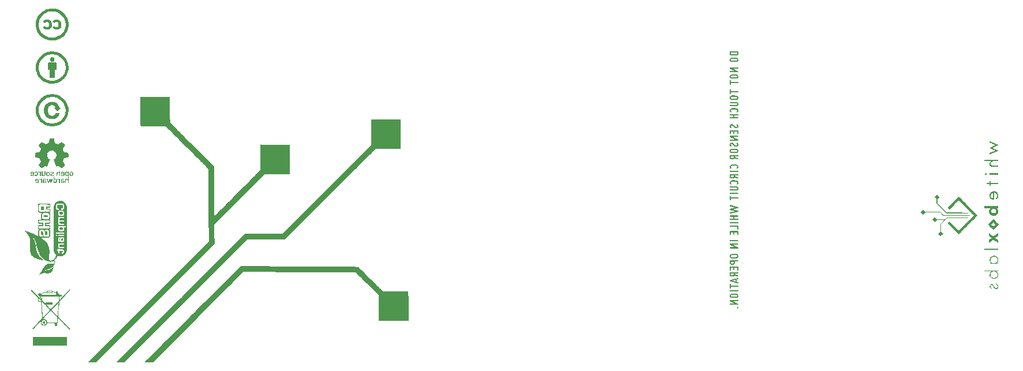
<source format=gbo>
G04 (created by PCBNEW (2013-07-07 BZR 4022)-stable) date 15/07/2015 17:32:20*
%MOIN*%
G04 Gerber Fmt 3.4, Leading zero omitted, Abs format*
%FSLAX34Y34*%
G01*
G70*
G90*
G04 APERTURE LIST*
%ADD10C,0.00590551*%
%ADD11C,0.0001*%
%ADD12C,0.137795*%
%ADD13R,0.0708661X0.0708661*%
%ADD14C,0.0708661*%
%ADD15O,0.0607087X0.1*%
%ADD16O,0.06X0.1*%
%ADD17C,0.0593*%
G04 APERTURE END LIST*
G54D10*
G54D11*
G36*
X37402Y-47504D02*
X37406Y-47505D01*
X37420Y-47505D01*
X37442Y-47506D01*
X37471Y-47506D01*
X37506Y-47506D01*
X37547Y-47507D01*
X37591Y-47507D01*
X37638Y-47507D01*
X37639Y-47507D01*
X37876Y-47507D01*
X40479Y-44904D01*
X40667Y-44716D01*
X40847Y-44535D01*
X41021Y-44362D01*
X41188Y-44195D01*
X41348Y-44035D01*
X41501Y-43882D01*
X41647Y-43737D01*
X41786Y-43598D01*
X41918Y-43466D01*
X42043Y-43341D01*
X42161Y-43223D01*
X42272Y-43113D01*
X42376Y-43009D01*
X42474Y-42912D01*
X42564Y-42822D01*
X42647Y-42739D01*
X42723Y-42663D01*
X42792Y-42595D01*
X42855Y-42533D01*
X42910Y-42478D01*
X42958Y-42431D01*
X42999Y-42390D01*
X43033Y-42357D01*
X43060Y-42330D01*
X43080Y-42311D01*
X43093Y-42299D01*
X43099Y-42293D01*
X43100Y-42293D01*
X43110Y-42291D01*
X43129Y-42289D01*
X43154Y-42287D01*
X43184Y-42286D01*
X43215Y-42286D01*
X43248Y-42286D01*
X43279Y-42286D01*
X43307Y-42287D01*
X43330Y-42288D01*
X43346Y-42290D01*
X43349Y-42291D01*
X43360Y-42293D01*
X43379Y-42294D01*
X43404Y-42295D01*
X43435Y-42295D01*
X43469Y-42296D01*
X43494Y-42296D01*
X43527Y-42296D01*
X43569Y-42296D01*
X43618Y-42296D01*
X43675Y-42296D01*
X43738Y-42296D01*
X43809Y-42296D01*
X43885Y-42296D01*
X43967Y-42297D01*
X44054Y-42297D01*
X44147Y-42297D01*
X44243Y-42298D01*
X44344Y-42298D01*
X44448Y-42299D01*
X44555Y-42299D01*
X44665Y-42300D01*
X44777Y-42300D01*
X44891Y-42301D01*
X45006Y-42302D01*
X45123Y-42302D01*
X45240Y-42303D01*
X45356Y-42303D01*
X45473Y-42304D01*
X45588Y-42305D01*
X45703Y-42306D01*
X45816Y-42306D01*
X45926Y-42307D01*
X46034Y-42308D01*
X46139Y-42308D01*
X46241Y-42309D01*
X46339Y-42309D01*
X46432Y-42310D01*
X46521Y-42311D01*
X46605Y-42311D01*
X46683Y-42312D01*
X46755Y-42312D01*
X46821Y-42313D01*
X46880Y-42314D01*
X46931Y-42314D01*
X46975Y-42314D01*
X47011Y-42315D01*
X47037Y-42315D01*
X47055Y-42316D01*
X47064Y-42316D01*
X47064Y-42316D01*
X47072Y-42316D01*
X47090Y-42317D01*
X47116Y-42317D01*
X47152Y-42318D01*
X47195Y-42318D01*
X47247Y-42319D01*
X47306Y-42320D01*
X47372Y-42320D01*
X47445Y-42321D01*
X47524Y-42321D01*
X47609Y-42322D01*
X47700Y-42323D01*
X47795Y-42323D01*
X47895Y-42324D01*
X48000Y-42324D01*
X48108Y-42325D01*
X48219Y-42326D01*
X48333Y-42326D01*
X48351Y-42326D01*
X48462Y-42327D01*
X48571Y-42327D01*
X48676Y-42328D01*
X48779Y-42328D01*
X48877Y-42329D01*
X48971Y-42330D01*
X49061Y-42330D01*
X49145Y-42331D01*
X49224Y-42331D01*
X49296Y-42332D01*
X49363Y-42333D01*
X49422Y-42333D01*
X49474Y-42334D01*
X49519Y-42334D01*
X49555Y-42335D01*
X49583Y-42335D01*
X49602Y-42336D01*
X49611Y-42336D01*
X49612Y-42336D01*
X49616Y-42340D01*
X49627Y-42351D01*
X49645Y-42368D01*
X49668Y-42391D01*
X49697Y-42419D01*
X49731Y-42453D01*
X49770Y-42492D01*
X49814Y-42536D01*
X49862Y-42584D01*
X49914Y-42635D01*
X49970Y-42691D01*
X50028Y-42749D01*
X50090Y-42811D01*
X50153Y-42874D01*
X50220Y-42940D01*
X50272Y-42993D01*
X50924Y-43645D01*
X50927Y-44013D01*
X50928Y-44087D01*
X50929Y-44168D01*
X50930Y-44255D01*
X50931Y-44345D01*
X50931Y-44436D01*
X50932Y-44525D01*
X50933Y-44611D01*
X50933Y-44690D01*
X50934Y-44749D01*
X50934Y-44808D01*
X50934Y-44865D01*
X50935Y-44918D01*
X50935Y-44967D01*
X50936Y-45010D01*
X50936Y-45047D01*
X50936Y-45078D01*
X50937Y-45100D01*
X50937Y-45114D01*
X50937Y-45119D01*
X50942Y-45120D01*
X50957Y-45120D01*
X50980Y-45121D01*
X51012Y-45121D01*
X51052Y-45122D01*
X51099Y-45122D01*
X51154Y-45123D01*
X51214Y-45123D01*
X51281Y-45124D01*
X51353Y-45124D01*
X51429Y-45125D01*
X51510Y-45126D01*
X51595Y-45126D01*
X51683Y-45127D01*
X51774Y-45127D01*
X51788Y-45127D01*
X51897Y-45128D01*
X51997Y-45128D01*
X52088Y-45129D01*
X52170Y-45130D01*
X52243Y-45130D01*
X52309Y-45130D01*
X52368Y-45130D01*
X52419Y-45130D01*
X52464Y-45130D01*
X52503Y-45130D01*
X52536Y-45130D01*
X52564Y-45129D01*
X52587Y-45128D01*
X52606Y-45127D01*
X52621Y-45126D01*
X52632Y-45124D01*
X52641Y-45123D01*
X52646Y-45121D01*
X52650Y-45118D01*
X52651Y-45116D01*
X52651Y-45113D01*
X52651Y-45110D01*
X52650Y-45106D01*
X52648Y-45102D01*
X52648Y-45099D01*
X52647Y-45092D01*
X52647Y-45076D01*
X52647Y-45050D01*
X52646Y-45017D01*
X52646Y-44975D01*
X52646Y-44927D01*
X52645Y-44871D01*
X52645Y-44809D01*
X52644Y-44742D01*
X52644Y-44669D01*
X52643Y-44592D01*
X52643Y-44510D01*
X52643Y-44426D01*
X52642Y-44338D01*
X52642Y-44259D01*
X52641Y-44169D01*
X52641Y-44081D01*
X52641Y-43997D01*
X52640Y-43917D01*
X52640Y-43841D01*
X52639Y-43770D01*
X52639Y-43704D01*
X52638Y-43644D01*
X52638Y-43590D01*
X52637Y-43543D01*
X52637Y-43504D01*
X52637Y-43473D01*
X52636Y-43449D01*
X52636Y-43436D01*
X52635Y-43431D01*
X52630Y-43430D01*
X52615Y-43430D01*
X52590Y-43429D01*
X52555Y-43428D01*
X52511Y-43427D01*
X52458Y-43427D01*
X52396Y-43426D01*
X52324Y-43425D01*
X52244Y-43425D01*
X52155Y-43424D01*
X52058Y-43424D01*
X51952Y-43423D01*
X51905Y-43423D01*
X51805Y-43422D01*
X51715Y-43422D01*
X51633Y-43422D01*
X51560Y-43421D01*
X51495Y-43421D01*
X51438Y-43420D01*
X51387Y-43420D01*
X51344Y-43420D01*
X51306Y-43419D01*
X51275Y-43418D01*
X51248Y-43418D01*
X51226Y-43417D01*
X51208Y-43417D01*
X51195Y-43416D01*
X51184Y-43415D01*
X51177Y-43414D01*
X51171Y-43414D01*
X51168Y-43412D01*
X51166Y-43412D01*
X51161Y-43407D01*
X51150Y-43396D01*
X51132Y-43379D01*
X51108Y-43355D01*
X51079Y-43326D01*
X51044Y-43292D01*
X51004Y-43252D01*
X50959Y-43208D01*
X50910Y-43159D01*
X50858Y-43107D01*
X50801Y-43051D01*
X50742Y-42991D01*
X50679Y-42929D01*
X50614Y-42864D01*
X50547Y-42797D01*
X50477Y-42728D01*
X50459Y-42709D01*
X50389Y-42640D01*
X50321Y-42572D01*
X50256Y-42506D01*
X50193Y-42443D01*
X50132Y-42383D01*
X50075Y-42326D01*
X50022Y-42273D01*
X49972Y-42223D01*
X49926Y-42178D01*
X49885Y-42137D01*
X49849Y-42102D01*
X49819Y-42071D01*
X49794Y-42046D01*
X49774Y-42027D01*
X49761Y-42015D01*
X49755Y-42009D01*
X49754Y-42008D01*
X49753Y-42008D01*
X49750Y-42007D01*
X49746Y-42006D01*
X49739Y-42006D01*
X49731Y-42005D01*
X49720Y-42004D01*
X49707Y-42004D01*
X49691Y-42003D01*
X49671Y-42003D01*
X49648Y-42002D01*
X49621Y-42002D01*
X49590Y-42001D01*
X49555Y-42001D01*
X49515Y-42000D01*
X49470Y-42000D01*
X49419Y-42000D01*
X49363Y-41999D01*
X49301Y-41999D01*
X49233Y-41998D01*
X49159Y-41998D01*
X49078Y-41997D01*
X48990Y-41997D01*
X48894Y-41996D01*
X48791Y-41996D01*
X48680Y-41995D01*
X48561Y-41995D01*
X48433Y-41994D01*
X48297Y-41993D01*
X48152Y-41993D01*
X47997Y-41992D01*
X47832Y-41991D01*
X47786Y-41991D01*
X47671Y-41991D01*
X47559Y-41990D01*
X47451Y-41989D01*
X47347Y-41989D01*
X47246Y-41988D01*
X47151Y-41988D01*
X47061Y-41987D01*
X46976Y-41987D01*
X46897Y-41986D01*
X46825Y-41985D01*
X46759Y-41985D01*
X46701Y-41984D01*
X46650Y-41984D01*
X46607Y-41983D01*
X46573Y-41983D01*
X46547Y-41982D01*
X46531Y-41982D01*
X46524Y-41981D01*
X46517Y-41981D01*
X46499Y-41980D01*
X46472Y-41980D01*
X46437Y-41979D01*
X46394Y-41979D01*
X46342Y-41978D01*
X46284Y-41978D01*
X46218Y-41977D01*
X46146Y-41977D01*
X46068Y-41976D01*
X45984Y-41975D01*
X45895Y-41975D01*
X45801Y-41974D01*
X45703Y-41974D01*
X45601Y-41973D01*
X45496Y-41973D01*
X45388Y-41972D01*
X45277Y-41971D01*
X45164Y-41971D01*
X45049Y-41970D01*
X44933Y-41970D01*
X44817Y-41969D01*
X44699Y-41969D01*
X44583Y-41968D01*
X44466Y-41968D01*
X44351Y-41968D01*
X44236Y-41967D01*
X44124Y-41967D01*
X44014Y-41967D01*
X43907Y-41966D01*
X43803Y-41966D01*
X43702Y-41966D01*
X43605Y-41965D01*
X43513Y-41965D01*
X43426Y-41965D01*
X43344Y-41965D01*
X43268Y-41965D01*
X43198Y-41965D01*
X43134Y-41965D01*
X43078Y-41965D01*
X43029Y-41965D01*
X42989Y-41966D01*
X42956Y-41966D01*
X42948Y-41966D01*
X42946Y-41968D01*
X42939Y-41973D01*
X42929Y-41983D01*
X42916Y-41996D01*
X42898Y-42013D01*
X42876Y-42035D01*
X42850Y-42060D01*
X42819Y-42090D01*
X42784Y-42124D01*
X42745Y-42163D01*
X42701Y-42207D01*
X42653Y-42255D01*
X42599Y-42308D01*
X42541Y-42365D01*
X42478Y-42428D01*
X42409Y-42496D01*
X42336Y-42570D01*
X42257Y-42648D01*
X42173Y-42732D01*
X42083Y-42822D01*
X41987Y-42917D01*
X41886Y-43018D01*
X41779Y-43125D01*
X41666Y-43237D01*
X41547Y-43356D01*
X41422Y-43481D01*
X41291Y-43612D01*
X41154Y-43750D01*
X41009Y-43894D01*
X40859Y-44044D01*
X40702Y-44201D01*
X40538Y-44365D01*
X40367Y-44536D01*
X40189Y-44714D01*
X40169Y-44734D01*
X40030Y-44873D01*
X39892Y-45011D01*
X39756Y-45147D01*
X39622Y-45281D01*
X39490Y-45413D01*
X39361Y-45542D01*
X39234Y-45669D01*
X39110Y-45793D01*
X38990Y-45914D01*
X38872Y-46032D01*
X38757Y-46146D01*
X38646Y-46258D01*
X38538Y-46365D01*
X38434Y-46469D01*
X38335Y-46569D01*
X38239Y-46665D01*
X38147Y-46757D01*
X38060Y-46844D01*
X37978Y-46926D01*
X37900Y-47004D01*
X37827Y-47077D01*
X37760Y-47145D01*
X37697Y-47207D01*
X37641Y-47264D01*
X37589Y-47315D01*
X37544Y-47361D01*
X37504Y-47400D01*
X37471Y-47434D01*
X37444Y-47461D01*
X37424Y-47482D01*
X37410Y-47496D01*
X37403Y-47503D01*
X37402Y-47504D01*
X37402Y-47504D01*
X37402Y-47504D01*
G37*
G36*
X35770Y-47507D02*
X36010Y-47507D01*
X36250Y-47507D01*
X39791Y-43966D01*
X43332Y-40425D01*
X43656Y-40425D01*
X43700Y-40425D01*
X43753Y-40425D01*
X43814Y-40425D01*
X43883Y-40425D01*
X43958Y-40425D01*
X44038Y-40425D01*
X44123Y-40425D01*
X44212Y-40425D01*
X44304Y-40426D01*
X44397Y-40426D01*
X44492Y-40426D01*
X44586Y-40426D01*
X44680Y-40426D01*
X44736Y-40426D01*
X45492Y-40428D01*
X48111Y-37810D01*
X48287Y-37633D01*
X48457Y-37463D01*
X48620Y-37301D01*
X48776Y-37145D01*
X48925Y-36995D01*
X49068Y-36853D01*
X49204Y-36717D01*
X49334Y-36587D01*
X49458Y-36464D01*
X49575Y-36347D01*
X49686Y-36236D01*
X49791Y-36131D01*
X49889Y-36033D01*
X49983Y-35940D01*
X50070Y-35853D01*
X50151Y-35772D01*
X50227Y-35697D01*
X50297Y-35627D01*
X50362Y-35563D01*
X50421Y-35504D01*
X50475Y-35451D01*
X50524Y-35402D01*
X50567Y-35359D01*
X50606Y-35321D01*
X50639Y-35288D01*
X50668Y-35260D01*
X50692Y-35236D01*
X50711Y-35218D01*
X50726Y-35204D01*
X50736Y-35194D01*
X50742Y-35189D01*
X50743Y-35189D01*
X50749Y-35188D01*
X50765Y-35188D01*
X50788Y-35188D01*
X50820Y-35188D01*
X50860Y-35188D01*
X50905Y-35188D01*
X50957Y-35188D01*
X51014Y-35188D01*
X51075Y-35188D01*
X51140Y-35188D01*
X51208Y-35188D01*
X51279Y-35188D01*
X51352Y-35189D01*
X51425Y-35189D01*
X51499Y-35189D01*
X51573Y-35189D01*
X51645Y-35190D01*
X51716Y-35190D01*
X51785Y-35190D01*
X51851Y-35191D01*
X51913Y-35191D01*
X51970Y-35191D01*
X52023Y-35192D01*
X52070Y-35192D01*
X52110Y-35192D01*
X52143Y-35193D01*
X52168Y-35193D01*
X52185Y-35193D01*
X52203Y-35194D01*
X52202Y-34924D01*
X52202Y-34862D01*
X52202Y-34794D01*
X52202Y-34722D01*
X52201Y-34646D01*
X52201Y-34567D01*
X52201Y-34486D01*
X52200Y-34404D01*
X52200Y-34322D01*
X52199Y-34240D01*
X52198Y-34159D01*
X52198Y-34081D01*
X52197Y-34005D01*
X52197Y-33934D01*
X52196Y-33866D01*
X52195Y-33805D01*
X52195Y-33749D01*
X52194Y-33701D01*
X52193Y-33661D01*
X52193Y-33630D01*
X52193Y-33620D01*
X52191Y-33577D01*
X52190Y-33542D01*
X52188Y-33515D01*
X52186Y-33498D01*
X52184Y-33489D01*
X52184Y-33489D01*
X52181Y-33487D01*
X52175Y-33486D01*
X52164Y-33485D01*
X52148Y-33484D01*
X52126Y-33483D01*
X52097Y-33483D01*
X52062Y-33483D01*
X52018Y-33482D01*
X51966Y-33482D01*
X51926Y-33482D01*
X51886Y-33482D01*
X51838Y-33482D01*
X51781Y-33481D01*
X51718Y-33481D01*
X51649Y-33481D01*
X51575Y-33481D01*
X51497Y-33480D01*
X51416Y-33480D01*
X51333Y-33479D01*
X51249Y-33479D01*
X51166Y-33478D01*
X51084Y-33478D01*
X51081Y-33478D01*
X51005Y-33477D01*
X50931Y-33477D01*
X50862Y-33477D01*
X50796Y-33477D01*
X50734Y-33477D01*
X50678Y-33476D01*
X50628Y-33476D01*
X50584Y-33477D01*
X50548Y-33477D01*
X50519Y-33477D01*
X50499Y-33477D01*
X50487Y-33478D01*
X50485Y-33478D01*
X50484Y-33484D01*
X50483Y-33498D01*
X50482Y-33520D01*
X50482Y-33547D01*
X50481Y-33579D01*
X50481Y-33615D01*
X50481Y-33651D01*
X50482Y-33689D01*
X50482Y-33725D01*
X50482Y-33759D01*
X50483Y-33789D01*
X50484Y-33815D01*
X50485Y-33834D01*
X50486Y-33845D01*
X50486Y-33846D01*
X50487Y-33854D01*
X50488Y-33871D01*
X50488Y-33896D01*
X50489Y-33928D01*
X50490Y-33968D01*
X50490Y-34013D01*
X50491Y-34063D01*
X50491Y-34118D01*
X50491Y-34176D01*
X50492Y-34237D01*
X50492Y-34300D01*
X50492Y-34365D01*
X50492Y-34429D01*
X50492Y-34493D01*
X50492Y-34556D01*
X50492Y-34618D01*
X50492Y-34676D01*
X50492Y-34731D01*
X50492Y-34781D01*
X50491Y-34827D01*
X50491Y-34866D01*
X50490Y-34899D01*
X50490Y-34924D01*
X50489Y-34941D01*
X50488Y-34949D01*
X50488Y-34949D01*
X50484Y-34953D01*
X50473Y-34964D01*
X50456Y-34982D01*
X50432Y-35006D01*
X50402Y-35036D01*
X50365Y-35073D01*
X50323Y-35116D01*
X50274Y-35164D01*
X50220Y-35218D01*
X50161Y-35278D01*
X50096Y-35343D01*
X50026Y-35413D01*
X49951Y-35488D01*
X49872Y-35568D01*
X49787Y-35653D01*
X49699Y-35741D01*
X49606Y-35835D01*
X49508Y-35932D01*
X49408Y-36033D01*
X49303Y-36137D01*
X49195Y-36246D01*
X49083Y-36357D01*
X48968Y-36472D01*
X48850Y-36590D01*
X48730Y-36711D01*
X48607Y-36834D01*
X48481Y-36960D01*
X48353Y-37088D01*
X48222Y-37219D01*
X48090Y-37351D01*
X47956Y-37485D01*
X47912Y-37529D01*
X45342Y-40099D01*
X45023Y-40098D01*
X44979Y-40098D01*
X44926Y-40098D01*
X44865Y-40097D01*
X44797Y-40097D01*
X44722Y-40097D01*
X44642Y-40096D01*
X44557Y-40096D01*
X44469Y-40096D01*
X44378Y-40095D01*
X44285Y-40094D01*
X44191Y-40094D01*
X44097Y-40093D01*
X44004Y-40093D01*
X43953Y-40093D01*
X43856Y-40092D01*
X43765Y-40091D01*
X43678Y-40091D01*
X43598Y-40091D01*
X43523Y-40091D01*
X43455Y-40090D01*
X43394Y-40090D01*
X43339Y-40090D01*
X43293Y-40091D01*
X43255Y-40091D01*
X43225Y-40091D01*
X43204Y-40092D01*
X43193Y-40092D01*
X43191Y-40092D01*
X43187Y-40096D01*
X43176Y-40107D01*
X43158Y-40124D01*
X43134Y-40148D01*
X43103Y-40179D01*
X43066Y-40215D01*
X43023Y-40258D01*
X42973Y-40308D01*
X42918Y-40363D01*
X42857Y-40423D01*
X42791Y-40490D01*
X42719Y-40561D01*
X42641Y-40639D01*
X42559Y-40721D01*
X42471Y-40808D01*
X42379Y-40900D01*
X42282Y-40997D01*
X42180Y-41099D01*
X42074Y-41205D01*
X41964Y-41315D01*
X41849Y-41429D01*
X41731Y-41547D01*
X41608Y-41669D01*
X41482Y-41795D01*
X41353Y-41925D01*
X41220Y-42058D01*
X41084Y-42194D01*
X40944Y-42333D01*
X40802Y-42475D01*
X40657Y-42620D01*
X40509Y-42768D01*
X40359Y-42918D01*
X40206Y-43071D01*
X40052Y-43225D01*
X39895Y-43382D01*
X39736Y-43541D01*
X39575Y-43702D01*
X39475Y-43802D01*
X35770Y-47507D01*
X35770Y-47507D01*
X35770Y-47507D01*
G37*
G36*
X34147Y-47507D02*
X34386Y-47507D01*
X34626Y-47507D01*
X38035Y-44098D01*
X41444Y-40689D01*
X41441Y-40564D01*
X41440Y-40540D01*
X41440Y-40507D01*
X41439Y-40466D01*
X41439Y-40418D01*
X41438Y-40364D01*
X41438Y-40305D01*
X41438Y-40241D01*
X41437Y-40175D01*
X41437Y-40107D01*
X41437Y-40038D01*
X41437Y-39992D01*
X41436Y-39543D01*
X42882Y-38097D01*
X42983Y-37996D01*
X43082Y-37897D01*
X43179Y-37800D01*
X43274Y-37705D01*
X43366Y-37613D01*
X43456Y-37524D01*
X43543Y-37437D01*
X43626Y-37354D01*
X43707Y-37274D01*
X43783Y-37197D01*
X43856Y-37125D01*
X43925Y-37057D01*
X43989Y-36993D01*
X44049Y-36934D01*
X44104Y-36879D01*
X44153Y-36830D01*
X44198Y-36786D01*
X44237Y-36747D01*
X44270Y-36714D01*
X44297Y-36688D01*
X44318Y-36667D01*
X44333Y-36653D01*
X44341Y-36646D01*
X44342Y-36645D01*
X44360Y-36642D01*
X44372Y-36644D01*
X44380Y-36645D01*
X44397Y-36646D01*
X44424Y-36647D01*
X44461Y-36647D01*
X44507Y-36648D01*
X44562Y-36649D01*
X44627Y-36649D01*
X44700Y-36650D01*
X44782Y-36650D01*
X44872Y-36650D01*
X44971Y-36651D01*
X45079Y-36651D01*
X45093Y-36651D01*
X45798Y-36653D01*
X45799Y-36618D01*
X45799Y-36604D01*
X45799Y-36580D01*
X45799Y-36549D01*
X45799Y-36511D01*
X45799Y-36465D01*
X45799Y-36413D01*
X45799Y-36356D01*
X45799Y-36294D01*
X45798Y-36227D01*
X45798Y-36157D01*
X45798Y-36084D01*
X45797Y-36008D01*
X45796Y-35931D01*
X45796Y-35852D01*
X45795Y-35773D01*
X45795Y-35694D01*
X45794Y-35616D01*
X45793Y-35539D01*
X45793Y-35464D01*
X45792Y-35392D01*
X45791Y-35323D01*
X45791Y-35259D01*
X45790Y-35198D01*
X45789Y-35143D01*
X45789Y-35094D01*
X45788Y-35051D01*
X45788Y-35015D01*
X45787Y-34987D01*
X45787Y-34968D01*
X45786Y-34957D01*
X45786Y-34955D01*
X45780Y-34954D01*
X45765Y-34953D01*
X45742Y-34952D01*
X45711Y-34951D01*
X45675Y-34950D01*
X45633Y-34950D01*
X45600Y-34949D01*
X45571Y-34949D01*
X45533Y-34949D01*
X45488Y-34948D01*
X45434Y-34948D01*
X45374Y-34947D01*
X45308Y-34947D01*
X45238Y-34946D01*
X45163Y-34946D01*
X45085Y-34945D01*
X45004Y-34944D01*
X44922Y-34944D01*
X44839Y-34943D01*
X44781Y-34943D01*
X44701Y-34942D01*
X44625Y-34941D01*
X44551Y-34941D01*
X44480Y-34940D01*
X44415Y-34939D01*
X44354Y-34939D01*
X44299Y-34938D01*
X44249Y-34937D01*
X44207Y-34937D01*
X44172Y-34936D01*
X44146Y-34936D01*
X44128Y-34935D01*
X44119Y-34935D01*
X44119Y-34935D01*
X44103Y-34934D01*
X44091Y-34935D01*
X44087Y-34936D01*
X44086Y-34939D01*
X44084Y-34945D01*
X44083Y-34956D01*
X44082Y-34973D01*
X44082Y-34996D01*
X44082Y-35026D01*
X44082Y-35064D01*
X44083Y-35111D01*
X44083Y-35120D01*
X44083Y-35152D01*
X44084Y-35194D01*
X44084Y-35243D01*
X44085Y-35299D01*
X44085Y-35361D01*
X44086Y-35427D01*
X44086Y-35496D01*
X44087Y-35567D01*
X44087Y-35639D01*
X44087Y-35712D01*
X44088Y-35754D01*
X44088Y-35822D01*
X44089Y-35890D01*
X44089Y-35956D01*
X44090Y-36018D01*
X44090Y-36077D01*
X44091Y-36131D01*
X44092Y-36179D01*
X44092Y-36221D01*
X44093Y-36255D01*
X44093Y-36281D01*
X44094Y-36296D01*
X44095Y-36330D01*
X44095Y-36357D01*
X44095Y-36376D01*
X44093Y-36389D01*
X44091Y-36398D01*
X44090Y-36400D01*
X44087Y-36404D01*
X44076Y-36415D01*
X44059Y-36433D01*
X44035Y-36457D01*
X44006Y-36487D01*
X43971Y-36522D01*
X43931Y-36563D01*
X43886Y-36608D01*
X43837Y-36658D01*
X43783Y-36713D01*
X43725Y-36771D01*
X43663Y-36834D01*
X43597Y-36899D01*
X43529Y-36968D01*
X43458Y-37040D01*
X43384Y-37114D01*
X43308Y-37191D01*
X43229Y-37269D01*
X43150Y-37349D01*
X43068Y-37431D01*
X42986Y-37513D01*
X42903Y-37596D01*
X42820Y-37680D01*
X42736Y-37764D01*
X42653Y-37847D01*
X42569Y-37930D01*
X42487Y-38013D01*
X42406Y-38094D01*
X42326Y-38174D01*
X42248Y-38252D01*
X42171Y-38328D01*
X42097Y-38402D01*
X42026Y-38474D01*
X41957Y-38542D01*
X41891Y-38608D01*
X41829Y-38670D01*
X41771Y-38728D01*
X41716Y-38782D01*
X41666Y-38832D01*
X41621Y-38877D01*
X41580Y-38917D01*
X41545Y-38952D01*
X41515Y-38981D01*
X41492Y-39004D01*
X41474Y-39021D01*
X41463Y-39032D01*
X41458Y-39036D01*
X41448Y-39035D01*
X41440Y-39030D01*
X41429Y-39021D01*
X41424Y-38039D01*
X41423Y-37933D01*
X41423Y-37826D01*
X41422Y-37718D01*
X41422Y-37610D01*
X41421Y-37502D01*
X41420Y-37396D01*
X41420Y-37293D01*
X41419Y-37193D01*
X41419Y-37097D01*
X41418Y-37005D01*
X41417Y-36919D01*
X41417Y-36840D01*
X41416Y-36768D01*
X41416Y-36704D01*
X41416Y-36648D01*
X41416Y-36625D01*
X41412Y-36193D01*
X40145Y-34925D01*
X40031Y-34812D01*
X39925Y-34706D01*
X39826Y-34606D01*
X39732Y-34513D01*
X39645Y-34426D01*
X39564Y-34345D01*
X39489Y-34270D01*
X39420Y-34200D01*
X39356Y-34136D01*
X39296Y-34076D01*
X39243Y-34022D01*
X39193Y-33972D01*
X39148Y-33927D01*
X39108Y-33886D01*
X39071Y-33850D01*
X39039Y-33817D01*
X39010Y-33787D01*
X38985Y-33761D01*
X38963Y-33739D01*
X38944Y-33719D01*
X38927Y-33702D01*
X38914Y-33687D01*
X38903Y-33675D01*
X38894Y-33665D01*
X38887Y-33657D01*
X38881Y-33651D01*
X38878Y-33646D01*
X38875Y-33642D01*
X38874Y-33640D01*
X38874Y-33639D01*
X38873Y-33631D01*
X38873Y-33615D01*
X38872Y-33589D01*
X38872Y-33556D01*
X38872Y-33515D01*
X38871Y-33468D01*
X38871Y-33415D01*
X38871Y-33357D01*
X38871Y-33294D01*
X38870Y-33227D01*
X38870Y-33157D01*
X38870Y-33093D01*
X38870Y-33017D01*
X38870Y-32940D01*
X38869Y-32863D01*
X38869Y-32788D01*
X38869Y-32715D01*
X38868Y-32646D01*
X38868Y-32582D01*
X38868Y-32523D01*
X38867Y-32471D01*
X38867Y-32426D01*
X38866Y-32389D01*
X38866Y-32376D01*
X38863Y-32186D01*
X38481Y-32183D01*
X38434Y-32183D01*
X38381Y-32183D01*
X38323Y-32182D01*
X38261Y-32182D01*
X38195Y-32182D01*
X38126Y-32181D01*
X38055Y-32181D01*
X37982Y-32180D01*
X37908Y-32180D01*
X37834Y-32180D01*
X37760Y-32179D01*
X37688Y-32179D01*
X37618Y-32179D01*
X37550Y-32179D01*
X37485Y-32179D01*
X37424Y-32178D01*
X37368Y-32178D01*
X37317Y-32178D01*
X37272Y-32178D01*
X37234Y-32178D01*
X37203Y-32178D01*
X37181Y-32178D01*
X37167Y-32178D01*
X37163Y-32178D01*
X37161Y-32180D01*
X37160Y-32185D01*
X37159Y-32195D01*
X37158Y-32209D01*
X37158Y-32230D01*
X37158Y-32257D01*
X37158Y-32291D01*
X37158Y-32334D01*
X37159Y-32386D01*
X37159Y-32402D01*
X37160Y-32443D01*
X37160Y-32492D01*
X37161Y-32549D01*
X37162Y-32612D01*
X37162Y-32679D01*
X37163Y-32751D01*
X37164Y-32824D01*
X37164Y-32899D01*
X37165Y-32974D01*
X37165Y-33047D01*
X37165Y-33071D01*
X37166Y-33180D01*
X37167Y-33280D01*
X37167Y-33370D01*
X37168Y-33452D01*
X37168Y-33525D01*
X37169Y-33590D01*
X37169Y-33647D01*
X37170Y-33697D01*
X37171Y-33740D01*
X37171Y-33777D01*
X37171Y-33807D01*
X37172Y-33832D01*
X37172Y-33851D01*
X37173Y-33866D01*
X37174Y-33875D01*
X37174Y-33880D01*
X37175Y-33882D01*
X37180Y-33882D01*
X37195Y-33883D01*
X37218Y-33883D01*
X37250Y-33884D01*
X37290Y-33884D01*
X37336Y-33885D01*
X37390Y-33885D01*
X37449Y-33886D01*
X37514Y-33886D01*
X37584Y-33887D01*
X37659Y-33887D01*
X37737Y-33888D01*
X37818Y-33888D01*
X37895Y-33889D01*
X38003Y-33889D01*
X38102Y-33890D01*
X38194Y-33890D01*
X38277Y-33891D01*
X38352Y-33892D01*
X38419Y-33892D01*
X38477Y-33893D01*
X38526Y-33894D01*
X38566Y-33895D01*
X38597Y-33895D01*
X38618Y-33896D01*
X38629Y-33897D01*
X38631Y-33897D01*
X38634Y-33899D01*
X38639Y-33903D01*
X38647Y-33911D01*
X38659Y-33921D01*
X38673Y-33934D01*
X38691Y-33952D01*
X38712Y-33972D01*
X38737Y-33996D01*
X38766Y-34025D01*
X38799Y-34057D01*
X38837Y-34094D01*
X38879Y-34135D01*
X38925Y-34182D01*
X38977Y-34233D01*
X39033Y-34289D01*
X39095Y-34350D01*
X39162Y-34417D01*
X39235Y-34490D01*
X39313Y-34568D01*
X39398Y-34653D01*
X39489Y-34743D01*
X39586Y-34840D01*
X39690Y-34944D01*
X39800Y-35054D01*
X39866Y-35120D01*
X39977Y-35231D01*
X40081Y-35335D01*
X40179Y-35433D01*
X40270Y-35524D01*
X40354Y-35609D01*
X40433Y-35688D01*
X40506Y-35761D01*
X40574Y-35829D01*
X40636Y-35891D01*
X40693Y-35948D01*
X40745Y-36000D01*
X40792Y-36048D01*
X40835Y-36091D01*
X40874Y-36130D01*
X40908Y-36165D01*
X40939Y-36196D01*
X40966Y-36224D01*
X40989Y-36248D01*
X41010Y-36269D01*
X41027Y-36287D01*
X41041Y-36303D01*
X41053Y-36315D01*
X41063Y-36326D01*
X41071Y-36335D01*
X41076Y-36341D01*
X41080Y-36346D01*
X41082Y-36350D01*
X41083Y-36352D01*
X41084Y-36353D01*
X41083Y-36366D01*
X41083Y-36389D01*
X41083Y-36421D01*
X41084Y-36462D01*
X41084Y-36511D01*
X41084Y-36569D01*
X41084Y-36634D01*
X41084Y-36707D01*
X41085Y-36786D01*
X41085Y-36872D01*
X41086Y-36964D01*
X41086Y-37062D01*
X41087Y-37165D01*
X41088Y-37273D01*
X41088Y-37386D01*
X41089Y-37504D01*
X41090Y-37625D01*
X41091Y-37749D01*
X41091Y-37877D01*
X41092Y-38007D01*
X41093Y-38140D01*
X41094Y-38275D01*
X41095Y-38411D01*
X41096Y-38548D01*
X41097Y-38687D01*
X41098Y-38825D01*
X41099Y-38964D01*
X41100Y-39102D01*
X41101Y-39240D01*
X41102Y-39377D01*
X41103Y-39512D01*
X41104Y-39623D01*
X41104Y-39707D01*
X41105Y-39789D01*
X41105Y-39870D01*
X41106Y-39949D01*
X41106Y-40024D01*
X41107Y-40094D01*
X41107Y-40161D01*
X41107Y-40222D01*
X41108Y-40276D01*
X41108Y-40324D01*
X41108Y-40364D01*
X41108Y-40395D01*
X41108Y-40418D01*
X41108Y-40421D01*
X41106Y-40547D01*
X37626Y-44027D01*
X34147Y-47507D01*
X34147Y-47507D01*
X34147Y-47507D01*
G37*
G36*
X30942Y-46538D02*
X31938Y-46538D01*
X32935Y-46538D01*
X32935Y-46290D01*
X32935Y-46043D01*
X31938Y-46043D01*
X30942Y-46043D01*
X30942Y-46290D01*
X30942Y-46538D01*
X30942Y-46538D01*
X30942Y-46538D01*
G37*
G36*
X30866Y-43376D02*
X31066Y-43580D01*
X31266Y-43784D01*
X31266Y-43897D01*
X31266Y-44010D01*
X31296Y-44010D01*
X31296Y-43980D01*
X31296Y-43899D01*
X31296Y-43817D01*
X31374Y-43895D01*
X31381Y-43902D01*
X31381Y-43819D01*
X31386Y-43817D01*
X31398Y-43816D01*
X31416Y-43815D01*
X31421Y-43815D01*
X31430Y-43815D01*
X31430Y-43741D01*
X31430Y-43730D01*
X31431Y-43727D01*
X31436Y-43727D01*
X31436Y-43635D01*
X31449Y-43610D01*
X31464Y-43588D01*
X31484Y-43564D01*
X31507Y-43542D01*
X31529Y-43523D01*
X31547Y-43512D01*
X31576Y-43500D01*
X31613Y-43489D01*
X31657Y-43479D01*
X31691Y-43473D01*
X31716Y-43469D01*
X31733Y-43466D01*
X31744Y-43466D01*
X31749Y-43469D01*
X31751Y-43474D01*
X31751Y-43483D01*
X31751Y-43488D01*
X31751Y-43510D01*
X31781Y-43510D01*
X31781Y-43480D01*
X31781Y-43445D01*
X31781Y-43410D01*
X31918Y-43410D01*
X32056Y-43410D01*
X32056Y-43445D01*
X32056Y-43480D01*
X31918Y-43480D01*
X31781Y-43480D01*
X31781Y-43510D01*
X31918Y-43510D01*
X32086Y-43510D01*
X32086Y-43485D01*
X32086Y-43470D01*
X32088Y-43463D01*
X32093Y-43460D01*
X32102Y-43460D01*
X32116Y-43461D01*
X32136Y-43463D01*
X32162Y-43466D01*
X32189Y-43470D01*
X32216Y-43474D01*
X32239Y-43477D01*
X32254Y-43480D01*
X32281Y-43486D01*
X32281Y-43560D01*
X32281Y-43635D01*
X31858Y-43635D01*
X31436Y-43635D01*
X31436Y-43727D01*
X31436Y-43727D01*
X31451Y-43726D01*
X31474Y-43726D01*
X31505Y-43726D01*
X31543Y-43726D01*
X31589Y-43725D01*
X31640Y-43725D01*
X31697Y-43725D01*
X31758Y-43725D01*
X31823Y-43725D01*
X31892Y-43725D01*
X31952Y-43725D01*
X32391Y-43725D01*
X32391Y-43568D01*
X32392Y-43553D01*
X32394Y-43546D01*
X32395Y-43545D01*
X32401Y-43549D01*
X32411Y-43558D01*
X32424Y-43572D01*
X32437Y-43588D01*
X32448Y-43604D01*
X32455Y-43614D01*
X32466Y-43635D01*
X32430Y-43634D01*
X32393Y-43632D01*
X32392Y-43589D01*
X32391Y-43568D01*
X32391Y-43725D01*
X32470Y-43725D01*
X32470Y-43751D01*
X32469Y-43765D01*
X32468Y-43786D01*
X32466Y-43813D01*
X32463Y-43843D01*
X32461Y-43863D01*
X32453Y-43949D01*
X32221Y-44195D01*
X31988Y-44440D01*
X31864Y-44314D01*
X31740Y-44187D01*
X31913Y-44186D01*
X32086Y-44184D01*
X32086Y-44112D01*
X32086Y-44040D01*
X31883Y-44040D01*
X31681Y-44040D01*
X31681Y-44080D01*
X31681Y-44098D01*
X31679Y-44112D01*
X31677Y-44119D01*
X31677Y-44119D01*
X31672Y-44116D01*
X31662Y-44106D01*
X31646Y-44091D01*
X31627Y-44072D01*
X31605Y-44049D01*
X31582Y-44025D01*
X31491Y-43931D01*
X31491Y-43858D01*
X31491Y-43785D01*
X31462Y-43785D01*
X31432Y-43785D01*
X31430Y-43757D01*
X31430Y-43741D01*
X31430Y-43815D01*
X31461Y-43815D01*
X31461Y-43858D01*
X31461Y-43902D01*
X31421Y-43862D01*
X31405Y-43846D01*
X31392Y-43832D01*
X31384Y-43823D01*
X31381Y-43819D01*
X31381Y-43902D01*
X31396Y-43917D01*
X31416Y-43938D01*
X31433Y-43955D01*
X31445Y-43967D01*
X31451Y-43975D01*
X31451Y-43976D01*
X31446Y-43977D01*
X31434Y-43978D01*
X31414Y-43979D01*
X31389Y-43979D01*
X31374Y-43980D01*
X31296Y-43980D01*
X31296Y-44010D01*
X31344Y-44010D01*
X31375Y-44010D01*
X31397Y-44011D01*
X31412Y-44012D01*
X31419Y-44014D01*
X31421Y-44016D01*
X31422Y-44022D01*
X31423Y-44037D01*
X31425Y-44060D01*
X31428Y-44092D01*
X31431Y-44130D01*
X31435Y-44175D01*
X31440Y-44226D01*
X31445Y-44282D01*
X31450Y-44342D01*
X31450Y-44344D01*
X31450Y-44009D01*
X31470Y-44011D01*
X31474Y-44011D01*
X31478Y-44013D01*
X31484Y-44015D01*
X31491Y-44020D01*
X31500Y-44027D01*
X31511Y-44037D01*
X31525Y-44051D01*
X31543Y-44069D01*
X31565Y-44091D01*
X31592Y-44118D01*
X31624Y-44150D01*
X31662Y-44188D01*
X31706Y-44233D01*
X31716Y-44244D01*
X31756Y-44284D01*
X31793Y-44322D01*
X31827Y-44357D01*
X31858Y-44389D01*
X31885Y-44417D01*
X31908Y-44441D01*
X31926Y-44460D01*
X31938Y-44472D01*
X31944Y-44479D01*
X31945Y-44480D01*
X31942Y-44484D01*
X31933Y-44494D01*
X31918Y-44511D01*
X31899Y-44532D01*
X31875Y-44557D01*
X31849Y-44586D01*
X31820Y-44617D01*
X31789Y-44650D01*
X31756Y-44684D01*
X31724Y-44719D01*
X31692Y-44753D01*
X31661Y-44786D01*
X31631Y-44817D01*
X31604Y-44845D01*
X31581Y-44869D01*
X31561Y-44890D01*
X31546Y-44905D01*
X31537Y-44914D01*
X31533Y-44917D01*
X31532Y-44912D01*
X31531Y-44898D01*
X31529Y-44875D01*
X31526Y-44844D01*
X31522Y-44807D01*
X31518Y-44763D01*
X31514Y-44713D01*
X31509Y-44659D01*
X31504Y-44600D01*
X31498Y-44537D01*
X31494Y-44487D01*
X31488Y-44421D01*
X31483Y-44359D01*
X31477Y-44299D01*
X31473Y-44244D01*
X31468Y-44193D01*
X31464Y-44148D01*
X31460Y-44109D01*
X31458Y-44077D01*
X31455Y-44054D01*
X31454Y-44038D01*
X31453Y-44033D01*
X31450Y-44009D01*
X31450Y-44344D01*
X31456Y-44406D01*
X31462Y-44472D01*
X31463Y-44487D01*
X31504Y-44951D01*
X31218Y-45253D01*
X30931Y-45556D01*
X30952Y-45576D01*
X30972Y-45596D01*
X30988Y-45578D01*
X30995Y-45570D01*
X31008Y-45557D01*
X31025Y-45538D01*
X31048Y-45514D01*
X31074Y-45487D01*
X31102Y-45456D01*
X31134Y-45424D01*
X31166Y-45389D01*
X31200Y-45354D01*
X31233Y-45318D01*
X31267Y-45283D01*
X31299Y-45250D01*
X31329Y-45218D01*
X31356Y-45189D01*
X31380Y-45164D01*
X31400Y-45143D01*
X31415Y-45127D01*
X31425Y-45117D01*
X31429Y-45114D01*
X31428Y-45118D01*
X31424Y-45129D01*
X31420Y-45140D01*
X31413Y-45161D01*
X31410Y-45187D01*
X31409Y-45209D01*
X31409Y-45231D01*
X31411Y-45248D01*
X31416Y-45264D01*
X31423Y-45281D01*
X31424Y-45284D01*
X31446Y-45319D01*
X31464Y-45339D01*
X31464Y-45212D01*
X31464Y-45209D01*
X31469Y-45173D01*
X31482Y-45142D01*
X31494Y-45127D01*
X31494Y-45046D01*
X31499Y-45038D01*
X31507Y-45032D01*
X31510Y-45034D01*
X31509Y-45041D01*
X31506Y-45044D01*
X31496Y-45049D01*
X31494Y-45046D01*
X31494Y-45127D01*
X31502Y-45116D01*
X31528Y-45096D01*
X31541Y-45090D01*
X31541Y-45026D01*
X31541Y-45010D01*
X31542Y-45006D01*
X31543Y-45001D01*
X31547Y-44995D01*
X31553Y-44987D01*
X31562Y-44976D01*
X31574Y-44962D01*
X31589Y-44944D01*
X31609Y-44923D01*
X31634Y-44896D01*
X31664Y-44864D01*
X31699Y-44827D01*
X31741Y-44783D01*
X31764Y-44758D01*
X31987Y-44523D01*
X32019Y-44555D01*
X32030Y-44565D01*
X32033Y-44569D01*
X32033Y-44481D01*
X32033Y-44481D01*
X32037Y-44476D01*
X32046Y-44466D01*
X32061Y-44449D01*
X32080Y-44428D01*
X32104Y-44402D01*
X32131Y-44373D01*
X32160Y-44342D01*
X32191Y-44309D01*
X32223Y-44275D01*
X32255Y-44240D01*
X32287Y-44206D01*
X32318Y-44174D01*
X32347Y-44143D01*
X32374Y-44116D01*
X32397Y-44091D01*
X32417Y-44072D01*
X32431Y-44057D01*
X32440Y-44048D01*
X32443Y-44046D01*
X32443Y-44051D01*
X32442Y-44065D01*
X32441Y-44087D01*
X32438Y-44116D01*
X32435Y-44152D01*
X32432Y-44193D01*
X32428Y-44238D01*
X32424Y-44287D01*
X32420Y-44338D01*
X32415Y-44391D01*
X32411Y-44445D01*
X32406Y-44498D01*
X32402Y-44551D01*
X32397Y-44601D01*
X32393Y-44648D01*
X32389Y-44691D01*
X32386Y-44729D01*
X32383Y-44761D01*
X32380Y-44787D01*
X32379Y-44805D01*
X32378Y-44814D01*
X32375Y-44836D01*
X32204Y-44662D01*
X32170Y-44627D01*
X32138Y-44594D01*
X32110Y-44564D01*
X32085Y-44538D01*
X32064Y-44516D01*
X32048Y-44498D01*
X32037Y-44487D01*
X32033Y-44481D01*
X32033Y-44569D01*
X32046Y-44582D01*
X32068Y-44604D01*
X32093Y-44630D01*
X32123Y-44659D01*
X32155Y-44692D01*
X32188Y-44726D01*
X32211Y-44749D01*
X32369Y-44912D01*
X32357Y-45056D01*
X32354Y-45094D01*
X32351Y-45128D01*
X32348Y-45159D01*
X32346Y-45184D01*
X32344Y-45202D01*
X32343Y-45212D01*
X32343Y-45212D01*
X32340Y-45224D01*
X32063Y-45224D01*
X31786Y-45224D01*
X31786Y-45200D01*
X31781Y-45163D01*
X31767Y-45127D01*
X31745Y-45093D01*
X31715Y-45063D01*
X31709Y-45058D01*
X31681Y-45041D01*
X31652Y-45030D01*
X31618Y-45025D01*
X31586Y-45025D01*
X31541Y-45026D01*
X31541Y-45090D01*
X31560Y-45082D01*
X31596Y-45077D01*
X31599Y-45077D01*
X31633Y-45081D01*
X31663Y-45093D01*
X31688Y-45112D01*
X31708Y-45136D01*
X31722Y-45163D01*
X31729Y-45193D01*
X31730Y-45224D01*
X31722Y-45254D01*
X31707Y-45283D01*
X31690Y-45302D01*
X31662Y-45322D01*
X31630Y-45335D01*
X31595Y-45339D01*
X31561Y-45335D01*
X31537Y-45326D01*
X31507Y-45305D01*
X31484Y-45279D01*
X31470Y-45247D01*
X31464Y-45212D01*
X31464Y-45339D01*
X31475Y-45350D01*
X31509Y-45374D01*
X31515Y-45377D01*
X31529Y-45383D01*
X31542Y-45387D01*
X31556Y-45390D01*
X31574Y-45391D01*
X31596Y-45391D01*
X31620Y-45391D01*
X31638Y-45390D01*
X31652Y-45387D01*
X31664Y-45383D01*
X31680Y-45376D01*
X31682Y-45375D01*
X31717Y-45352D01*
X31746Y-45323D01*
X31768Y-45290D01*
X31771Y-45281D01*
X31783Y-45253D01*
X31993Y-45255D01*
X32203Y-45256D01*
X32205Y-45335D01*
X32206Y-45414D01*
X32276Y-45414D01*
X32345Y-45414D01*
X32345Y-45334D01*
X32345Y-45254D01*
X32357Y-45254D01*
X32361Y-45254D01*
X32364Y-45253D01*
X32366Y-45252D01*
X32368Y-45247D01*
X32370Y-45240D01*
X32372Y-45228D01*
X32374Y-45212D01*
X32376Y-45189D01*
X32379Y-45159D01*
X32382Y-45120D01*
X32386Y-45073D01*
X32386Y-45072D01*
X32389Y-45038D01*
X32392Y-45007D01*
X32395Y-44981D01*
X32397Y-44961D01*
X32399Y-44949D01*
X32401Y-44945D01*
X32405Y-44949D01*
X32415Y-44959D01*
X32431Y-44975D01*
X32453Y-44998D01*
X32480Y-45025D01*
X32512Y-45057D01*
X32548Y-45093D01*
X32587Y-45133D01*
X32629Y-45176D01*
X32674Y-45222D01*
X32721Y-45270D01*
X32738Y-45287D01*
X32785Y-45336D01*
X32831Y-45383D01*
X32874Y-45427D01*
X32914Y-45468D01*
X32951Y-45505D01*
X32984Y-45538D01*
X33012Y-45567D01*
X33035Y-45591D01*
X33053Y-45609D01*
X33066Y-45622D01*
X33071Y-45628D01*
X33072Y-45628D01*
X33076Y-45625D01*
X33085Y-45617D01*
X33093Y-45609D01*
X33114Y-45591D01*
X32760Y-45229D01*
X32700Y-45168D01*
X32647Y-45114D01*
X32601Y-45067D01*
X32561Y-45025D01*
X32526Y-44989D01*
X32496Y-44958D01*
X32472Y-44932D01*
X32451Y-44910D01*
X32435Y-44893D01*
X32423Y-44879D01*
X32415Y-44869D01*
X32409Y-44861D01*
X32406Y-44856D01*
X32406Y-44854D01*
X32406Y-44847D01*
X32407Y-44831D01*
X32409Y-44807D01*
X32412Y-44775D01*
X32415Y-44736D01*
X32419Y-44690D01*
X32424Y-44640D01*
X32429Y-44584D01*
X32434Y-44525D01*
X32439Y-44463D01*
X32443Y-44422D01*
X32479Y-44003D01*
X32504Y-43978D01*
X32512Y-43970D01*
X32525Y-43956D01*
X32544Y-43936D01*
X32569Y-43910D01*
X32598Y-43879D01*
X32631Y-43844D01*
X32668Y-43806D01*
X32707Y-43764D01*
X32749Y-43720D01*
X32793Y-43674D01*
X32815Y-43651D01*
X33100Y-43349D01*
X33100Y-43310D01*
X33100Y-43291D01*
X33099Y-43277D01*
X33098Y-43271D01*
X33098Y-43270D01*
X33094Y-43274D01*
X33084Y-43284D01*
X33068Y-43301D01*
X33047Y-43323D01*
X33021Y-43350D01*
X32990Y-43382D01*
X32956Y-43418D01*
X32918Y-43458D01*
X32877Y-43501D01*
X32834Y-43547D01*
X32795Y-43588D01*
X32750Y-43635D01*
X32707Y-43680D01*
X32667Y-43722D01*
X32630Y-43762D01*
X32596Y-43797D01*
X32566Y-43828D01*
X32540Y-43855D01*
X32519Y-43876D01*
X32504Y-43891D01*
X32495Y-43900D01*
X32492Y-43903D01*
X32491Y-43897D01*
X32491Y-43884D01*
X32492Y-43864D01*
X32494Y-43841D01*
X32496Y-43816D01*
X32497Y-43791D01*
X32499Y-43768D01*
X32501Y-43749D01*
X32503Y-43737D01*
X32504Y-43734D01*
X32506Y-43730D01*
X32511Y-43727D01*
X32521Y-43726D01*
X32537Y-43725D01*
X32561Y-43725D01*
X32563Y-43725D01*
X32620Y-43725D01*
X32620Y-43680D01*
X32620Y-43635D01*
X32561Y-43635D01*
X32501Y-43635D01*
X32484Y-43604D01*
X32472Y-43584D01*
X32455Y-43562D01*
X32435Y-43539D01*
X32429Y-43533D01*
X32390Y-43493D01*
X32390Y-43457D01*
X32390Y-43420D01*
X32336Y-43420D01*
X32281Y-43420D01*
X32281Y-43438D01*
X32280Y-43450D01*
X32277Y-43454D01*
X32269Y-43453D01*
X32254Y-43450D01*
X32232Y-43446D01*
X32205Y-43442D01*
X32177Y-43438D01*
X32150Y-43435D01*
X32128Y-43432D01*
X32124Y-43432D01*
X32086Y-43429D01*
X32086Y-43404D01*
X32086Y-43380D01*
X31918Y-43380D01*
X31751Y-43380D01*
X31751Y-43407D01*
X31751Y-43434D01*
X31705Y-43440D01*
X31662Y-43447D01*
X31620Y-43456D01*
X31581Y-43467D01*
X31548Y-43478D01*
X31533Y-43485D01*
X31506Y-43502D01*
X31478Y-43526D01*
X31468Y-43537D01*
X31433Y-43573D01*
X31416Y-43554D01*
X31403Y-43540D01*
X31388Y-43529D01*
X31382Y-43526D01*
X31357Y-43521D01*
X31331Y-43523D01*
X31306Y-43532D01*
X31285Y-43546D01*
X31270Y-43566D01*
X31270Y-43567D01*
X31264Y-43586D01*
X31262Y-43610D01*
X31263Y-43633D01*
X31266Y-43641D01*
X31276Y-43657D01*
X31291Y-43673D01*
X31308Y-43685D01*
X31318Y-43689D01*
X31329Y-43694D01*
X31334Y-43702D01*
X31335Y-43709D01*
X31337Y-43718D01*
X31340Y-43723D01*
X31348Y-43724D01*
X31363Y-43725D01*
X31366Y-43725D01*
X31382Y-43725D01*
X31391Y-43727D01*
X31396Y-43731D01*
X31398Y-43739D01*
X31398Y-43740D01*
X31400Y-43757D01*
X31401Y-43770D01*
X31401Y-43779D01*
X31397Y-43783D01*
X31389Y-43784D01*
X31374Y-43785D01*
X31347Y-43785D01*
X31108Y-43541D01*
X30869Y-43297D01*
X30868Y-43336D01*
X30866Y-43376D01*
X30866Y-43376D01*
X30866Y-43376D01*
G37*
G36*
X71605Y-44362D02*
X71609Y-44381D01*
X71620Y-44395D01*
X71635Y-44403D01*
X71652Y-44403D01*
X71670Y-44395D01*
X71675Y-44390D01*
X71686Y-44375D01*
X71690Y-44362D01*
X71686Y-44347D01*
X71674Y-44333D01*
X71659Y-44323D01*
X71645Y-44319D01*
X71627Y-44324D01*
X71613Y-44336D01*
X71606Y-44353D01*
X71605Y-44362D01*
X71605Y-44362D01*
X71605Y-44362D01*
G37*
G36*
X71180Y-44164D02*
X71184Y-44180D01*
X71191Y-44189D01*
X71194Y-44192D01*
X71198Y-44194D01*
X71203Y-44195D01*
X71210Y-44197D01*
X71221Y-44198D01*
X71236Y-44198D01*
X71256Y-44199D01*
X71282Y-44199D01*
X71315Y-44199D01*
X71356Y-44199D01*
X71405Y-44199D01*
X71434Y-44200D01*
X71665Y-44200D01*
X71678Y-44187D01*
X71688Y-44173D01*
X71689Y-44158D01*
X71683Y-44147D01*
X71677Y-44142D01*
X71663Y-44134D01*
X71642Y-44123D01*
X71615Y-44109D01*
X71584Y-44093D01*
X71550Y-44076D01*
X71525Y-44064D01*
X71374Y-43992D01*
X71522Y-43990D01*
X71671Y-43987D01*
X71680Y-43975D01*
X71689Y-43960D01*
X71687Y-43945D01*
X71678Y-43932D01*
X71665Y-43920D01*
X71433Y-43920D01*
X71379Y-43920D01*
X71333Y-43920D01*
X71297Y-43920D01*
X71267Y-43920D01*
X71244Y-43921D01*
X71226Y-43921D01*
X71214Y-43922D01*
X71205Y-43923D01*
X71198Y-43925D01*
X71194Y-43926D01*
X71192Y-43929D01*
X71190Y-43930D01*
X71182Y-43944D01*
X71182Y-43961D01*
X71190Y-43976D01*
X71192Y-43978D01*
X71199Y-43982D01*
X71214Y-43991D01*
X71236Y-44002D01*
X71263Y-44016D01*
X71294Y-44031D01*
X71328Y-44048D01*
X71343Y-44054D01*
X71378Y-44071D01*
X71409Y-44086D01*
X71437Y-44100D01*
X71460Y-44111D01*
X71477Y-44119D01*
X71486Y-44124D01*
X71487Y-44125D01*
X71484Y-44126D01*
X71471Y-44127D01*
X71451Y-44128D01*
X71424Y-44129D01*
X71390Y-44129D01*
X71352Y-44130D01*
X71347Y-44130D01*
X71305Y-44130D01*
X71272Y-44130D01*
X71247Y-44130D01*
X71228Y-44131D01*
X71214Y-44131D01*
X71205Y-44133D01*
X71199Y-44135D01*
X71195Y-44137D01*
X71191Y-44140D01*
X71182Y-44153D01*
X71180Y-44164D01*
X71180Y-44164D01*
X71180Y-44164D01*
G37*
G36*
X71181Y-43666D02*
X71183Y-43697D01*
X71193Y-43726D01*
X71211Y-43752D01*
X71236Y-43774D01*
X71250Y-43781D01*
X71250Y-43669D01*
X71257Y-43647D01*
X71260Y-43641D01*
X71265Y-43634D01*
X71272Y-43628D01*
X71280Y-43623D01*
X71292Y-43620D01*
X71308Y-43618D01*
X71330Y-43616D01*
X71358Y-43615D01*
X71394Y-43615D01*
X71438Y-43616D01*
X71446Y-43616D01*
X71584Y-43617D01*
X71600Y-43632D01*
X71614Y-43651D01*
X71619Y-43672D01*
X71614Y-43692D01*
X71613Y-43694D01*
X71609Y-43702D01*
X71604Y-43709D01*
X71598Y-43714D01*
X71590Y-43718D01*
X71578Y-43721D01*
X71562Y-43723D01*
X71541Y-43724D01*
X71512Y-43725D01*
X71476Y-43725D01*
X71434Y-43725D01*
X71284Y-43725D01*
X71267Y-43708D01*
X71254Y-43689D01*
X71250Y-43669D01*
X71250Y-43781D01*
X71255Y-43784D01*
X71262Y-43787D01*
X71269Y-43789D01*
X71278Y-43791D01*
X71290Y-43793D01*
X71306Y-43793D01*
X71327Y-43794D01*
X71354Y-43794D01*
X71389Y-43795D01*
X71433Y-43795D01*
X71435Y-43795D01*
X71593Y-43795D01*
X71619Y-43782D01*
X71648Y-43762D01*
X71670Y-43736D01*
X71683Y-43706D01*
X71688Y-43672D01*
X71684Y-43639D01*
X71671Y-43608D01*
X71650Y-43582D01*
X71621Y-43560D01*
X71617Y-43558D01*
X71612Y-43555D01*
X71606Y-43553D01*
X71598Y-43551D01*
X71588Y-43550D01*
X71574Y-43549D01*
X71556Y-43548D01*
X71531Y-43548D01*
X71499Y-43548D01*
X71460Y-43548D01*
X71435Y-43548D01*
X71273Y-43548D01*
X71247Y-43562D01*
X71219Y-43582D01*
X71198Y-43608D01*
X71186Y-43636D01*
X71181Y-43666D01*
X71181Y-43666D01*
X71181Y-43666D01*
G37*
G36*
X71180Y-43385D02*
X71184Y-43400D01*
X71190Y-43410D01*
X71193Y-43412D01*
X71196Y-43414D01*
X71201Y-43416D01*
X71209Y-43417D01*
X71220Y-43418D01*
X71235Y-43419D01*
X71256Y-43419D01*
X71282Y-43420D01*
X71315Y-43420D01*
X71357Y-43420D01*
X71406Y-43420D01*
X71433Y-43420D01*
X71665Y-43420D01*
X71678Y-43408D01*
X71686Y-43396D01*
X71690Y-43386D01*
X71690Y-43385D01*
X71687Y-43375D01*
X71678Y-43363D01*
X71678Y-43362D01*
X71665Y-43350D01*
X71433Y-43350D01*
X71379Y-43350D01*
X71333Y-43350D01*
X71297Y-43350D01*
X71267Y-43351D01*
X71244Y-43351D01*
X71226Y-43352D01*
X71214Y-43353D01*
X71205Y-43354D01*
X71198Y-43355D01*
X71194Y-43357D01*
X71192Y-43359D01*
X71190Y-43360D01*
X71183Y-43373D01*
X71180Y-43385D01*
X71180Y-43385D01*
X71180Y-43385D01*
G37*
G36*
X86199Y-43116D02*
X86201Y-43153D01*
X86211Y-43187D01*
X86230Y-43217D01*
X86230Y-43217D01*
X86240Y-43228D01*
X86255Y-43241D01*
X86270Y-43252D01*
X86283Y-43261D01*
X86293Y-43265D01*
X86294Y-43265D01*
X86297Y-43261D01*
X86301Y-43251D01*
X86306Y-43239D01*
X86308Y-43229D01*
X86308Y-43224D01*
X86303Y-43220D01*
X86293Y-43213D01*
X86285Y-43208D01*
X86265Y-43190D01*
X86249Y-43166D01*
X86241Y-43140D01*
X86240Y-43118D01*
X86248Y-43089D01*
X86261Y-43065D01*
X86278Y-43048D01*
X86299Y-43038D01*
X86321Y-43036D01*
X86343Y-43043D01*
X86356Y-43051D01*
X86368Y-43063D01*
X86380Y-43080D01*
X86393Y-43103D01*
X86409Y-43134D01*
X86416Y-43148D01*
X86435Y-43186D01*
X86453Y-43216D01*
X86471Y-43239D01*
X86488Y-43255D01*
X86505Y-43266D01*
X86535Y-43276D01*
X86567Y-43278D01*
X86600Y-43274D01*
X86607Y-43271D01*
X86639Y-43255D01*
X86664Y-43231D01*
X86682Y-43201D01*
X86692Y-43166D01*
X86695Y-43133D01*
X86694Y-43099D01*
X86688Y-43071D01*
X86679Y-43047D01*
X86667Y-43027D01*
X86652Y-43010D01*
X86633Y-42992D01*
X86612Y-42977D01*
X86593Y-42966D01*
X86583Y-42963D01*
X86574Y-42962D01*
X86569Y-42965D01*
X86564Y-42976D01*
X86562Y-42981D01*
X86555Y-43003D01*
X86576Y-43012D01*
X86606Y-43030D01*
X86630Y-43054D01*
X86645Y-43084D01*
X86653Y-43117D01*
X86653Y-43128D01*
X86649Y-43161D01*
X86638Y-43189D01*
X86621Y-43210D01*
X86597Y-43224D01*
X86568Y-43230D01*
X86563Y-43230D01*
X86542Y-43228D01*
X86524Y-43221D01*
X86507Y-43208D01*
X86491Y-43188D01*
X86475Y-43160D01*
X86457Y-43124D01*
X86453Y-43115D01*
X86435Y-43077D01*
X86418Y-43048D01*
X86402Y-43026D01*
X86384Y-43010D01*
X86365Y-42999D01*
X86362Y-42998D01*
X86333Y-42991D01*
X86302Y-42992D01*
X86273Y-43002D01*
X86246Y-43018D01*
X86225Y-43041D01*
X86209Y-43069D01*
X86206Y-43077D01*
X86199Y-43116D01*
X86199Y-43116D01*
X86199Y-43116D01*
G37*
G36*
X71183Y-43154D02*
X71183Y-43182D01*
X71183Y-43202D01*
X71184Y-43217D01*
X71186Y-43226D01*
X71187Y-43232D01*
X71190Y-43237D01*
X71194Y-43240D01*
X71195Y-43241D01*
X71212Y-43249D01*
X71229Y-43248D01*
X71239Y-43242D01*
X71245Y-43237D01*
X71248Y-43231D01*
X71250Y-43219D01*
X71250Y-43201D01*
X71250Y-43195D01*
X71250Y-43155D01*
X71450Y-43155D01*
X71504Y-43155D01*
X71549Y-43155D01*
X71586Y-43155D01*
X71615Y-43154D01*
X71638Y-43152D01*
X71655Y-43150D01*
X71667Y-43148D01*
X71676Y-43145D01*
X71681Y-43141D01*
X71684Y-43135D01*
X71687Y-43129D01*
X71687Y-43129D01*
X71687Y-43117D01*
X71685Y-43103D01*
X71681Y-43092D01*
X71679Y-43089D01*
X71674Y-43089D01*
X71660Y-43088D01*
X71638Y-43088D01*
X71609Y-43088D01*
X71574Y-43087D01*
X71534Y-43086D01*
X71491Y-43086D01*
X71465Y-43085D01*
X71253Y-43083D01*
X71251Y-43043D01*
X71250Y-43022D01*
X71248Y-43008D01*
X71245Y-43000D01*
X71240Y-42994D01*
X71223Y-42986D01*
X71206Y-42988D01*
X71195Y-42995D01*
X71191Y-42998D01*
X71188Y-43002D01*
X71186Y-43008D01*
X71184Y-43016D01*
X71184Y-43029D01*
X71183Y-43048D01*
X71183Y-43074D01*
X71183Y-43109D01*
X71183Y-43118D01*
X71183Y-43154D01*
X71183Y-43154D01*
X71183Y-43154D01*
G37*
G36*
X71181Y-42802D02*
X71185Y-42816D01*
X71189Y-42822D01*
X71195Y-42824D01*
X71210Y-42829D01*
X71233Y-42836D01*
X71261Y-42845D01*
X71294Y-42854D01*
X71331Y-42865D01*
X71356Y-42872D01*
X71356Y-42798D01*
X71358Y-42797D01*
X71361Y-42795D01*
X71368Y-42793D01*
X71382Y-42788D01*
X71402Y-42783D01*
X71425Y-42776D01*
X71448Y-42770D01*
X71470Y-42764D01*
X71488Y-42759D01*
X71501Y-42756D01*
X71505Y-42756D01*
X71507Y-42760D01*
X71509Y-42773D01*
X71510Y-42791D01*
X71510Y-42798D01*
X71510Y-42817D01*
X71509Y-42832D01*
X71507Y-42840D01*
X71507Y-42841D01*
X71501Y-42839D01*
X71488Y-42836D01*
X71468Y-42831D01*
X71445Y-42824D01*
X71438Y-42823D01*
X71408Y-42814D01*
X71385Y-42808D01*
X71370Y-42804D01*
X71361Y-42801D01*
X71357Y-42799D01*
X71356Y-42798D01*
X71356Y-42872D01*
X71371Y-42876D01*
X71412Y-42888D01*
X71454Y-42899D01*
X71494Y-42910D01*
X71533Y-42920D01*
X71568Y-42930D01*
X71599Y-42938D01*
X71625Y-42944D01*
X71643Y-42948D01*
X71654Y-42950D01*
X71655Y-42950D01*
X71667Y-42949D01*
X71673Y-42947D01*
X71683Y-42935D01*
X71687Y-42919D01*
X71687Y-42908D01*
X71684Y-42899D01*
X71677Y-42893D01*
X71666Y-42887D01*
X71648Y-42880D01*
X71623Y-42873D01*
X71583Y-42862D01*
X71583Y-42798D01*
X71582Y-42772D01*
X71583Y-42754D01*
X71585Y-42742D01*
X71590Y-42734D01*
X71600Y-42729D01*
X71616Y-42723D01*
X71639Y-42717D01*
X71643Y-42716D01*
X71663Y-42709D01*
X71675Y-42703D01*
X71682Y-42696D01*
X71684Y-42693D01*
X71688Y-42675D01*
X71683Y-42660D01*
X71671Y-42649D01*
X71652Y-42646D01*
X71644Y-42647D01*
X71627Y-42651D01*
X71603Y-42656D01*
X71574Y-42664D01*
X71539Y-42673D01*
X71501Y-42683D01*
X71461Y-42694D01*
X71420Y-42705D01*
X71379Y-42717D01*
X71339Y-42728D01*
X71301Y-42739D01*
X71267Y-42749D01*
X71238Y-42758D01*
X71214Y-42765D01*
X71198Y-42770D01*
X71190Y-42774D01*
X71189Y-42774D01*
X71182Y-42786D01*
X71181Y-42802D01*
X71181Y-42802D01*
X71181Y-42802D01*
G37*
G36*
X85894Y-42261D02*
X86092Y-42261D01*
X86290Y-42261D01*
X86265Y-42287D01*
X86250Y-42304D01*
X86236Y-42323D01*
X86227Y-42336D01*
X86211Y-42373D01*
X86202Y-42415D01*
X86199Y-42459D01*
X86204Y-42503D01*
X86216Y-42544D01*
X86223Y-42560D01*
X86241Y-42587D01*
X86241Y-42459D01*
X86241Y-42451D01*
X86245Y-42411D01*
X86254Y-42377D01*
X86271Y-42346D01*
X86289Y-42324D01*
X86321Y-42296D01*
X86360Y-42274D01*
X86402Y-42261D01*
X86407Y-42260D01*
X86449Y-42257D01*
X86490Y-42263D01*
X86531Y-42276D01*
X86568Y-42296D01*
X86601Y-42322D01*
X86627Y-42353D01*
X86636Y-42369D01*
X86643Y-42384D01*
X86647Y-42396D01*
X86650Y-42409D01*
X86651Y-42427D01*
X86651Y-42451D01*
X86651Y-42475D01*
X86650Y-42492D01*
X86647Y-42504D01*
X86643Y-42516D01*
X86636Y-42530D01*
X86634Y-42535D01*
X86609Y-42570D01*
X86577Y-42599D01*
X86539Y-42620D01*
X86496Y-42633D01*
X86473Y-42638D01*
X86455Y-42640D01*
X86437Y-42639D01*
X86416Y-42637D01*
X86412Y-42636D01*
X86368Y-42624D01*
X86329Y-42605D01*
X86295Y-42578D01*
X86269Y-42546D01*
X86257Y-42527D01*
X86249Y-42509D01*
X86244Y-42494D01*
X86242Y-42479D01*
X86241Y-42459D01*
X86241Y-42587D01*
X86245Y-42592D01*
X86274Y-42622D01*
X86308Y-42648D01*
X86346Y-42667D01*
X86356Y-42671D01*
X86384Y-42678D01*
X86417Y-42682D01*
X86453Y-42684D01*
X86486Y-42683D01*
X86514Y-42678D01*
X86515Y-42678D01*
X86562Y-42662D01*
X86603Y-42637D01*
X86637Y-42606D01*
X86665Y-42569D01*
X86684Y-42527D01*
X86694Y-42488D01*
X86696Y-42443D01*
X86690Y-42399D01*
X86675Y-42357D01*
X86653Y-42318D01*
X86625Y-42286D01*
X86598Y-42261D01*
X86640Y-42261D01*
X86683Y-42261D01*
X86683Y-42238D01*
X86683Y-42216D01*
X86289Y-42216D01*
X85894Y-42216D01*
X85894Y-42238D01*
X85894Y-42261D01*
X85894Y-42261D01*
X85894Y-42261D01*
G37*
G36*
X71183Y-42394D02*
X71184Y-42428D01*
X71186Y-42455D01*
X71190Y-42475D01*
X71196Y-42492D01*
X71206Y-42507D01*
X71214Y-42517D01*
X71231Y-42533D01*
X71247Y-42545D01*
X71253Y-42547D01*
X71253Y-42383D01*
X71329Y-42382D01*
X71405Y-42381D01*
X71405Y-42419D01*
X71405Y-42438D01*
X71404Y-42451D01*
X71400Y-42460D01*
X71394Y-42468D01*
X71388Y-42474D01*
X71379Y-42482D01*
X71371Y-42487D01*
X71362Y-42490D01*
X71347Y-42491D01*
X71331Y-42491D01*
X71310Y-42491D01*
X71297Y-42489D01*
X71287Y-42486D01*
X71279Y-42480D01*
X71272Y-42474D01*
X71263Y-42465D01*
X71258Y-42457D01*
X71255Y-42447D01*
X71254Y-42432D01*
X71254Y-42421D01*
X71253Y-42383D01*
X71253Y-42547D01*
X71266Y-42553D01*
X71289Y-42557D01*
X71318Y-42558D01*
X71330Y-42558D01*
X71363Y-42557D01*
X71387Y-42554D01*
X71407Y-42548D01*
X71424Y-42538D01*
X71440Y-42523D01*
X71447Y-42515D01*
X71466Y-42494D01*
X71557Y-42528D01*
X71586Y-42538D01*
X71612Y-42547D01*
X71634Y-42554D01*
X71650Y-42559D01*
X71658Y-42561D01*
X71659Y-42561D01*
X71669Y-42557D01*
X71679Y-42548D01*
X71680Y-42547D01*
X71687Y-42536D01*
X71691Y-42526D01*
X71689Y-42516D01*
X71681Y-42507D01*
X71667Y-42498D01*
X71645Y-42487D01*
X71615Y-42474D01*
X71576Y-42460D01*
X71575Y-42459D01*
X71478Y-42423D01*
X71476Y-42402D01*
X71475Y-42381D01*
X71570Y-42381D01*
X71603Y-42381D01*
X71628Y-42381D01*
X71645Y-42380D01*
X71657Y-42379D01*
X71665Y-42377D01*
X71671Y-42375D01*
X71675Y-42371D01*
X71678Y-42369D01*
X71686Y-42357D01*
X71690Y-42346D01*
X71690Y-42346D01*
X71687Y-42335D01*
X71678Y-42324D01*
X71678Y-42323D01*
X71665Y-42311D01*
X71436Y-42311D01*
X71382Y-42311D01*
X71337Y-42311D01*
X71300Y-42311D01*
X71271Y-42311D01*
X71248Y-42312D01*
X71231Y-42313D01*
X71218Y-42314D01*
X71209Y-42315D01*
X71203Y-42316D01*
X71198Y-42318D01*
X71195Y-42320D01*
X71195Y-42320D01*
X71190Y-42325D01*
X71187Y-42330D01*
X71184Y-42338D01*
X71183Y-42351D01*
X71183Y-42369D01*
X71183Y-42394D01*
X71183Y-42394D01*
X71183Y-42394D01*
G37*
G36*
X30462Y-39906D02*
X30465Y-39910D01*
X30475Y-39920D01*
X30490Y-39935D01*
X30508Y-39953D01*
X30530Y-39975D01*
X30539Y-39983D01*
X30562Y-40007D01*
X30584Y-40029D01*
X30603Y-40048D01*
X30618Y-40064D01*
X30627Y-40075D01*
X30628Y-40076D01*
X30657Y-40120D01*
X30681Y-40157D01*
X30701Y-40189D01*
X30716Y-40217D01*
X30729Y-40243D01*
X30741Y-40268D01*
X30750Y-40294D01*
X30760Y-40322D01*
X30765Y-40340D01*
X30770Y-40355D01*
X30773Y-40362D01*
X30776Y-40375D01*
X30779Y-40395D01*
X30782Y-40421D01*
X30785Y-40450D01*
X30787Y-40480D01*
X30788Y-40508D01*
X30789Y-40531D01*
X30788Y-40546D01*
X30787Y-40566D01*
X30786Y-40595D01*
X30785Y-40630D01*
X30785Y-40670D01*
X30785Y-40714D01*
X30785Y-40760D01*
X30785Y-40808D01*
X30785Y-40856D01*
X30785Y-40902D01*
X30786Y-40946D01*
X30787Y-40986D01*
X30788Y-41021D01*
X30789Y-41049D01*
X30790Y-41069D01*
X30791Y-41077D01*
X30795Y-41108D01*
X30800Y-41137D01*
X30806Y-41164D01*
X30811Y-41186D01*
X30816Y-41200D01*
X30817Y-41203D01*
X30821Y-41212D01*
X30822Y-41216D01*
X30824Y-41224D01*
X30830Y-41239D01*
X30839Y-41257D01*
X30848Y-41276D01*
X30858Y-41295D01*
X30867Y-41310D01*
X30868Y-41311D01*
X30899Y-41350D01*
X30939Y-41389D01*
X30989Y-41427D01*
X31036Y-41456D01*
X31060Y-41470D01*
X31078Y-41480D01*
X31093Y-41488D01*
X31107Y-41495D01*
X31123Y-41502D01*
X31129Y-41504D01*
X31145Y-41511D01*
X31159Y-41517D01*
X31161Y-41519D01*
X31177Y-41526D01*
X31199Y-41534D01*
X31227Y-41544D01*
X31257Y-41554D01*
X31288Y-41564D01*
X31317Y-41573D01*
X31342Y-41580D01*
X31351Y-41582D01*
X31366Y-41586D01*
X31385Y-41590D01*
X31401Y-41594D01*
X31460Y-41607D01*
X31521Y-41619D01*
X31531Y-41621D01*
X31565Y-41627D01*
X31591Y-41631D01*
X31609Y-41634D01*
X31621Y-41636D01*
X31628Y-41636D01*
X31632Y-41636D01*
X31634Y-41636D01*
X31631Y-41632D01*
X31621Y-41625D01*
X31607Y-41615D01*
X31601Y-41611D01*
X31521Y-41557D01*
X31449Y-41499D01*
X31385Y-41439D01*
X31329Y-41376D01*
X31282Y-41312D01*
X31255Y-41267D01*
X31243Y-41243D01*
X31229Y-41219D01*
X31217Y-41197D01*
X31214Y-41192D01*
X31205Y-41175D01*
X31197Y-41159D01*
X31193Y-41148D01*
X31193Y-41147D01*
X31189Y-41135D01*
X31186Y-41129D01*
X31179Y-41117D01*
X31172Y-41096D01*
X31165Y-41070D01*
X31158Y-41039D01*
X31151Y-41004D01*
X31144Y-40969D01*
X31139Y-40934D01*
X31137Y-40910D01*
X31132Y-40869D01*
X31127Y-40827D01*
X31121Y-40785D01*
X31115Y-40744D01*
X31108Y-40705D01*
X31102Y-40670D01*
X31096Y-40642D01*
X31090Y-40620D01*
X31087Y-40610D01*
X31082Y-40597D01*
X31079Y-40585D01*
X31069Y-40548D01*
X31052Y-40504D01*
X31030Y-40455D01*
X31003Y-40401D01*
X30970Y-40344D01*
X30939Y-40293D01*
X30931Y-40278D01*
X30925Y-40267D01*
X30925Y-40262D01*
X30930Y-40262D01*
X30940Y-40268D01*
X30951Y-40275D01*
X30992Y-40310D01*
X31029Y-40355D01*
X31064Y-40410D01*
X31095Y-40473D01*
X31110Y-40511D01*
X31118Y-40534D01*
X31125Y-40555D01*
X31132Y-40575D01*
X31137Y-40596D01*
X31143Y-40620D01*
X31149Y-40649D01*
X31156Y-40685D01*
X31164Y-40725D01*
X31169Y-40751D01*
X31174Y-40773D01*
X31178Y-40791D01*
X31181Y-40802D01*
X31182Y-40803D01*
X31186Y-40816D01*
X31186Y-40823D01*
X31188Y-40834D01*
X31191Y-40850D01*
X31194Y-40859D01*
X31199Y-40880D01*
X31206Y-40903D01*
X31208Y-40912D01*
X31218Y-40948D01*
X31225Y-40974D01*
X31231Y-40993D01*
X31235Y-41004D01*
X31236Y-41007D01*
X31240Y-41017D01*
X31244Y-41031D01*
X31244Y-41032D01*
X31248Y-41046D01*
X31251Y-41056D01*
X31252Y-41057D01*
X31255Y-41064D01*
X31261Y-41079D01*
X31269Y-41098D01*
X31279Y-41121D01*
X31312Y-41194D01*
X31312Y-40062D01*
X31313Y-40015D01*
X31314Y-39984D01*
X31315Y-39962D01*
X31317Y-39945D01*
X31320Y-39933D01*
X31324Y-39923D01*
X31325Y-39920D01*
X31342Y-39895D01*
X31365Y-39876D01*
X31394Y-39862D01*
X31430Y-39854D01*
X31475Y-39851D01*
X31484Y-39851D01*
X31526Y-39853D01*
X31560Y-39859D01*
X31587Y-39869D01*
X31608Y-39885D01*
X31626Y-39905D01*
X31632Y-39916D01*
X31638Y-39929D01*
X31644Y-39947D01*
X31648Y-39968D01*
X31652Y-39996D01*
X31656Y-40031D01*
X31660Y-40075D01*
X31661Y-40088D01*
X31663Y-40110D01*
X31665Y-40130D01*
X31667Y-40143D01*
X31668Y-40148D01*
X31673Y-40153D01*
X31682Y-40156D01*
X31699Y-40158D01*
X31710Y-40158D01*
X31740Y-40159D01*
X31762Y-40158D01*
X31776Y-40154D01*
X31786Y-40148D01*
X31790Y-40142D01*
X31793Y-40131D01*
X31795Y-40110D01*
X31796Y-40079D01*
X31796Y-40054D01*
X31796Y-40024D01*
X31796Y-40004D01*
X31795Y-39989D01*
X31793Y-39980D01*
X31790Y-39973D01*
X31787Y-39968D01*
X31784Y-39965D01*
X31777Y-39959D01*
X31769Y-39955D01*
X31758Y-39953D01*
X31741Y-39953D01*
X31727Y-39953D01*
X31703Y-39952D01*
X31686Y-39950D01*
X31677Y-39947D01*
X31677Y-39947D01*
X31674Y-39938D01*
X31672Y-39923D01*
X31671Y-39904D01*
X31671Y-39884D01*
X31673Y-39865D01*
X31676Y-39852D01*
X31678Y-39848D01*
X31685Y-39845D01*
X31698Y-39844D01*
X31717Y-39844D01*
X31742Y-39845D01*
X31784Y-39850D01*
X31817Y-39858D01*
X31844Y-39870D01*
X31866Y-39887D01*
X31883Y-39909D01*
X31888Y-39918D01*
X31903Y-39945D01*
X31903Y-40055D01*
X31903Y-40092D01*
X31903Y-40120D01*
X31902Y-40142D01*
X31901Y-40158D01*
X31899Y-40169D01*
X31897Y-40179D01*
X31894Y-40187D01*
X31894Y-40188D01*
X31875Y-40218D01*
X31850Y-40242D01*
X31819Y-40257D01*
X31796Y-40263D01*
X31776Y-40265D01*
X31751Y-40266D01*
X31722Y-40266D01*
X31693Y-40264D01*
X31667Y-40262D01*
X31645Y-40259D01*
X31630Y-40255D01*
X31629Y-40255D01*
X31603Y-40240D01*
X31583Y-40221D01*
X31569Y-40195D01*
X31559Y-40161D01*
X31555Y-40136D01*
X31553Y-40111D01*
X31550Y-40081D01*
X31546Y-40050D01*
X31544Y-40031D01*
X31541Y-40002D01*
X31537Y-39982D01*
X31532Y-39969D01*
X31524Y-39962D01*
X31511Y-39959D01*
X31493Y-39958D01*
X31480Y-39959D01*
X31461Y-39960D01*
X31446Y-39962D01*
X31436Y-39966D01*
X31430Y-39974D01*
X31426Y-39987D01*
X31424Y-40007D01*
X31424Y-40034D01*
X31424Y-40058D01*
X31424Y-40089D01*
X31424Y-40111D01*
X31426Y-40127D01*
X31427Y-40137D01*
X31430Y-40143D01*
X31432Y-40145D01*
X31442Y-40150D01*
X31461Y-40154D01*
X31479Y-40157D01*
X31519Y-40160D01*
X31520Y-40204D01*
X31520Y-40230D01*
X31519Y-40247D01*
X31516Y-40255D01*
X31507Y-40259D01*
X31492Y-40262D01*
X31471Y-40263D01*
X31448Y-40262D01*
X31425Y-40259D01*
X31405Y-40256D01*
X31401Y-40255D01*
X31374Y-40243D01*
X31351Y-40225D01*
X31333Y-40201D01*
X31324Y-40180D01*
X31317Y-40150D01*
X31313Y-40110D01*
X31312Y-40062D01*
X31312Y-41194D01*
X31322Y-41217D01*
X31371Y-41304D01*
X31426Y-41384D01*
X31487Y-41455D01*
X31554Y-41519D01*
X31620Y-41570D01*
X31644Y-41586D01*
X31672Y-41603D01*
X31703Y-41620D01*
X31734Y-41636D01*
X31765Y-41651D01*
X31793Y-41664D01*
X31817Y-41674D01*
X31835Y-41680D01*
X31844Y-41681D01*
X31855Y-41684D01*
X31859Y-41686D01*
X31866Y-41689D01*
X31879Y-41694D01*
X31895Y-41698D01*
X31945Y-41706D01*
X31996Y-41704D01*
X32049Y-41692D01*
X32103Y-41670D01*
X32111Y-41666D01*
X32139Y-41652D01*
X32160Y-41665D01*
X32180Y-41683D01*
X32194Y-41704D01*
X32203Y-41728D01*
X32206Y-41753D01*
X32203Y-41776D01*
X32194Y-41796D01*
X32179Y-41811D01*
X32167Y-41817D01*
X32149Y-41821D01*
X32122Y-41823D01*
X32088Y-41823D01*
X32047Y-41822D01*
X32001Y-41819D01*
X31976Y-41817D01*
X31946Y-41814D01*
X31916Y-41813D01*
X31889Y-41812D01*
X31869Y-41812D01*
X31866Y-41812D01*
X31828Y-41819D01*
X31790Y-41832D01*
X31751Y-41854D01*
X31712Y-41884D01*
X31671Y-41922D01*
X31629Y-41970D01*
X31607Y-41996D01*
X31597Y-42009D01*
X31584Y-42027D01*
X31569Y-42049D01*
X31552Y-42074D01*
X31536Y-42098D01*
X31522Y-42120D01*
X31510Y-42139D01*
X31503Y-42151D01*
X31503Y-42151D01*
X31494Y-42166D01*
X31486Y-42180D01*
X31485Y-42181D01*
X31480Y-42190D01*
X31471Y-42206D01*
X31460Y-42227D01*
X31446Y-42252D01*
X31432Y-42279D01*
X31417Y-42307D01*
X31403Y-42334D01*
X31390Y-42358D01*
X31380Y-42379D01*
X31372Y-42394D01*
X31369Y-42401D01*
X31369Y-42402D01*
X31365Y-42411D01*
X31357Y-42425D01*
X31349Y-42441D01*
X31336Y-42465D01*
X31329Y-42481D01*
X31328Y-42489D01*
X31330Y-42491D01*
X31335Y-42487D01*
X31346Y-42479D01*
X31360Y-42468D01*
X31364Y-42465D01*
X31413Y-42427D01*
X31462Y-42396D01*
X31509Y-42375D01*
X31554Y-42362D01*
X31565Y-42360D01*
X31585Y-42358D01*
X31597Y-42358D01*
X31597Y-42234D01*
X31598Y-42233D01*
X31604Y-42232D01*
X31604Y-42233D01*
X31604Y-42236D01*
X31601Y-42236D01*
X31597Y-42234D01*
X31597Y-42358D01*
X31606Y-42358D01*
X31629Y-42359D01*
X31659Y-42362D01*
X31671Y-42364D01*
X31726Y-42370D01*
X31772Y-42374D01*
X31812Y-42375D01*
X31846Y-42373D01*
X31876Y-42369D01*
X31904Y-42361D01*
X31930Y-42351D01*
X31943Y-42345D01*
X31983Y-42322D01*
X32017Y-42294D01*
X32048Y-42260D01*
X32075Y-42219D01*
X32099Y-42171D01*
X32122Y-42114D01*
X32126Y-42100D01*
X32133Y-42080D01*
X32138Y-42063D01*
X32140Y-42052D01*
X32141Y-42049D01*
X32142Y-42040D01*
X32146Y-42026D01*
X32149Y-42019D01*
X32153Y-42002D01*
X32155Y-41987D01*
X32155Y-41982D01*
X32154Y-41977D01*
X32151Y-41975D01*
X32146Y-41979D01*
X32137Y-41988D01*
X32123Y-42003D01*
X32119Y-42009D01*
X32072Y-42058D01*
X32025Y-42099D01*
X31978Y-42132D01*
X31933Y-42156D01*
X31888Y-42172D01*
X31865Y-42176D01*
X31846Y-42178D01*
X31830Y-42181D01*
X31821Y-42183D01*
X31821Y-42183D01*
X31813Y-42185D01*
X31798Y-42187D01*
X31778Y-42190D01*
X31768Y-42191D01*
X31726Y-42196D01*
X31691Y-42202D01*
X31662Y-42210D01*
X31642Y-42216D01*
X31625Y-42223D01*
X31615Y-42225D01*
X31613Y-42225D01*
X31616Y-42221D01*
X31618Y-42219D01*
X31626Y-42213D01*
X31640Y-42205D01*
X31657Y-42197D01*
X31659Y-42196D01*
X31677Y-42188D01*
X31692Y-42181D01*
X31702Y-42176D01*
X31702Y-42176D01*
X31714Y-42172D01*
X31720Y-42171D01*
X31731Y-42169D01*
X31741Y-42164D01*
X31754Y-42159D01*
X31771Y-42155D01*
X31777Y-42154D01*
X31793Y-42152D01*
X31806Y-42148D01*
X31810Y-42147D01*
X31818Y-42144D01*
X31833Y-42138D01*
X31853Y-42131D01*
X31868Y-42126D01*
X31922Y-42107D01*
X31966Y-42087D01*
X32001Y-42067D01*
X32007Y-42063D01*
X32021Y-42054D01*
X32031Y-42048D01*
X32036Y-42046D01*
X32041Y-42043D01*
X32052Y-42034D01*
X32066Y-42020D01*
X32083Y-42004D01*
X32100Y-41987D01*
X32116Y-41970D01*
X32129Y-41956D01*
X32138Y-41945D01*
X32141Y-41940D01*
X32148Y-41929D01*
X32158Y-41914D01*
X32166Y-41901D01*
X32192Y-41861D01*
X32212Y-41826D01*
X32226Y-41796D01*
X32231Y-41785D01*
X32237Y-41766D01*
X32240Y-41747D01*
X32241Y-41730D01*
X32239Y-41718D01*
X32236Y-41714D01*
X32232Y-41708D01*
X32229Y-41696D01*
X32229Y-41695D01*
X32225Y-41684D01*
X32217Y-41669D01*
X32209Y-41654D01*
X32200Y-41641D01*
X32192Y-41633D01*
X32189Y-41631D01*
X32185Y-41628D01*
X32188Y-41620D01*
X32199Y-41607D01*
X32215Y-41589D01*
X32219Y-41586D01*
X32236Y-41568D01*
X32256Y-41546D01*
X32277Y-41522D01*
X32291Y-41504D01*
X32308Y-41483D01*
X32325Y-41462D01*
X32339Y-41445D01*
X32343Y-41439D01*
X32343Y-41069D01*
X32343Y-41034D01*
X32343Y-40999D01*
X32375Y-40997D01*
X32393Y-40995D01*
X32403Y-40993D01*
X32408Y-40989D01*
X32409Y-40983D01*
X32410Y-40982D01*
X32411Y-40980D01*
X32411Y-40795D01*
X32411Y-40427D01*
X32411Y-40177D01*
X32411Y-40161D01*
X32414Y-40151D01*
X32415Y-40148D01*
X32419Y-40147D01*
X32427Y-40145D01*
X32439Y-40144D01*
X32455Y-40144D01*
X32479Y-40143D01*
X32510Y-40143D01*
X32549Y-40143D01*
X32581Y-40143D01*
X32746Y-40143D01*
X32750Y-40155D01*
X32754Y-40171D01*
X32755Y-40183D01*
X32753Y-40198D01*
X32750Y-40210D01*
X32746Y-40222D01*
X32584Y-40222D01*
X32536Y-40222D01*
X32497Y-40222D01*
X32466Y-40221D01*
X32444Y-40221D01*
X32428Y-40219D01*
X32419Y-40218D01*
X32417Y-40216D01*
X32413Y-40208D01*
X32411Y-40194D01*
X32411Y-40177D01*
X32411Y-40427D01*
X32412Y-40383D01*
X32418Y-40348D01*
X32427Y-40322D01*
X32441Y-40303D01*
X32460Y-40292D01*
X32484Y-40288D01*
X32489Y-40288D01*
X32506Y-40289D01*
X32515Y-40296D01*
X32520Y-40309D01*
X32520Y-40323D01*
X32519Y-40343D01*
X32516Y-40356D01*
X32510Y-40361D01*
X32503Y-40362D01*
X32490Y-40366D01*
X32482Y-40376D01*
X32477Y-40395D01*
X32475Y-40422D01*
X32475Y-40424D01*
X32477Y-40452D01*
X32481Y-40472D01*
X32483Y-40478D01*
X32489Y-40487D01*
X32497Y-40491D01*
X32509Y-40492D01*
X32514Y-40492D01*
X32538Y-40492D01*
X32533Y-40449D01*
X32531Y-40414D01*
X32532Y-40381D01*
X32534Y-40352D01*
X32540Y-40328D01*
X32546Y-40313D01*
X32556Y-40300D01*
X32568Y-40291D01*
X32585Y-40284D01*
X32608Y-40281D01*
X32639Y-40280D01*
X32643Y-40280D01*
X32667Y-40280D01*
X32684Y-40281D01*
X32696Y-40283D01*
X32705Y-40286D01*
X32713Y-40291D01*
X32718Y-40295D01*
X32732Y-40307D01*
X32742Y-40320D01*
X32745Y-40325D01*
X32749Y-40339D01*
X32751Y-40360D01*
X32753Y-40385D01*
X32754Y-40413D01*
X32754Y-40439D01*
X32753Y-40461D01*
X32751Y-40475D01*
X32748Y-40490D01*
X32748Y-40501D01*
X32748Y-40503D01*
X32752Y-40515D01*
X32753Y-40531D01*
X32753Y-40547D01*
X32750Y-40557D01*
X32747Y-40562D01*
X32741Y-40564D01*
X32731Y-40566D01*
X32715Y-40567D01*
X32691Y-40568D01*
X32686Y-40568D01*
X32647Y-40569D01*
X32607Y-40569D01*
X32569Y-40568D01*
X32534Y-40567D01*
X32503Y-40565D01*
X32477Y-40563D01*
X32459Y-40560D01*
X32450Y-40558D01*
X32436Y-40546D01*
X32425Y-40530D01*
X32417Y-40508D01*
X32413Y-40479D01*
X32411Y-40442D01*
X32411Y-40427D01*
X32411Y-40795D01*
X32412Y-40765D01*
X32415Y-40742D01*
X32418Y-40731D01*
X32422Y-40719D01*
X32422Y-40713D01*
X32418Y-40711D01*
X32414Y-40703D01*
X32412Y-40687D01*
X32411Y-40678D01*
X32411Y-40660D01*
X32413Y-40650D01*
X32417Y-40644D01*
X32420Y-40642D01*
X32429Y-40641D01*
X32447Y-40639D01*
X32475Y-40639D01*
X32512Y-40638D01*
X32558Y-40638D01*
X32586Y-40638D01*
X32743Y-40640D01*
X32749Y-40654D01*
X32753Y-40673D01*
X32752Y-40690D01*
X32749Y-40712D01*
X32638Y-40712D01*
X32597Y-40713D01*
X32565Y-40713D01*
X32540Y-40715D01*
X32522Y-40718D01*
X32509Y-40722D01*
X32500Y-40727D01*
X32493Y-40735D01*
X32488Y-40745D01*
X32487Y-40750D01*
X32483Y-40766D01*
X32482Y-40786D01*
X32482Y-40806D01*
X32484Y-40824D01*
X32488Y-40836D01*
X32490Y-40838D01*
X32495Y-40840D01*
X32507Y-40842D01*
X32526Y-40844D01*
X32553Y-40845D01*
X32589Y-40846D01*
X32621Y-40847D01*
X32747Y-40850D01*
X32751Y-40865D01*
X32753Y-40879D01*
X32753Y-40897D01*
X32752Y-40901D01*
X32749Y-40923D01*
X32613Y-40921D01*
X32571Y-40921D01*
X32538Y-40920D01*
X32512Y-40919D01*
X32493Y-40918D01*
X32480Y-40916D01*
X32471Y-40914D01*
X32465Y-40912D01*
X32443Y-40896D01*
X32427Y-40878D01*
X32417Y-40856D01*
X32412Y-40828D01*
X32411Y-40795D01*
X32411Y-40980D01*
X32416Y-40967D01*
X32429Y-40959D01*
X32444Y-40957D01*
X32464Y-40959D01*
X32476Y-40968D01*
X32482Y-40982D01*
X32485Y-40997D01*
X32582Y-40997D01*
X32615Y-40997D01*
X32640Y-40998D01*
X32658Y-40998D01*
X32672Y-40999D01*
X32683Y-41001D01*
X32692Y-41004D01*
X32701Y-41009D01*
X32705Y-41011D01*
X32723Y-41021D01*
X32736Y-41033D01*
X32744Y-41047D01*
X32750Y-41059D01*
X32753Y-41070D01*
X32754Y-41084D01*
X32755Y-41103D01*
X32754Y-41119D01*
X32751Y-41154D01*
X32745Y-41181D01*
X32735Y-41200D01*
X32719Y-41215D01*
X32698Y-41225D01*
X32678Y-41231D01*
X32650Y-41236D01*
X32630Y-41235D01*
X32618Y-41230D01*
X32616Y-41227D01*
X32613Y-41217D01*
X32612Y-41201D01*
X32612Y-41191D01*
X32613Y-41164D01*
X32637Y-41161D01*
X32660Y-41156D01*
X32675Y-41148D01*
X32683Y-41137D01*
X32685Y-41119D01*
X32685Y-41117D01*
X32683Y-41096D01*
X32675Y-41082D01*
X32660Y-41075D01*
X32659Y-41074D01*
X32650Y-41073D01*
X32634Y-41073D01*
X32611Y-41073D01*
X32584Y-41073D01*
X32565Y-41073D01*
X32483Y-41074D01*
X32482Y-41139D01*
X32481Y-41171D01*
X32480Y-41194D01*
X32479Y-41209D01*
X32476Y-41219D01*
X32471Y-41224D01*
X32464Y-41226D01*
X32454Y-41227D01*
X32449Y-41227D01*
X32433Y-41226D01*
X32420Y-41223D01*
X32417Y-41221D01*
X32414Y-41213D01*
X32412Y-41197D01*
X32411Y-41172D01*
X32411Y-41144D01*
X32411Y-41072D01*
X32377Y-41071D01*
X32343Y-41069D01*
X32343Y-41439D01*
X32348Y-41433D01*
X32358Y-41421D01*
X32364Y-41411D01*
X32366Y-41408D01*
X32369Y-41400D01*
X32378Y-41390D01*
X32390Y-41380D01*
X32401Y-41372D01*
X32409Y-41369D01*
X32410Y-41370D01*
X32425Y-41374D01*
X32445Y-41379D01*
X32470Y-41383D01*
X32495Y-41386D01*
X32518Y-41389D01*
X32536Y-41390D01*
X32545Y-41389D01*
X32556Y-41387D01*
X32573Y-41385D01*
X32594Y-41382D01*
X32600Y-41382D01*
X32621Y-41379D01*
X32639Y-41376D01*
X32651Y-41373D01*
X32653Y-41372D01*
X32697Y-41352D01*
X32735Y-41331D01*
X32766Y-41312D01*
X32780Y-41301D01*
X32799Y-41284D01*
X32818Y-41263D01*
X32836Y-41241D01*
X32851Y-41221D01*
X32860Y-41204D01*
X32861Y-41202D01*
X32867Y-41189D01*
X32872Y-41182D01*
X32877Y-41172D01*
X32884Y-41155D01*
X32892Y-41130D01*
X32901Y-41099D01*
X32905Y-41084D01*
X32905Y-41077D01*
X32906Y-41061D01*
X32906Y-41036D01*
X32907Y-41002D01*
X32907Y-40960D01*
X32908Y-40911D01*
X32908Y-40855D01*
X32908Y-40792D01*
X32909Y-40724D01*
X32909Y-40650D01*
X32909Y-40571D01*
X32909Y-40489D01*
X32909Y-40402D01*
X32910Y-40312D01*
X32910Y-40219D01*
X32910Y-40124D01*
X32910Y-40027D01*
X32910Y-39929D01*
X32910Y-39830D01*
X32910Y-39731D01*
X32910Y-39632D01*
X32910Y-39534D01*
X32910Y-39437D01*
X32910Y-39343D01*
X32910Y-39250D01*
X32909Y-39160D01*
X32909Y-39074D01*
X32909Y-38992D01*
X32909Y-38914D01*
X32909Y-38841D01*
X32908Y-38773D01*
X32908Y-38712D01*
X32908Y-38656D01*
X32907Y-38608D01*
X32907Y-38567D01*
X32906Y-38535D01*
X32906Y-38511D01*
X32905Y-38495D01*
X32905Y-38490D01*
X32901Y-38471D01*
X32896Y-38452D01*
X32896Y-38449D01*
X32886Y-38418D01*
X32868Y-38383D01*
X32846Y-38348D01*
X32819Y-38314D01*
X32791Y-38285D01*
X32774Y-38270D01*
X32739Y-38245D01*
X32702Y-38225D01*
X32662Y-38208D01*
X32643Y-38201D01*
X32600Y-38191D01*
X32552Y-38186D01*
X32503Y-38187D01*
X32455Y-38193D01*
X32411Y-38204D01*
X32378Y-38218D01*
X32360Y-38227D01*
X32341Y-38237D01*
X32333Y-38241D01*
X32321Y-38249D01*
X32304Y-38262D01*
X32286Y-38277D01*
X32282Y-38281D01*
X32267Y-38295D01*
X32251Y-38313D01*
X32235Y-38331D01*
X32220Y-38348D01*
X32209Y-38363D01*
X32202Y-38373D01*
X32201Y-38376D01*
X32199Y-38383D01*
X32194Y-38394D01*
X32193Y-38396D01*
X32182Y-38423D01*
X32174Y-38447D01*
X32168Y-38469D01*
X32165Y-38486D01*
X32165Y-38495D01*
X32164Y-38513D01*
X32164Y-38540D01*
X32163Y-38576D01*
X32163Y-38620D01*
X32163Y-38671D01*
X32162Y-38728D01*
X32162Y-38792D01*
X32162Y-38862D01*
X32161Y-38938D01*
X32161Y-39018D01*
X32161Y-39102D01*
X32161Y-39190D01*
X32161Y-39281D01*
X32160Y-39375D01*
X32160Y-39471D01*
X32160Y-39569D01*
X32160Y-39668D01*
X32160Y-39767D01*
X32160Y-39867D01*
X32160Y-39966D01*
X32160Y-40064D01*
X32160Y-40161D01*
X32161Y-40256D01*
X32161Y-40348D01*
X32161Y-40437D01*
X32161Y-40523D01*
X32161Y-40604D01*
X32162Y-40681D01*
X32162Y-40753D01*
X32162Y-40819D01*
X32163Y-40879D01*
X32163Y-40932D01*
X32164Y-40978D01*
X32164Y-41016D01*
X32164Y-41046D01*
X32165Y-41067D01*
X32165Y-41079D01*
X32166Y-41081D01*
X32169Y-41104D01*
X32173Y-41125D01*
X32177Y-41141D01*
X32179Y-41145D01*
X32195Y-41181D01*
X32211Y-41209D01*
X32227Y-41234D01*
X32246Y-41257D01*
X32251Y-41263D01*
X32269Y-41284D01*
X32280Y-41298D01*
X32280Y-41298D01*
X32280Y-38543D01*
X32280Y-38513D01*
X32280Y-38485D01*
X32281Y-38460D01*
X32283Y-38441D01*
X32283Y-38438D01*
X32292Y-38412D01*
X32307Y-38386D01*
X32327Y-38365D01*
X32344Y-38353D01*
X32352Y-38350D01*
X32359Y-38347D01*
X32367Y-38345D01*
X32378Y-38343D01*
X32393Y-38342D01*
X32413Y-38341D01*
X32439Y-38341D01*
X32472Y-38340D01*
X32510Y-38340D01*
X32552Y-38340D01*
X32586Y-38340D01*
X32612Y-38340D01*
X32632Y-38340D01*
X32647Y-38341D01*
X32659Y-38343D01*
X32668Y-38345D01*
X32676Y-38347D01*
X32677Y-38347D01*
X32706Y-38362D01*
X32728Y-38383D01*
X32744Y-38410D01*
X32745Y-38415D01*
X32750Y-38434D01*
X32753Y-38460D01*
X32755Y-38491D01*
X32756Y-38525D01*
X32756Y-38559D01*
X32754Y-38589D01*
X32751Y-38615D01*
X32747Y-38632D01*
X32735Y-38659D01*
X32717Y-38679D01*
X32692Y-38695D01*
X32660Y-38705D01*
X32619Y-38712D01*
X32607Y-38713D01*
X32594Y-38712D01*
X32583Y-38709D01*
X32576Y-38706D01*
X32572Y-38701D01*
X32571Y-38692D01*
X32571Y-38676D01*
X32571Y-38670D01*
X32573Y-38636D01*
X32590Y-38635D01*
X32615Y-38632D01*
X32637Y-38627D01*
X32655Y-38622D01*
X32665Y-38616D01*
X32666Y-38615D01*
X32673Y-38605D01*
X32677Y-38591D01*
X32680Y-38572D01*
X32681Y-38547D01*
X32680Y-38513D01*
X32680Y-38509D01*
X32679Y-38482D01*
X32678Y-38464D01*
X32676Y-38451D01*
X32674Y-38443D01*
X32670Y-38438D01*
X32665Y-38433D01*
X32663Y-38431D01*
X32653Y-38425D01*
X32639Y-38420D01*
X32620Y-38417D01*
X32595Y-38415D01*
X32562Y-38414D01*
X32522Y-38415D01*
X32487Y-38416D01*
X32449Y-38417D01*
X32421Y-38419D01*
X32399Y-38421D01*
X32384Y-38425D01*
X32374Y-38431D01*
X32367Y-38438D01*
X32362Y-38448D01*
X32359Y-38455D01*
X32357Y-38469D01*
X32355Y-38490D01*
X32353Y-38514D01*
X32353Y-38529D01*
X32353Y-38555D01*
X32355Y-38573D01*
X32358Y-38587D01*
X32362Y-38599D01*
X32363Y-38601D01*
X32370Y-38612D01*
X32378Y-38620D01*
X32391Y-38626D01*
X32409Y-38630D01*
X32426Y-38633D01*
X32448Y-38636D01*
X32449Y-38670D01*
X32450Y-38688D01*
X32449Y-38699D01*
X32446Y-38704D01*
X32440Y-38708D01*
X32437Y-38709D01*
X32420Y-38712D01*
X32397Y-38710D01*
X32372Y-38705D01*
X32348Y-38697D01*
X32328Y-38687D01*
X32317Y-38679D01*
X32299Y-38655D01*
X32287Y-38625D01*
X32283Y-38609D01*
X32281Y-38594D01*
X32280Y-38570D01*
X32280Y-38543D01*
X32280Y-41298D01*
X32283Y-41303D01*
X32283Y-40180D01*
X32284Y-40164D01*
X32286Y-40156D01*
X32286Y-40040D01*
X32286Y-40023D01*
X32288Y-40010D01*
X32290Y-40005D01*
X32296Y-40005D01*
X32310Y-40004D01*
X32332Y-40004D01*
X32361Y-40004D01*
X32394Y-40003D01*
X32410Y-40003D01*
X32410Y-39248D01*
X32410Y-39246D01*
X32410Y-38905D01*
X32411Y-38875D01*
X32412Y-38847D01*
X32416Y-38825D01*
X32419Y-38817D01*
X32430Y-38795D01*
X32444Y-38778D01*
X32463Y-38765D01*
X32488Y-38757D01*
X32519Y-38751D01*
X32559Y-38749D01*
X32580Y-38749D01*
X32620Y-38749D01*
X32650Y-38751D01*
X32672Y-38755D01*
X32677Y-38756D01*
X32696Y-38764D01*
X32714Y-38774D01*
X32729Y-38786D01*
X32738Y-38797D01*
X32740Y-38803D01*
X32744Y-38814D01*
X32746Y-38818D01*
X32749Y-38825D01*
X32751Y-38839D01*
X32752Y-38861D01*
X32753Y-38893D01*
X32753Y-38895D01*
X32752Y-38932D01*
X32750Y-38961D01*
X32746Y-38983D01*
X32739Y-39000D01*
X32729Y-39014D01*
X32716Y-39026D01*
X32714Y-39027D01*
X32700Y-39037D01*
X32687Y-39043D01*
X32683Y-39045D01*
X32675Y-39046D01*
X32658Y-39046D01*
X32636Y-39047D01*
X32609Y-39048D01*
X32584Y-39048D01*
X32552Y-39048D01*
X32528Y-39048D01*
X32510Y-39047D01*
X32497Y-39046D01*
X32487Y-39043D01*
X32477Y-39040D01*
X32469Y-39036D01*
X32452Y-39028D01*
X32441Y-39019D01*
X32432Y-39007D01*
X32423Y-38989D01*
X32419Y-38978D01*
X32415Y-38960D01*
X32411Y-38934D01*
X32410Y-38905D01*
X32410Y-39246D01*
X32414Y-39220D01*
X32417Y-39209D01*
X32420Y-39197D01*
X32419Y-39191D01*
X32417Y-39190D01*
X32413Y-39184D01*
X32411Y-39171D01*
X32411Y-39155D01*
X32411Y-39139D01*
X32413Y-39126D01*
X32417Y-39119D01*
X32423Y-39118D01*
X32438Y-39117D01*
X32459Y-39116D01*
X32487Y-39115D01*
X32518Y-39114D01*
X32552Y-39114D01*
X32588Y-39113D01*
X32622Y-39113D01*
X32656Y-39113D01*
X32686Y-39114D01*
X32711Y-39114D01*
X32730Y-39115D01*
X32741Y-39117D01*
X32743Y-39117D01*
X32747Y-39124D01*
X32751Y-39138D01*
X32753Y-39154D01*
X32754Y-39169D01*
X32753Y-39178D01*
X32751Y-39182D01*
X32748Y-39184D01*
X32743Y-39186D01*
X32733Y-39187D01*
X32718Y-39188D01*
X32697Y-39188D01*
X32668Y-39188D01*
X32640Y-39188D01*
X32603Y-39189D01*
X32572Y-39189D01*
X32548Y-39190D01*
X32534Y-39192D01*
X32528Y-39193D01*
X32521Y-39198D01*
X32516Y-39198D01*
X32507Y-39202D01*
X32496Y-39210D01*
X32495Y-39211D01*
X32488Y-39221D01*
X32484Y-39233D01*
X32482Y-39251D01*
X32481Y-39257D01*
X32481Y-39273D01*
X32481Y-39285D01*
X32483Y-39295D01*
X32488Y-39301D01*
X32498Y-39305D01*
X32513Y-39308D01*
X32535Y-39309D01*
X32564Y-39309D01*
X32603Y-39309D01*
X32606Y-39309D01*
X32639Y-39309D01*
X32670Y-39310D01*
X32697Y-39310D01*
X32719Y-39311D01*
X32732Y-39312D01*
X32735Y-39313D01*
X32753Y-39316D01*
X32751Y-39349D01*
X32750Y-39365D01*
X32748Y-39378D01*
X32747Y-39383D01*
X32741Y-39384D01*
X32727Y-39385D01*
X32706Y-39385D01*
X32680Y-39386D01*
X32650Y-39386D01*
X32641Y-39386D01*
X32599Y-39386D01*
X32566Y-39387D01*
X32540Y-39389D01*
X32521Y-39392D01*
X32508Y-39396D01*
X32498Y-39401D01*
X32492Y-39408D01*
X32487Y-39417D01*
X32483Y-39433D01*
X32481Y-39452D01*
X32482Y-39471D01*
X32486Y-39487D01*
X32490Y-39495D01*
X32496Y-39497D01*
X32509Y-39499D01*
X32530Y-39500D01*
X32559Y-39501D01*
X32598Y-39503D01*
X32622Y-39503D01*
X32748Y-39506D01*
X32751Y-39530D01*
X32752Y-39547D01*
X32751Y-39562D01*
X32750Y-39566D01*
X32746Y-39578D01*
X32615Y-39578D01*
X32574Y-39578D01*
X32541Y-39578D01*
X32516Y-39577D01*
X32497Y-39576D01*
X32483Y-39574D01*
X32473Y-39572D01*
X32467Y-39570D01*
X32444Y-39557D01*
X32427Y-39539D01*
X32417Y-39515D01*
X32411Y-39484D01*
X32411Y-39459D01*
X32411Y-39437D01*
X32412Y-39421D01*
X32416Y-39408D01*
X32423Y-39395D01*
X32426Y-39389D01*
X32434Y-39374D01*
X32438Y-39364D01*
X32437Y-39358D01*
X32434Y-39354D01*
X32423Y-39334D01*
X32415Y-39308D01*
X32410Y-39278D01*
X32410Y-39248D01*
X32410Y-40003D01*
X32410Y-40003D01*
X32410Y-39804D01*
X32411Y-39777D01*
X32415Y-39754D01*
X32418Y-39745D01*
X32423Y-39732D01*
X32423Y-39725D01*
X32418Y-39718D01*
X32413Y-39706D01*
X32411Y-39688D01*
X32411Y-39684D01*
X32411Y-39667D01*
X32415Y-39658D01*
X32420Y-39653D01*
X32427Y-39652D01*
X32442Y-39651D01*
X32465Y-39650D01*
X32494Y-39650D01*
X32528Y-39649D01*
X32566Y-39648D01*
X32606Y-39648D01*
X32647Y-39648D01*
X32688Y-39648D01*
X32728Y-39648D01*
X32764Y-39648D01*
X32797Y-39648D01*
X32825Y-39649D01*
X32845Y-39649D01*
X32859Y-39650D01*
X32862Y-39651D01*
X32867Y-39655D01*
X32869Y-39664D01*
X32870Y-39681D01*
X32870Y-39688D01*
X32870Y-39706D01*
X32868Y-39718D01*
X32866Y-39724D01*
X32866Y-39724D01*
X32860Y-39724D01*
X32846Y-39724D01*
X32826Y-39725D01*
X32804Y-39725D01*
X32781Y-39726D01*
X32761Y-39727D01*
X32748Y-39728D01*
X32743Y-39729D01*
X32743Y-39735D01*
X32746Y-39746D01*
X32748Y-39751D01*
X32753Y-39769D01*
X32755Y-39794D01*
X32755Y-39821D01*
X32752Y-39849D01*
X32747Y-39872D01*
X32742Y-39885D01*
X32728Y-39906D01*
X32706Y-39923D01*
X32681Y-39935D01*
X32666Y-39938D01*
X32653Y-39940D01*
X32632Y-39940D01*
X32606Y-39941D01*
X32577Y-39941D01*
X32565Y-39941D01*
X32535Y-39940D01*
X32512Y-39939D01*
X32496Y-39937D01*
X32484Y-39935D01*
X32474Y-39932D01*
X32468Y-39929D01*
X32449Y-39918D01*
X32436Y-39904D01*
X32425Y-39886D01*
X32421Y-39878D01*
X32415Y-39858D01*
X32411Y-39832D01*
X32410Y-39804D01*
X32410Y-40003D01*
X32431Y-40003D01*
X32471Y-40003D01*
X32512Y-40003D01*
X32554Y-40002D01*
X32594Y-40003D01*
X32632Y-40003D01*
X32667Y-40003D01*
X32697Y-40003D01*
X32722Y-40003D01*
X32739Y-40004D01*
X32748Y-40004D01*
X32749Y-40004D01*
X32750Y-40010D01*
X32752Y-40022D01*
X32753Y-40031D01*
X32755Y-40048D01*
X32753Y-40058D01*
X32747Y-40066D01*
X32746Y-40067D01*
X32743Y-40070D01*
X32740Y-40072D01*
X32735Y-40074D01*
X32728Y-40075D01*
X32717Y-40076D01*
X32703Y-40077D01*
X32683Y-40077D01*
X32657Y-40077D01*
X32624Y-40078D01*
X32583Y-40078D01*
X32533Y-40078D01*
X32522Y-40078D01*
X32476Y-40077D01*
X32433Y-40077D01*
X32395Y-40077D01*
X32361Y-40077D01*
X32333Y-40076D01*
X32312Y-40075D01*
X32300Y-40075D01*
X32297Y-40074D01*
X32291Y-40072D01*
X32287Y-40067D01*
X32286Y-40057D01*
X32286Y-40040D01*
X32286Y-40156D01*
X32286Y-40154D01*
X32289Y-40148D01*
X32294Y-40145D01*
X32304Y-40143D01*
X32321Y-40143D01*
X32328Y-40143D01*
X32366Y-40143D01*
X32366Y-40180D01*
X32365Y-40202D01*
X32362Y-40216D01*
X32359Y-40219D01*
X32349Y-40221D01*
X32334Y-40222D01*
X32317Y-40222D01*
X32301Y-40221D01*
X32292Y-40218D01*
X32292Y-40218D01*
X32287Y-40211D01*
X32284Y-40197D01*
X32283Y-40180D01*
X32283Y-41303D01*
X32285Y-41306D01*
X32284Y-41311D01*
X32280Y-41312D01*
X32277Y-41316D01*
X32276Y-41328D01*
X32276Y-41335D01*
X32275Y-41353D01*
X32272Y-41374D01*
X32267Y-41396D01*
X32261Y-41416D01*
X32255Y-41429D01*
X32253Y-41432D01*
X32246Y-41441D01*
X32239Y-41454D01*
X32227Y-41473D01*
X32210Y-41496D01*
X32189Y-41520D01*
X32167Y-41544D01*
X32146Y-41564D01*
X32142Y-41567D01*
X32110Y-41592D01*
X32076Y-41611D01*
X32043Y-41626D01*
X32011Y-41635D01*
X31984Y-41637D01*
X31966Y-41634D01*
X31936Y-41622D01*
X31914Y-41608D01*
X31896Y-41588D01*
X31886Y-41571D01*
X31882Y-41562D01*
X31878Y-41553D01*
X31875Y-41543D01*
X31874Y-41532D01*
X31873Y-41517D01*
X31874Y-41499D01*
X31876Y-41476D01*
X31879Y-41447D01*
X31884Y-41412D01*
X31890Y-41368D01*
X31896Y-41322D01*
X31900Y-41288D01*
X31903Y-41248D01*
X31906Y-41206D01*
X31908Y-41162D01*
X31908Y-41118D01*
X31908Y-41077D01*
X31907Y-41040D01*
X31905Y-41010D01*
X31902Y-40987D01*
X31898Y-40964D01*
X31894Y-40941D01*
X31891Y-40927D01*
X31885Y-40896D01*
X31876Y-40858D01*
X31866Y-40825D01*
X31858Y-40799D01*
X31847Y-40772D01*
X31834Y-40741D01*
X31820Y-40712D01*
X31778Y-40636D01*
X31727Y-40565D01*
X31667Y-40499D01*
X31599Y-40437D01*
X31522Y-40381D01*
X31490Y-40360D01*
X31472Y-40348D01*
X31458Y-40338D01*
X31449Y-40331D01*
X31447Y-40329D01*
X31449Y-40325D01*
X31458Y-40324D01*
X31474Y-40322D01*
X31487Y-40322D01*
X31510Y-40322D01*
X31526Y-40320D01*
X31539Y-40316D01*
X31551Y-40310D01*
X31564Y-40302D01*
X31573Y-40300D01*
X31582Y-40302D01*
X31589Y-40305D01*
X31602Y-40310D01*
X31611Y-40312D01*
X31612Y-40312D01*
X31622Y-40316D01*
X31625Y-40319D01*
X31631Y-40321D01*
X31643Y-40323D01*
X31661Y-40324D01*
X31688Y-40324D01*
X31724Y-40325D01*
X31725Y-40325D01*
X31759Y-40324D01*
X31785Y-40324D01*
X31804Y-40323D01*
X31819Y-40321D01*
X31830Y-40319D01*
X31840Y-40315D01*
X31842Y-40314D01*
X31882Y-40293D01*
X31915Y-40264D01*
X31940Y-40229D01*
X31952Y-40204D01*
X31956Y-40195D01*
X31958Y-40185D01*
X31960Y-40173D01*
X31961Y-40157D01*
X31962Y-40136D01*
X31963Y-40108D01*
X31963Y-40072D01*
X31963Y-40065D01*
X31963Y-40021D01*
X31962Y-39985D01*
X31960Y-39956D01*
X31957Y-39933D01*
X31952Y-39914D01*
X31946Y-39897D01*
X31938Y-39882D01*
X31928Y-39867D01*
X31918Y-39854D01*
X31912Y-39844D01*
X31911Y-39840D01*
X31915Y-39835D01*
X31925Y-39828D01*
X31934Y-39823D01*
X31948Y-39814D01*
X31959Y-39805D01*
X31962Y-39801D01*
X31965Y-39791D01*
X31967Y-39774D01*
X31969Y-39751D01*
X31970Y-39726D01*
X31971Y-39700D01*
X31970Y-39676D01*
X31969Y-39657D01*
X31969Y-39650D01*
X31963Y-39630D01*
X31952Y-39614D01*
X31948Y-39609D01*
X31930Y-39593D01*
X31829Y-39593D01*
X31793Y-39593D01*
X31767Y-39593D01*
X31747Y-39592D01*
X31735Y-39590D01*
X31727Y-39585D01*
X31723Y-39578D01*
X31721Y-39569D01*
X31721Y-39555D01*
X31721Y-39545D01*
X31721Y-39531D01*
X31723Y-39521D01*
X31727Y-39514D01*
X31734Y-39508D01*
X31747Y-39505D01*
X31766Y-39504D01*
X31792Y-39503D01*
X31827Y-39503D01*
X31831Y-39503D01*
X31862Y-39503D01*
X31889Y-39502D01*
X31912Y-39501D01*
X31929Y-39500D01*
X31937Y-39498D01*
X31948Y-39491D01*
X31958Y-39477D01*
X31960Y-39472D01*
X31965Y-39462D01*
X31968Y-39451D01*
X31970Y-39437D01*
X31970Y-39418D01*
X31971Y-39392D01*
X31971Y-39382D01*
X31971Y-39355D01*
X31970Y-39335D01*
X31969Y-39321D01*
X31967Y-39312D01*
X31963Y-39304D01*
X31960Y-39298D01*
X31948Y-39285D01*
X31935Y-39275D01*
X31933Y-39274D01*
X31923Y-39268D01*
X31917Y-39265D01*
X31916Y-39264D01*
X31918Y-39260D01*
X31924Y-39250D01*
X31930Y-39241D01*
X31944Y-39221D01*
X31954Y-39203D01*
X31961Y-39185D01*
X31965Y-39164D01*
X31968Y-39138D01*
X31970Y-39105D01*
X31970Y-39095D01*
X31970Y-39052D01*
X31969Y-39016D01*
X31966Y-38987D01*
X31961Y-38963D01*
X31953Y-38942D01*
X31942Y-38923D01*
X31940Y-38919D01*
X31929Y-38901D01*
X31924Y-38889D01*
X31926Y-38881D01*
X31933Y-38876D01*
X31939Y-38874D01*
X31949Y-38868D01*
X31957Y-38861D01*
X31962Y-38849D01*
X31966Y-38832D01*
X31968Y-38808D01*
X31970Y-38776D01*
X31970Y-38766D01*
X31970Y-38736D01*
X31970Y-38713D01*
X31970Y-38698D01*
X31968Y-38686D01*
X31965Y-38676D01*
X31963Y-38671D01*
X31956Y-38660D01*
X31949Y-38651D01*
X31939Y-38645D01*
X31925Y-38642D01*
X31905Y-38640D01*
X31878Y-38639D01*
X31855Y-38639D01*
X31826Y-38639D01*
X31806Y-38638D01*
X31792Y-38638D01*
X31784Y-38636D01*
X31780Y-38633D01*
X31777Y-38630D01*
X31775Y-38627D01*
X31772Y-38612D01*
X31773Y-38602D01*
X31777Y-38595D01*
X31784Y-38590D01*
X31798Y-38586D01*
X31817Y-38584D01*
X31845Y-38584D01*
X31862Y-38584D01*
X31888Y-38584D01*
X31907Y-38583D01*
X31921Y-38581D01*
X31933Y-38576D01*
X31945Y-38569D01*
X31955Y-38561D01*
X31961Y-38551D01*
X31966Y-38536D01*
X31968Y-38515D01*
X31970Y-38487D01*
X31970Y-38472D01*
X31970Y-38436D01*
X31969Y-38409D01*
X31966Y-38388D01*
X31961Y-38374D01*
X31954Y-38363D01*
X31943Y-38354D01*
X31936Y-38350D01*
X31914Y-38339D01*
X31601Y-38340D01*
X31538Y-38341D01*
X31483Y-38341D01*
X31437Y-38341D01*
X31399Y-38341D01*
X31367Y-38342D01*
X31342Y-38342D01*
X31322Y-38343D01*
X31307Y-38344D01*
X31296Y-38345D01*
X31287Y-38346D01*
X31281Y-38347D01*
X31277Y-38349D01*
X31273Y-38351D01*
X31273Y-38351D01*
X31266Y-38356D01*
X31260Y-38360D01*
X31255Y-38366D01*
X31252Y-38373D01*
X31249Y-38384D01*
X31247Y-38398D01*
X31245Y-38418D01*
X31245Y-38443D01*
X31244Y-38475D01*
X31244Y-38515D01*
X31244Y-38563D01*
X31244Y-38578D01*
X31244Y-38627D01*
X31244Y-38668D01*
X31244Y-38700D01*
X31245Y-38725D01*
X31245Y-38745D01*
X31246Y-38760D01*
X31247Y-38771D01*
X31249Y-38779D01*
X31251Y-38786D01*
X31254Y-38792D01*
X31254Y-38794D01*
X31265Y-38811D01*
X31277Y-38828D01*
X31281Y-38833D01*
X31296Y-38845D01*
X31302Y-38849D01*
X31302Y-38621D01*
X31302Y-38574D01*
X31303Y-38528D01*
X31303Y-38491D01*
X31304Y-38462D01*
X31305Y-38440D01*
X31306Y-38425D01*
X31307Y-38414D01*
X31309Y-38408D01*
X31311Y-38404D01*
X31311Y-38404D01*
X31318Y-38403D01*
X31334Y-38402D01*
X31359Y-38401D01*
X31393Y-38401D01*
X31434Y-38400D01*
X31484Y-38400D01*
X31540Y-38400D01*
X31603Y-38400D01*
X31610Y-38400D01*
X31672Y-38401D01*
X31725Y-38401D01*
X31769Y-38401D01*
X31806Y-38402D01*
X31835Y-38402D01*
X31859Y-38403D01*
X31876Y-38404D01*
X31889Y-38404D01*
X31897Y-38406D01*
X31903Y-38407D01*
X31906Y-38408D01*
X31906Y-38409D01*
X31908Y-38417D01*
X31910Y-38432D01*
X31911Y-38453D01*
X31911Y-38465D01*
X31911Y-38488D01*
X31910Y-38503D01*
X31908Y-38511D01*
X31905Y-38516D01*
X31901Y-38519D01*
X31893Y-38521D01*
X31876Y-38522D01*
X31852Y-38523D01*
X31823Y-38524D01*
X31804Y-38524D01*
X31716Y-38524D01*
X31716Y-38543D01*
X31716Y-38554D01*
X31716Y-38571D01*
X31716Y-38593D01*
X31716Y-38617D01*
X31716Y-38641D01*
X31716Y-38663D01*
X31716Y-38679D01*
X31716Y-38689D01*
X31716Y-38690D01*
X31721Y-38691D01*
X31734Y-38692D01*
X31754Y-38693D01*
X31779Y-38694D01*
X31808Y-38694D01*
X31843Y-38694D01*
X31870Y-38695D01*
X31888Y-38696D01*
X31900Y-38698D01*
X31905Y-38700D01*
X31907Y-38708D01*
X31909Y-38724D01*
X31910Y-38744D01*
X31911Y-38765D01*
X31910Y-38786D01*
X31909Y-38804D01*
X31907Y-38815D01*
X31906Y-38817D01*
X31901Y-38819D01*
X31893Y-38821D01*
X31879Y-38822D01*
X31858Y-38823D01*
X31829Y-38823D01*
X31812Y-38824D01*
X31781Y-38823D01*
X31754Y-38822D01*
X31730Y-38821D01*
X31713Y-38820D01*
X31705Y-38818D01*
X31689Y-38811D01*
X31675Y-38800D01*
X31674Y-38798D01*
X31666Y-38789D01*
X31660Y-38784D01*
X31660Y-38784D01*
X31655Y-38787D01*
X31646Y-38795D01*
X31637Y-38804D01*
X31616Y-38824D01*
X31510Y-38824D01*
X31464Y-38823D01*
X31428Y-38822D01*
X31399Y-38820D01*
X31376Y-38816D01*
X31358Y-38811D01*
X31344Y-38805D01*
X31332Y-38796D01*
X31327Y-38792D01*
X31316Y-38778D01*
X31307Y-38762D01*
X31306Y-38758D01*
X31305Y-38747D01*
X31303Y-38727D01*
X31303Y-38699D01*
X31302Y-38663D01*
X31302Y-38621D01*
X31302Y-38849D01*
X31314Y-38857D01*
X31333Y-38867D01*
X31349Y-38873D01*
X31356Y-38874D01*
X31366Y-38876D01*
X31369Y-38879D01*
X31375Y-38881D01*
X31388Y-38883D01*
X31407Y-38883D01*
X31414Y-38884D01*
X31433Y-38884D01*
X31448Y-38885D01*
X31457Y-38887D01*
X31458Y-38887D01*
X31457Y-38893D01*
X31451Y-38905D01*
X31444Y-38916D01*
X31432Y-38936D01*
X31423Y-38956D01*
X31417Y-38979D01*
X31414Y-39005D01*
X31412Y-39037D01*
X31412Y-39077D01*
X31412Y-39084D01*
X31414Y-39125D01*
X31417Y-39158D01*
X31422Y-39185D01*
X31430Y-39206D01*
X31440Y-39225D01*
X31452Y-39241D01*
X31461Y-39252D01*
X31466Y-39260D01*
X31466Y-39262D01*
X31461Y-39264D01*
X31447Y-39266D01*
X31423Y-39268D01*
X31391Y-39269D01*
X31373Y-39269D01*
X31337Y-39270D01*
X31309Y-39271D01*
X31289Y-39273D01*
X31275Y-39276D01*
X31265Y-39280D01*
X31257Y-39287D01*
X31252Y-39295D01*
X31249Y-39301D01*
X31246Y-39313D01*
X31244Y-39333D01*
X31242Y-39357D01*
X31241Y-39384D01*
X31241Y-39411D01*
X31242Y-39436D01*
X31244Y-39456D01*
X31247Y-39467D01*
X31255Y-39480D01*
X31267Y-39492D01*
X31269Y-39493D01*
X31275Y-39497D01*
X31283Y-39499D01*
X31293Y-39501D01*
X31307Y-39502D01*
X31327Y-39503D01*
X31354Y-39503D01*
X31377Y-39503D01*
X31414Y-39503D01*
X31442Y-39504D01*
X31461Y-39505D01*
X31472Y-39507D01*
X31475Y-39509D01*
X31478Y-39517D01*
X31480Y-39531D01*
X31481Y-39549D01*
X31481Y-39567D01*
X31479Y-39581D01*
X31478Y-39585D01*
X31476Y-39588D01*
X31471Y-39590D01*
X31461Y-39591D01*
X31446Y-39592D01*
X31425Y-39593D01*
X31395Y-39593D01*
X31382Y-39593D01*
X31344Y-39593D01*
X31315Y-39594D01*
X31293Y-39596D01*
X31277Y-39599D01*
X31266Y-39604D01*
X31259Y-39611D01*
X31253Y-39621D01*
X31249Y-39628D01*
X31246Y-39642D01*
X31243Y-39664D01*
X31242Y-39690D01*
X31241Y-39718D01*
X31242Y-39745D01*
X31243Y-39769D01*
X31246Y-39786D01*
X31246Y-39788D01*
X31254Y-39802D01*
X31268Y-39816D01*
X31283Y-39827D01*
X31299Y-39832D01*
X31302Y-39833D01*
X31302Y-39699D01*
X31302Y-39680D01*
X31303Y-39667D01*
X31303Y-39666D01*
X31306Y-39653D01*
X31424Y-39653D01*
X31541Y-39653D01*
X31541Y-39551D01*
X31541Y-39516D01*
X31541Y-39490D01*
X31540Y-39472D01*
X31539Y-39460D01*
X31538Y-39452D01*
X31536Y-39449D01*
X31533Y-39448D01*
X31532Y-39448D01*
X31525Y-39448D01*
X31509Y-39447D01*
X31487Y-39448D01*
X31459Y-39448D01*
X31428Y-39448D01*
X31421Y-39448D01*
X31389Y-39448D01*
X31360Y-39447D01*
X31337Y-39446D01*
X31320Y-39445D01*
X31312Y-39444D01*
X31312Y-39444D01*
X31308Y-39437D01*
X31305Y-39422D01*
X31303Y-39403D01*
X31302Y-39383D01*
X31302Y-39362D01*
X31304Y-39345D01*
X31304Y-39342D01*
X31307Y-39328D01*
X31472Y-39328D01*
X31472Y-39053D01*
X31472Y-39030D01*
X31472Y-39012D01*
X31474Y-38999D01*
X31477Y-38987D01*
X31481Y-38976D01*
X31494Y-38948D01*
X31514Y-38927D01*
X31541Y-38910D01*
X31544Y-38908D01*
X31551Y-38905D01*
X31559Y-38903D01*
X31570Y-38901D01*
X31584Y-38900D01*
X31603Y-38899D01*
X31629Y-38899D01*
X31663Y-38899D01*
X31691Y-38899D01*
X31819Y-38899D01*
X31846Y-38912D01*
X31874Y-38932D01*
X31894Y-38958D01*
X31905Y-38984D01*
X31908Y-38999D01*
X31910Y-39020D01*
X31911Y-39047D01*
X31911Y-39076D01*
X31910Y-39105D01*
X31909Y-39131D01*
X31907Y-39152D01*
X31904Y-39166D01*
X31891Y-39191D01*
X31873Y-39213D01*
X31851Y-39231D01*
X31847Y-39233D01*
X31841Y-39236D01*
X31833Y-39238D01*
X31824Y-39240D01*
X31811Y-39241D01*
X31794Y-39242D01*
X31771Y-39243D01*
X31740Y-39243D01*
X31701Y-39243D01*
X31695Y-39243D01*
X31654Y-39243D01*
X31622Y-39243D01*
X31597Y-39243D01*
X31579Y-39242D01*
X31565Y-39241D01*
X31555Y-39239D01*
X31547Y-39237D01*
X31540Y-39234D01*
X31540Y-39234D01*
X31512Y-39216D01*
X31490Y-39189D01*
X31483Y-39178D01*
X31479Y-39169D01*
X31477Y-39158D01*
X31475Y-39142D01*
X31473Y-39120D01*
X31472Y-39090D01*
X31472Y-39083D01*
X31472Y-39053D01*
X31472Y-39328D01*
X31606Y-39328D01*
X31905Y-39328D01*
X31908Y-39340D01*
X31910Y-39353D01*
X31911Y-39371D01*
X31911Y-39392D01*
X31910Y-39413D01*
X31908Y-39429D01*
X31906Y-39439D01*
X31903Y-39442D01*
X31900Y-39444D01*
X31894Y-39446D01*
X31884Y-39447D01*
X31869Y-39448D01*
X31847Y-39448D01*
X31818Y-39448D01*
X31789Y-39448D01*
X31757Y-39448D01*
X31727Y-39448D01*
X31702Y-39448D01*
X31683Y-39448D01*
X31672Y-39448D01*
X31670Y-39448D01*
X31667Y-39449D01*
X31665Y-39451D01*
X31663Y-39457D01*
X31662Y-39468D01*
X31662Y-39485D01*
X31662Y-39509D01*
X31662Y-39541D01*
X31662Y-39549D01*
X31664Y-39651D01*
X31783Y-39652D01*
X31824Y-39652D01*
X31856Y-39653D01*
X31879Y-39654D01*
X31895Y-39656D01*
X31904Y-39658D01*
X31907Y-39659D01*
X31909Y-39667D01*
X31910Y-39682D01*
X31911Y-39701D01*
X31911Y-39714D01*
X31911Y-39737D01*
X31910Y-39751D01*
X31908Y-39760D01*
X31905Y-39765D01*
X31900Y-39767D01*
X31900Y-39768D01*
X31893Y-39768D01*
X31877Y-39769D01*
X31852Y-39770D01*
X31821Y-39771D01*
X31783Y-39771D01*
X31740Y-39772D01*
X31693Y-39772D01*
X31642Y-39773D01*
X31606Y-39773D01*
X31543Y-39773D01*
X31489Y-39773D01*
X31444Y-39772D01*
X31407Y-39772D01*
X31378Y-39771D01*
X31354Y-39771D01*
X31337Y-39770D01*
X31325Y-39769D01*
X31318Y-39768D01*
X31314Y-39766D01*
X31309Y-39760D01*
X31306Y-39749D01*
X31304Y-39730D01*
X31303Y-39719D01*
X31302Y-39699D01*
X31302Y-39833D01*
X31302Y-39833D01*
X31309Y-39834D01*
X31310Y-39837D01*
X31306Y-39845D01*
X31295Y-39858D01*
X31294Y-39858D01*
X31283Y-39874D01*
X31272Y-39894D01*
X31266Y-39909D01*
X31262Y-39920D01*
X31259Y-39930D01*
X31257Y-39941D01*
X31256Y-39954D01*
X31255Y-39972D01*
X31254Y-39996D01*
X31254Y-40026D01*
X31254Y-40053D01*
X31254Y-40090D01*
X31254Y-40118D01*
X31255Y-40140D01*
X31256Y-40157D01*
X31258Y-40170D01*
X31260Y-40181D01*
X31264Y-40192D01*
X31265Y-40197D01*
X31271Y-40214D01*
X31274Y-40226D01*
X31274Y-40231D01*
X31274Y-40231D01*
X31269Y-40231D01*
X31257Y-40226D01*
X31241Y-40218D01*
X31238Y-40217D01*
X31219Y-40207D01*
X31194Y-40195D01*
X31168Y-40181D01*
X31152Y-40173D01*
X31130Y-40162D01*
X31111Y-40152D01*
X31096Y-40145D01*
X31089Y-40141D01*
X31078Y-40136D01*
X31061Y-40127D01*
X31041Y-40118D01*
X31022Y-40109D01*
X31006Y-40101D01*
X31004Y-40100D01*
X30992Y-40095D01*
X30974Y-40087D01*
X30955Y-40078D01*
X30955Y-40078D01*
X30939Y-40071D01*
X30926Y-40065D01*
X30919Y-40063D01*
X30919Y-40063D01*
X30913Y-40061D01*
X30901Y-40056D01*
X30890Y-40051D01*
X30864Y-40039D01*
X30831Y-40026D01*
X30793Y-40010D01*
X30752Y-39995D01*
X30712Y-39979D01*
X30673Y-39965D01*
X30640Y-39953D01*
X30624Y-39948D01*
X30589Y-39937D01*
X30556Y-39927D01*
X30526Y-39919D01*
X30500Y-39912D01*
X30480Y-39907D01*
X30467Y-39905D01*
X30462Y-39906D01*
X30462Y-39906D01*
X30462Y-39906D01*
X30462Y-39906D01*
G37*
G36*
X71183Y-42128D02*
X71183Y-42152D01*
X71184Y-42169D01*
X71185Y-42180D01*
X71187Y-42187D01*
X71190Y-42192D01*
X71193Y-42195D01*
X71195Y-42196D01*
X71212Y-42205D01*
X71229Y-42204D01*
X71240Y-42197D01*
X71244Y-42193D01*
X71247Y-42187D01*
X71249Y-42177D01*
X71250Y-42163D01*
X71251Y-42141D01*
X71251Y-42124D01*
X71253Y-42059D01*
X71321Y-42057D01*
X71390Y-42056D01*
X71390Y-42111D01*
X71390Y-42136D01*
X71391Y-42152D01*
X71393Y-42163D01*
X71396Y-42170D01*
X71400Y-42176D01*
X71402Y-42179D01*
X71418Y-42189D01*
X71434Y-42190D01*
X71449Y-42182D01*
X71450Y-42181D01*
X71455Y-42176D01*
X71457Y-42168D01*
X71459Y-42157D01*
X71460Y-42141D01*
X71460Y-42116D01*
X71460Y-42114D01*
X71460Y-42056D01*
X71538Y-42056D01*
X71615Y-42056D01*
X71615Y-42119D01*
X71615Y-42145D01*
X71616Y-42163D01*
X71617Y-42175D01*
X71619Y-42183D01*
X71623Y-42189D01*
X71627Y-42194D01*
X71643Y-42204D01*
X71659Y-42205D01*
X71674Y-42197D01*
X71675Y-42196D01*
X71678Y-42192D01*
X71681Y-42186D01*
X71683Y-42178D01*
X71684Y-42165D01*
X71685Y-42147D01*
X71685Y-42121D01*
X71685Y-42096D01*
X71685Y-42064D01*
X71685Y-42040D01*
X71684Y-42023D01*
X71683Y-42012D01*
X71681Y-42004D01*
X71678Y-41999D01*
X71675Y-41996D01*
X71672Y-41994D01*
X71669Y-41992D01*
X71664Y-41990D01*
X71656Y-41989D01*
X71645Y-41988D01*
X71630Y-41987D01*
X71609Y-41987D01*
X71583Y-41986D01*
X71549Y-41986D01*
X71507Y-41986D01*
X71457Y-41986D01*
X71436Y-41986D01*
X71382Y-41986D01*
X71337Y-41986D01*
X71300Y-41986D01*
X71271Y-41987D01*
X71248Y-41987D01*
X71231Y-41988D01*
X71218Y-41989D01*
X71209Y-41990D01*
X71203Y-41991D01*
X71198Y-41993D01*
X71195Y-41995D01*
X71195Y-41996D01*
X71190Y-41999D01*
X71187Y-42004D01*
X71185Y-42010D01*
X71184Y-42020D01*
X71183Y-42035D01*
X71183Y-42057D01*
X71183Y-42087D01*
X71183Y-42096D01*
X71183Y-42128D01*
X71183Y-42128D01*
X71183Y-42128D01*
G37*
G36*
X71183Y-41715D02*
X71184Y-41749D01*
X71186Y-41775D01*
X71190Y-41796D01*
X71196Y-41812D01*
X71206Y-41827D01*
X71214Y-41837D01*
X71232Y-41855D01*
X71251Y-41867D01*
X71253Y-41867D01*
X71253Y-41704D01*
X71329Y-41702D01*
X71405Y-41701D01*
X71405Y-41738D01*
X71405Y-41759D01*
X71402Y-41773D01*
X71398Y-41783D01*
X71394Y-41788D01*
X71385Y-41799D01*
X71373Y-41806D01*
X71358Y-41809D01*
X71336Y-41811D01*
X71326Y-41811D01*
X71307Y-41811D01*
X71294Y-41809D01*
X71285Y-41805D01*
X71276Y-41798D01*
X71272Y-41795D01*
X71263Y-41786D01*
X71258Y-41778D01*
X71255Y-41768D01*
X71254Y-41753D01*
X71254Y-41741D01*
X71253Y-41704D01*
X71253Y-41867D01*
X71272Y-41874D01*
X71299Y-41878D01*
X71323Y-41880D01*
X71345Y-41880D01*
X71366Y-41879D01*
X71380Y-41878D01*
X71385Y-41877D01*
X71418Y-41862D01*
X71444Y-41840D01*
X71462Y-41813D01*
X71472Y-41779D01*
X71475Y-41743D01*
X71475Y-41701D01*
X71570Y-41701D01*
X71603Y-41701D01*
X71628Y-41701D01*
X71645Y-41700D01*
X71657Y-41699D01*
X71665Y-41698D01*
X71671Y-41695D01*
X71675Y-41691D01*
X71678Y-41689D01*
X71686Y-41678D01*
X71690Y-41667D01*
X71690Y-41666D01*
X71687Y-41656D01*
X71678Y-41644D01*
X71678Y-41644D01*
X71665Y-41631D01*
X71436Y-41631D01*
X71382Y-41631D01*
X71337Y-41632D01*
X71300Y-41632D01*
X71271Y-41632D01*
X71248Y-41632D01*
X71231Y-41633D01*
X71218Y-41634D01*
X71209Y-41635D01*
X71203Y-41637D01*
X71198Y-41638D01*
X71195Y-41641D01*
X71195Y-41641D01*
X71190Y-41645D01*
X71187Y-41651D01*
X71184Y-41659D01*
X71183Y-41671D01*
X71183Y-41690D01*
X71183Y-41715D01*
X71183Y-41715D01*
X71183Y-41715D01*
G37*
G36*
X86199Y-41579D02*
X86201Y-41625D01*
X86211Y-41670D01*
X86230Y-41712D01*
X86241Y-41727D01*
X86241Y-41595D01*
X86242Y-41571D01*
X86243Y-41554D01*
X86247Y-41539D01*
X86253Y-41523D01*
X86257Y-41516D01*
X86280Y-41479D01*
X86310Y-41448D01*
X86346Y-41424D01*
X86386Y-41409D01*
X86426Y-41403D01*
X86476Y-41404D01*
X86521Y-41414D01*
X86561Y-41432D01*
X86595Y-41457D01*
X86623Y-41490D01*
X86634Y-41507D01*
X86641Y-41522D01*
X86646Y-41534D01*
X86649Y-41545D01*
X86650Y-41560D01*
X86651Y-41581D01*
X86651Y-41594D01*
X86651Y-41619D01*
X86650Y-41637D01*
X86648Y-41650D01*
X86644Y-41661D01*
X86638Y-41674D01*
X86637Y-41675D01*
X86612Y-41712D01*
X86581Y-41741D01*
X86543Y-41764D01*
X86503Y-41779D01*
X86473Y-41784D01*
X86439Y-41785D01*
X86404Y-41782D01*
X86372Y-41775D01*
X86362Y-41771D01*
X86325Y-41753D01*
X86294Y-41727D01*
X86269Y-41694D01*
X86261Y-41679D01*
X86252Y-41660D01*
X86246Y-41645D01*
X86243Y-41631D01*
X86241Y-41614D01*
X86241Y-41595D01*
X86241Y-41727D01*
X86258Y-41750D01*
X86265Y-41757D01*
X86288Y-41781D01*
X86248Y-41781D01*
X86209Y-41781D01*
X86209Y-41804D01*
X86209Y-41826D01*
X86446Y-41826D01*
X86683Y-41826D01*
X86683Y-41804D01*
X86683Y-41781D01*
X86643Y-41781D01*
X86602Y-41781D01*
X86628Y-41759D01*
X86655Y-41728D01*
X86675Y-41691D01*
X86689Y-41650D01*
X86696Y-41606D01*
X86695Y-41562D01*
X86694Y-41556D01*
X86682Y-41509D01*
X86662Y-41467D01*
X86634Y-41430D01*
X86599Y-41400D01*
X86558Y-41377D01*
X86510Y-41361D01*
X86465Y-41354D01*
X86426Y-41354D01*
X86385Y-41361D01*
X86345Y-41373D01*
X86329Y-41380D01*
X86305Y-41395D01*
X86280Y-41416D01*
X86255Y-41441D01*
X86235Y-41466D01*
X86222Y-41487D01*
X86206Y-41532D01*
X86199Y-41579D01*
X86199Y-41579D01*
X86199Y-41579D01*
G37*
G36*
X71181Y-41378D02*
X71183Y-41408D01*
X71193Y-41437D01*
X71211Y-41464D01*
X71236Y-41485D01*
X71250Y-41493D01*
X71250Y-41381D01*
X71257Y-41359D01*
X71260Y-41353D01*
X71265Y-41346D01*
X71272Y-41340D01*
X71280Y-41335D01*
X71292Y-41332D01*
X71308Y-41329D01*
X71330Y-41328D01*
X71358Y-41327D01*
X71394Y-41327D01*
X71438Y-41327D01*
X71446Y-41328D01*
X71584Y-41329D01*
X71600Y-41344D01*
X71614Y-41363D01*
X71619Y-41383D01*
X71614Y-41404D01*
X71613Y-41406D01*
X71609Y-41414D01*
X71604Y-41421D01*
X71598Y-41426D01*
X71590Y-41430D01*
X71578Y-41433D01*
X71562Y-41435D01*
X71541Y-41436D01*
X71512Y-41436D01*
X71476Y-41437D01*
X71434Y-41437D01*
X71284Y-41437D01*
X71267Y-41420D01*
X71254Y-41401D01*
X71250Y-41381D01*
X71250Y-41493D01*
X71255Y-41496D01*
X71262Y-41499D01*
X71269Y-41501D01*
X71278Y-41503D01*
X71290Y-41504D01*
X71306Y-41505D01*
X71327Y-41506D01*
X71354Y-41506D01*
X71389Y-41506D01*
X71433Y-41506D01*
X71435Y-41506D01*
X71593Y-41507D01*
X71619Y-41494D01*
X71648Y-41474D01*
X71670Y-41448D01*
X71683Y-41417D01*
X71688Y-41383D01*
X71684Y-41351D01*
X71671Y-41320D01*
X71650Y-41293D01*
X71621Y-41272D01*
X71617Y-41270D01*
X71612Y-41267D01*
X71606Y-41265D01*
X71598Y-41263D01*
X71588Y-41261D01*
X71574Y-41260D01*
X71556Y-41260D01*
X71531Y-41260D01*
X71499Y-41259D01*
X71460Y-41259D01*
X71435Y-41259D01*
X71273Y-41259D01*
X71247Y-41274D01*
X71219Y-41294D01*
X71198Y-41319D01*
X71186Y-41348D01*
X71181Y-41378D01*
X71181Y-41378D01*
X71181Y-41378D01*
G37*
G36*
X85894Y-41012D02*
X86289Y-41012D01*
X86683Y-41012D01*
X86683Y-40989D01*
X86683Y-40967D01*
X86289Y-40967D01*
X85894Y-40967D01*
X85894Y-40989D01*
X85894Y-41012D01*
X85894Y-41012D01*
X85894Y-41012D01*
G37*
G36*
X71180Y-40902D02*
X71184Y-40918D01*
X71191Y-40927D01*
X71194Y-40929D01*
X71198Y-40931D01*
X71203Y-40933D01*
X71210Y-40934D01*
X71221Y-40935D01*
X71236Y-40936D01*
X71256Y-40936D01*
X71282Y-40937D01*
X71315Y-40937D01*
X71356Y-40937D01*
X71405Y-40937D01*
X71434Y-40937D01*
X71665Y-40937D01*
X71678Y-40925D01*
X71688Y-40910D01*
X71689Y-40895D01*
X71683Y-40884D01*
X71677Y-40880D01*
X71663Y-40871D01*
X71642Y-40860D01*
X71615Y-40846D01*
X71584Y-40831D01*
X71550Y-40814D01*
X71525Y-40802D01*
X71374Y-40730D01*
X71522Y-40727D01*
X71671Y-40725D01*
X71680Y-40713D01*
X71689Y-40697D01*
X71687Y-40683D01*
X71678Y-40669D01*
X71665Y-40657D01*
X71433Y-40657D01*
X71379Y-40657D01*
X71333Y-40657D01*
X71297Y-40657D01*
X71267Y-40658D01*
X71244Y-40658D01*
X71226Y-40659D01*
X71214Y-40660D01*
X71205Y-40661D01*
X71198Y-40662D01*
X71194Y-40664D01*
X71192Y-40666D01*
X71190Y-40667D01*
X71182Y-40682D01*
X71182Y-40699D01*
X71190Y-40714D01*
X71192Y-40715D01*
X71199Y-40720D01*
X71214Y-40728D01*
X71236Y-40739D01*
X71263Y-40753D01*
X71294Y-40769D01*
X71328Y-40785D01*
X71343Y-40792D01*
X71378Y-40809D01*
X71409Y-40824D01*
X71437Y-40837D01*
X71460Y-40849D01*
X71477Y-40857D01*
X71486Y-40862D01*
X71487Y-40863D01*
X71484Y-40864D01*
X71471Y-40865D01*
X71451Y-40866D01*
X71424Y-40866D01*
X71390Y-40867D01*
X71352Y-40867D01*
X71347Y-40867D01*
X71305Y-40867D01*
X71272Y-40867D01*
X71247Y-40867D01*
X71228Y-40868D01*
X71214Y-40869D01*
X71205Y-40870D01*
X71199Y-40872D01*
X71195Y-40874D01*
X71191Y-40877D01*
X71182Y-40891D01*
X71180Y-40902D01*
X71180Y-40902D01*
X71180Y-40902D01*
G37*
G36*
X86169Y-40517D02*
X86169Y-40545D01*
X86169Y-40569D01*
X86170Y-40588D01*
X86171Y-40599D01*
X86171Y-40602D01*
X86176Y-40599D01*
X86187Y-40591D01*
X86205Y-40579D01*
X86227Y-40562D01*
X86253Y-40543D01*
X86283Y-40522D01*
X86289Y-40517D01*
X86319Y-40495D01*
X86347Y-40475D01*
X86371Y-40457D01*
X86390Y-40444D01*
X86404Y-40434D01*
X86411Y-40429D01*
X86411Y-40429D01*
X86417Y-40431D01*
X86429Y-40439D01*
X86448Y-40452D01*
X86471Y-40468D01*
X86499Y-40488D01*
X86529Y-40511D01*
X86551Y-40527D01*
X86683Y-40627D01*
X86683Y-40540D01*
X86683Y-40453D01*
X86598Y-40392D01*
X86569Y-40371D01*
X86548Y-40356D01*
X86534Y-40344D01*
X86524Y-40337D01*
X86520Y-40331D01*
X86519Y-40327D01*
X86521Y-40324D01*
X86522Y-40324D01*
X86529Y-40319D01*
X86542Y-40309D01*
X86561Y-40295D01*
X86583Y-40279D01*
X86607Y-40262D01*
X86683Y-40206D01*
X86683Y-40120D01*
X86683Y-40033D01*
X86585Y-40106D01*
X86555Y-40128D01*
X86525Y-40150D01*
X86498Y-40170D01*
X86475Y-40188D01*
X86457Y-40201D01*
X86450Y-40206D01*
X86414Y-40233D01*
X86398Y-40222D01*
X86389Y-40216D01*
X86373Y-40204D01*
X86352Y-40189D01*
X86328Y-40172D01*
X86301Y-40152D01*
X86291Y-40145D01*
X86264Y-40125D01*
X86238Y-40107D01*
X86216Y-40091D01*
X86199Y-40078D01*
X86187Y-40070D01*
X86185Y-40068D01*
X86169Y-40057D01*
X86169Y-40144D01*
X86169Y-40230D01*
X86241Y-40280D01*
X86265Y-40296D01*
X86285Y-40310D01*
X86301Y-40321D01*
X86311Y-40328D01*
X86314Y-40331D01*
X86310Y-40334D01*
X86299Y-40341D01*
X86283Y-40353D01*
X86262Y-40368D01*
X86241Y-40382D01*
X86169Y-40433D01*
X86169Y-40517D01*
X86169Y-40517D01*
X86169Y-40517D01*
G37*
G36*
X71180Y-40492D02*
X71184Y-40507D01*
X71190Y-40517D01*
X71193Y-40520D01*
X71196Y-40522D01*
X71201Y-40523D01*
X71209Y-40524D01*
X71220Y-40525D01*
X71235Y-40526D01*
X71256Y-40527D01*
X71282Y-40527D01*
X71315Y-40527D01*
X71357Y-40527D01*
X71406Y-40527D01*
X71433Y-40527D01*
X71665Y-40527D01*
X71678Y-40515D01*
X71686Y-40504D01*
X71690Y-40493D01*
X71690Y-40492D01*
X71687Y-40482D01*
X71678Y-40470D01*
X71678Y-40470D01*
X71665Y-40457D01*
X71433Y-40457D01*
X71379Y-40457D01*
X71333Y-40457D01*
X71297Y-40458D01*
X71267Y-40458D01*
X71244Y-40458D01*
X71226Y-40459D01*
X71214Y-40460D01*
X71205Y-40461D01*
X71198Y-40462D01*
X71194Y-40464D01*
X71192Y-40466D01*
X71190Y-40467D01*
X71183Y-40480D01*
X71180Y-40492D01*
X71180Y-40492D01*
X71180Y-40492D01*
G37*
G36*
X82874Y-39258D02*
X82946Y-39331D01*
X83019Y-39403D01*
X83081Y-39341D01*
X83144Y-39278D01*
X83362Y-39278D01*
X83408Y-39278D01*
X83450Y-39279D01*
X83488Y-39279D01*
X83521Y-39279D01*
X83548Y-39280D01*
X83567Y-39281D01*
X83578Y-39282D01*
X83581Y-39282D01*
X83577Y-39286D01*
X83568Y-39297D01*
X83553Y-39313D01*
X83533Y-39333D01*
X83509Y-39357D01*
X83483Y-39384D01*
X83463Y-39403D01*
X83346Y-39520D01*
X83346Y-39735D01*
X83346Y-39950D01*
X83285Y-40011D01*
X83224Y-40073D01*
X83296Y-40145D01*
X83369Y-40218D01*
X83441Y-40145D01*
X83513Y-40073D01*
X83449Y-40009D01*
X83386Y-39945D01*
X83386Y-39744D01*
X83386Y-39542D01*
X83562Y-39363D01*
X83737Y-39183D01*
X84333Y-39183D01*
X84929Y-39183D01*
X84944Y-39165D01*
X84960Y-39146D01*
X84342Y-39145D01*
X83723Y-39143D01*
X83676Y-39191D01*
X83628Y-39238D01*
X83383Y-39239D01*
X83139Y-39239D01*
X83079Y-39176D01*
X83019Y-39113D01*
X82946Y-39186D01*
X82874Y-39258D01*
X82874Y-39258D01*
X82874Y-39258D01*
G37*
G36*
X71183Y-40075D02*
X71183Y-40099D01*
X71184Y-40115D01*
X71185Y-40126D01*
X71187Y-40134D01*
X71190Y-40138D01*
X71193Y-40142D01*
X71195Y-40143D01*
X71212Y-40151D01*
X71229Y-40150D01*
X71240Y-40144D01*
X71244Y-40139D01*
X71247Y-40133D01*
X71249Y-40124D01*
X71250Y-40109D01*
X71251Y-40087D01*
X71251Y-40070D01*
X71253Y-40005D01*
X71321Y-40004D01*
X71390Y-40002D01*
X71390Y-40058D01*
X71390Y-40082D01*
X71391Y-40099D01*
X71393Y-40110D01*
X71396Y-40117D01*
X71400Y-40123D01*
X71402Y-40125D01*
X71418Y-40135D01*
X71434Y-40136D01*
X71449Y-40128D01*
X71450Y-40128D01*
X71455Y-40122D01*
X71457Y-40115D01*
X71459Y-40104D01*
X71460Y-40087D01*
X71460Y-40063D01*
X71460Y-40060D01*
X71460Y-40003D01*
X71538Y-40003D01*
X71615Y-40003D01*
X71615Y-40065D01*
X71615Y-40091D01*
X71616Y-40110D01*
X71617Y-40122D01*
X71619Y-40130D01*
X71623Y-40136D01*
X71627Y-40140D01*
X71643Y-40150D01*
X71659Y-40151D01*
X71674Y-40143D01*
X71675Y-40143D01*
X71678Y-40138D01*
X71681Y-40133D01*
X71683Y-40124D01*
X71684Y-40112D01*
X71685Y-40093D01*
X71685Y-40068D01*
X71685Y-40043D01*
X71685Y-40010D01*
X71685Y-39987D01*
X71684Y-39970D01*
X71683Y-39958D01*
X71681Y-39951D01*
X71678Y-39946D01*
X71675Y-39943D01*
X71672Y-39940D01*
X71669Y-39938D01*
X71664Y-39937D01*
X71656Y-39936D01*
X71645Y-39935D01*
X71630Y-39934D01*
X71609Y-39933D01*
X71583Y-39933D01*
X71549Y-39933D01*
X71507Y-39933D01*
X71457Y-39933D01*
X71436Y-39933D01*
X71382Y-39933D01*
X71337Y-39933D01*
X71300Y-39933D01*
X71271Y-39933D01*
X71248Y-39934D01*
X71231Y-39934D01*
X71218Y-39935D01*
X71209Y-39937D01*
X71203Y-39938D01*
X71198Y-39940D01*
X71195Y-39942D01*
X71195Y-39942D01*
X71190Y-39946D01*
X71187Y-39950D01*
X71185Y-39957D01*
X71184Y-39967D01*
X71183Y-39982D01*
X71183Y-40004D01*
X71183Y-40033D01*
X71183Y-40043D01*
X71183Y-40075D01*
X71183Y-40075D01*
X71183Y-40075D01*
G37*
G36*
X83768Y-39473D02*
X83883Y-39589D01*
X83943Y-39649D01*
X84001Y-39708D01*
X84056Y-39764D01*
X84109Y-39818D01*
X84159Y-39868D01*
X84206Y-39915D01*
X84249Y-39958D01*
X84288Y-39997D01*
X84322Y-40031D01*
X84351Y-40060D01*
X84375Y-40083D01*
X84393Y-40101D01*
X84405Y-40113D01*
X84410Y-40117D01*
X84411Y-40118D01*
X84415Y-40114D01*
X84425Y-40104D01*
X84442Y-40088D01*
X84464Y-40065D01*
X84491Y-40038D01*
X84524Y-40005D01*
X84560Y-39969D01*
X84601Y-39928D01*
X84645Y-39883D01*
X84693Y-39835D01*
X84743Y-39785D01*
X84795Y-39732D01*
X84825Y-39702D01*
X84881Y-39645D01*
X84937Y-39588D01*
X84993Y-39532D01*
X85048Y-39477D01*
X85100Y-39423D01*
X85150Y-39373D01*
X85197Y-39325D01*
X85241Y-39282D01*
X85279Y-39243D01*
X85313Y-39209D01*
X85341Y-39180D01*
X85363Y-39158D01*
X85365Y-39156D01*
X85494Y-39026D01*
X84953Y-38479D01*
X84892Y-38417D01*
X84833Y-38357D01*
X84776Y-38300D01*
X84722Y-38245D01*
X84671Y-38194D01*
X84623Y-38145D01*
X84579Y-38101D01*
X84540Y-38061D01*
X84504Y-38026D01*
X84474Y-37996D01*
X84449Y-37971D01*
X84430Y-37952D01*
X84417Y-37939D01*
X84411Y-37932D01*
X84410Y-37932D01*
X84406Y-37935D01*
X84396Y-37945D01*
X84380Y-37962D01*
X84358Y-37983D01*
X84331Y-38010D01*
X84299Y-38042D01*
X84264Y-38078D01*
X84225Y-38117D01*
X84183Y-38159D01*
X84138Y-38204D01*
X84092Y-38251D01*
X84089Y-38254D01*
X83771Y-38576D01*
X83822Y-38628D01*
X83873Y-38680D01*
X84140Y-38409D01*
X84183Y-38366D01*
X84224Y-38325D01*
X84262Y-38287D01*
X84297Y-38252D01*
X84328Y-38220D01*
X84355Y-38193D01*
X84377Y-38171D01*
X84394Y-38154D01*
X84405Y-38143D01*
X84410Y-38139D01*
X84410Y-38139D01*
X84414Y-38143D01*
X84424Y-38153D01*
X84441Y-38169D01*
X84463Y-38191D01*
X84489Y-38217D01*
X84520Y-38249D01*
X84555Y-38284D01*
X84594Y-38323D01*
X84635Y-38364D01*
X84679Y-38409D01*
X84724Y-38455D01*
X84771Y-38502D01*
X84819Y-38550D01*
X84867Y-38599D01*
X84915Y-38647D01*
X84962Y-38695D01*
X85007Y-38742D01*
X85051Y-38786D01*
X85093Y-38829D01*
X85132Y-38868D01*
X85168Y-38905D01*
X85200Y-38937D01*
X85227Y-38966D01*
X85250Y-38989D01*
X85267Y-39007D01*
X85278Y-39019D01*
X85284Y-39024D01*
X85284Y-39024D01*
X85281Y-39029D01*
X85271Y-39040D01*
X85256Y-39056D01*
X85236Y-39077D01*
X85212Y-39102D01*
X85185Y-39131D01*
X85154Y-39162D01*
X85136Y-39180D01*
X85108Y-39209D01*
X85073Y-39243D01*
X85034Y-39283D01*
X84990Y-39327D01*
X84943Y-39374D01*
X84894Y-39424D01*
X84844Y-39475D01*
X84793Y-39527D01*
X84742Y-39578D01*
X84698Y-39623D01*
X84410Y-39915D01*
X84141Y-39643D01*
X83871Y-39371D01*
X83820Y-39422D01*
X83768Y-39473D01*
X83768Y-39473D01*
X83768Y-39473D01*
G37*
G36*
X86101Y-39548D02*
X86105Y-39552D01*
X86114Y-39563D01*
X86130Y-39579D01*
X86150Y-39600D01*
X86174Y-39625D01*
X86202Y-39654D01*
X86233Y-39685D01*
X86257Y-39710D01*
X86291Y-39744D01*
X86291Y-39548D01*
X86351Y-39488D01*
X86411Y-39428D01*
X86471Y-39488D01*
X86531Y-39548D01*
X86471Y-39608D01*
X86411Y-39668D01*
X86351Y-39608D01*
X86291Y-39548D01*
X86291Y-39744D01*
X86413Y-39868D01*
X86567Y-39710D01*
X86599Y-39677D01*
X86629Y-39646D01*
X86656Y-39619D01*
X86679Y-39594D01*
X86698Y-39574D01*
X86711Y-39559D01*
X86719Y-39550D01*
X86721Y-39548D01*
X86717Y-39543D01*
X86708Y-39533D01*
X86692Y-39516D01*
X86672Y-39495D01*
X86648Y-39469D01*
X86620Y-39440D01*
X86589Y-39409D01*
X86567Y-39386D01*
X86413Y-39228D01*
X86257Y-39386D01*
X86225Y-39419D01*
X86195Y-39450D01*
X86168Y-39478D01*
X86144Y-39502D01*
X86125Y-39522D01*
X86111Y-39537D01*
X86103Y-39546D01*
X86101Y-39548D01*
X86101Y-39548D01*
X86101Y-39548D01*
G37*
G36*
X71180Y-39653D02*
X71184Y-39668D01*
X71190Y-39678D01*
X71193Y-39680D01*
X71197Y-39682D01*
X71202Y-39684D01*
X71210Y-39685D01*
X71222Y-39686D01*
X71238Y-39687D01*
X71259Y-39687D01*
X71288Y-39688D01*
X71323Y-39688D01*
X71367Y-39688D01*
X71408Y-39688D01*
X71615Y-39688D01*
X71615Y-39751D01*
X71615Y-39777D01*
X71616Y-39795D01*
X71617Y-39807D01*
X71619Y-39815D01*
X71623Y-39821D01*
X71627Y-39826D01*
X71643Y-39836D01*
X71659Y-39837D01*
X71674Y-39829D01*
X71675Y-39828D01*
X71678Y-39824D01*
X71681Y-39818D01*
X71683Y-39810D01*
X71684Y-39797D01*
X71685Y-39779D01*
X71685Y-39753D01*
X71685Y-39728D01*
X71685Y-39696D01*
X71685Y-39672D01*
X71684Y-39655D01*
X71683Y-39644D01*
X71681Y-39636D01*
X71678Y-39631D01*
X71675Y-39628D01*
X71672Y-39626D01*
X71669Y-39624D01*
X71664Y-39622D01*
X71656Y-39621D01*
X71646Y-39620D01*
X71630Y-39619D01*
X71610Y-39619D01*
X71583Y-39618D01*
X71550Y-39618D01*
X71509Y-39618D01*
X71459Y-39618D01*
X71433Y-39618D01*
X71378Y-39618D01*
X71333Y-39618D01*
X71296Y-39618D01*
X71267Y-39618D01*
X71244Y-39619D01*
X71226Y-39620D01*
X71214Y-39620D01*
X71204Y-39621D01*
X71198Y-39623D01*
X71194Y-39625D01*
X71192Y-39627D01*
X71190Y-39628D01*
X71183Y-39641D01*
X71180Y-39653D01*
X71180Y-39653D01*
X71180Y-39653D01*
G37*
G36*
X71180Y-39453D02*
X71184Y-39468D01*
X71190Y-39478D01*
X71193Y-39480D01*
X71196Y-39482D01*
X71201Y-39484D01*
X71209Y-39485D01*
X71220Y-39486D01*
X71235Y-39487D01*
X71256Y-39487D01*
X71282Y-39488D01*
X71315Y-39488D01*
X71357Y-39488D01*
X71406Y-39488D01*
X71433Y-39488D01*
X71665Y-39488D01*
X71678Y-39476D01*
X71686Y-39465D01*
X71690Y-39454D01*
X71690Y-39453D01*
X71687Y-39443D01*
X71678Y-39431D01*
X71678Y-39430D01*
X71665Y-39418D01*
X71433Y-39418D01*
X71379Y-39418D01*
X71333Y-39418D01*
X71297Y-39418D01*
X71267Y-39419D01*
X71244Y-39419D01*
X71226Y-39420D01*
X71214Y-39421D01*
X71205Y-39422D01*
X71198Y-39423D01*
X71194Y-39425D01*
X71192Y-39427D01*
X71190Y-39428D01*
X71183Y-39441D01*
X71180Y-39453D01*
X71180Y-39453D01*
X71180Y-39453D01*
G37*
G36*
X71180Y-39248D02*
X71184Y-39263D01*
X71190Y-39273D01*
X71193Y-39276D01*
X71196Y-39277D01*
X71201Y-39279D01*
X71209Y-39280D01*
X71220Y-39281D01*
X71235Y-39282D01*
X71256Y-39283D01*
X71282Y-39283D01*
X71315Y-39283D01*
X71357Y-39283D01*
X71406Y-39283D01*
X71433Y-39283D01*
X71665Y-39283D01*
X71678Y-39271D01*
X71686Y-39260D01*
X71690Y-39249D01*
X71690Y-39248D01*
X71687Y-39238D01*
X71678Y-39226D01*
X71678Y-39226D01*
X71673Y-39221D01*
X71669Y-39218D01*
X71662Y-39216D01*
X71653Y-39215D01*
X71639Y-39214D01*
X71619Y-39213D01*
X71592Y-39213D01*
X71563Y-39213D01*
X71460Y-39213D01*
X71460Y-39158D01*
X71460Y-39103D01*
X71563Y-39103D01*
X71597Y-39103D01*
X71623Y-39103D01*
X71642Y-39103D01*
X71655Y-39102D01*
X71664Y-39100D01*
X71670Y-39098D01*
X71674Y-39095D01*
X71678Y-39091D01*
X71686Y-39080D01*
X71690Y-39069D01*
X71690Y-39068D01*
X71687Y-39058D01*
X71678Y-39046D01*
X71678Y-39046D01*
X71665Y-39033D01*
X71433Y-39033D01*
X71379Y-39033D01*
X71333Y-39033D01*
X71297Y-39034D01*
X71267Y-39034D01*
X71244Y-39034D01*
X71226Y-39035D01*
X71214Y-39036D01*
X71205Y-39037D01*
X71198Y-39038D01*
X71194Y-39040D01*
X71192Y-39042D01*
X71190Y-39044D01*
X71183Y-39056D01*
X71180Y-39068D01*
X71184Y-39083D01*
X71190Y-39093D01*
X71195Y-39097D01*
X71200Y-39099D01*
X71208Y-39101D01*
X71220Y-39102D01*
X71238Y-39103D01*
X71263Y-39103D01*
X71295Y-39103D01*
X71390Y-39103D01*
X71390Y-39158D01*
X71390Y-39213D01*
X71295Y-39213D01*
X71262Y-39213D01*
X71237Y-39214D01*
X71220Y-39214D01*
X71208Y-39215D01*
X71200Y-39217D01*
X71194Y-39220D01*
X71190Y-39223D01*
X71183Y-39236D01*
X71180Y-39248D01*
X71180Y-39248D01*
X71180Y-39248D01*
G37*
G36*
X85879Y-38634D02*
X86052Y-38634D01*
X86225Y-38634D01*
X86207Y-38654D01*
X86182Y-38689D01*
X86165Y-38728D01*
X86156Y-38771D01*
X86156Y-38816D01*
X86164Y-38861D01*
X86181Y-38906D01*
X86181Y-38907D01*
X86205Y-38945D01*
X86237Y-38979D01*
X86276Y-39008D01*
X86289Y-39015D01*
X86289Y-38774D01*
X86292Y-38740D01*
X86304Y-38705D01*
X86304Y-38704D01*
X86322Y-38677D01*
X86345Y-38656D01*
X86375Y-38641D01*
X86394Y-38636D01*
X86429Y-38631D01*
X86464Y-38636D01*
X86496Y-38649D01*
X86524Y-38669D01*
X86546Y-38696D01*
X86554Y-38711D01*
X86562Y-38738D01*
X86563Y-38768D01*
X86559Y-38800D01*
X86550Y-38828D01*
X86539Y-38847D01*
X86514Y-38871D01*
X86484Y-38887D01*
X86450Y-38896D01*
X86414Y-38896D01*
X86379Y-38889D01*
X86361Y-38881D01*
X86332Y-38862D01*
X86309Y-38836D01*
X86295Y-38807D01*
X86289Y-38774D01*
X86289Y-39015D01*
X86319Y-39030D01*
X86352Y-39041D01*
X86380Y-39046D01*
X86413Y-39048D01*
X86448Y-39047D01*
X86481Y-39044D01*
X86506Y-39039D01*
X86553Y-39021D01*
X86596Y-38995D01*
X86632Y-38963D01*
X86662Y-38926D01*
X86683Y-38884D01*
X86684Y-38879D01*
X86693Y-38844D01*
X86697Y-38805D01*
X86696Y-38767D01*
X86691Y-38739D01*
X86680Y-38707D01*
X86665Y-38679D01*
X86644Y-38652D01*
X86627Y-38634D01*
X86655Y-38634D01*
X86683Y-38634D01*
X86683Y-38559D01*
X86683Y-38484D01*
X86281Y-38484D01*
X85879Y-38484D01*
X85879Y-38559D01*
X85879Y-38634D01*
X85879Y-38634D01*
X85879Y-38634D01*
G37*
G36*
X82217Y-38844D02*
X82220Y-38848D01*
X82229Y-38858D01*
X82244Y-38873D01*
X82261Y-38892D01*
X82282Y-38914D01*
X82287Y-38919D01*
X82356Y-38991D01*
X82417Y-38927D01*
X82477Y-38864D01*
X82910Y-38864D01*
X83343Y-38864D01*
X83433Y-38954D01*
X83523Y-39044D01*
X84293Y-39044D01*
X84396Y-39043D01*
X84489Y-39043D01*
X84573Y-39043D01*
X84648Y-39043D01*
X84716Y-39043D01*
X84775Y-39043D01*
X84828Y-39043D01*
X84874Y-39043D01*
X84913Y-39043D01*
X84947Y-39042D01*
X84976Y-39042D01*
X84999Y-39041D01*
X85018Y-39041D01*
X85034Y-39040D01*
X85046Y-39040D01*
X85055Y-39039D01*
X85061Y-39038D01*
X85066Y-39037D01*
X85069Y-39036D01*
X85070Y-39035D01*
X85071Y-39034D01*
X85076Y-39027D01*
X85075Y-39022D01*
X85068Y-39014D01*
X85056Y-39003D01*
X84296Y-39003D01*
X83537Y-39003D01*
X83450Y-38914D01*
X83364Y-38824D01*
X82921Y-38824D01*
X82479Y-38824D01*
X82418Y-38762D01*
X82357Y-38701D01*
X82287Y-38771D01*
X82265Y-38793D01*
X82247Y-38812D01*
X82231Y-38827D01*
X82221Y-38838D01*
X82217Y-38843D01*
X82217Y-38844D01*
X82217Y-38844D01*
X82217Y-38844D01*
G37*
G36*
X71181Y-38895D02*
X71187Y-38908D01*
X71199Y-38919D01*
X71214Y-38923D01*
X71217Y-38923D01*
X71225Y-38922D01*
X71241Y-38918D01*
X71266Y-38913D01*
X71297Y-38906D01*
X71333Y-38898D01*
X71374Y-38888D01*
X71418Y-38878D01*
X71452Y-38869D01*
X71505Y-38856D01*
X71549Y-38846D01*
X71584Y-38837D01*
X71613Y-38829D01*
X71635Y-38823D01*
X71652Y-38818D01*
X71664Y-38814D01*
X71673Y-38810D01*
X71678Y-38807D01*
X71680Y-38804D01*
X71689Y-38789D01*
X71688Y-38774D01*
X71681Y-38764D01*
X71677Y-38761D01*
X71668Y-38757D01*
X71655Y-38752D01*
X71637Y-38747D01*
X71611Y-38740D01*
X71578Y-38731D01*
X71536Y-38721D01*
X71521Y-38718D01*
X71475Y-38706D01*
X71437Y-38697D01*
X71408Y-38689D01*
X71389Y-38683D01*
X71379Y-38680D01*
X71379Y-38678D01*
X71386Y-38676D01*
X71401Y-38672D01*
X71424Y-38666D01*
X71452Y-38659D01*
X71485Y-38651D01*
X71521Y-38643D01*
X71528Y-38641D01*
X71569Y-38631D01*
X71602Y-38623D01*
X71628Y-38616D01*
X71647Y-38611D01*
X71661Y-38606D01*
X71670Y-38602D01*
X71676Y-38598D01*
X71679Y-38596D01*
X71688Y-38580D01*
X71688Y-38566D01*
X71681Y-38554D01*
X71677Y-38551D01*
X71670Y-38548D01*
X71659Y-38544D01*
X71643Y-38539D01*
X71621Y-38533D01*
X71593Y-38526D01*
X71557Y-38517D01*
X71514Y-38506D01*
X71462Y-38494D01*
X71440Y-38489D01*
X71208Y-38433D01*
X71196Y-38443D01*
X71186Y-38452D01*
X71181Y-38461D01*
X71181Y-38477D01*
X71187Y-38491D01*
X71194Y-38498D01*
X71201Y-38500D01*
X71217Y-38505D01*
X71239Y-38511D01*
X71267Y-38518D01*
X71300Y-38526D01*
X71336Y-38535D01*
X71343Y-38536D01*
X71379Y-38545D01*
X71412Y-38553D01*
X71441Y-38561D01*
X71464Y-38567D01*
X71481Y-38571D01*
X71489Y-38573D01*
X71489Y-38574D01*
X71490Y-38577D01*
X71480Y-38581D01*
X71470Y-38584D01*
X71404Y-38599D01*
X71348Y-38613D01*
X71300Y-38624D01*
X71262Y-38634D01*
X71232Y-38642D01*
X71210Y-38649D01*
X71196Y-38654D01*
X71190Y-38657D01*
X71182Y-38670D01*
X71181Y-38686D01*
X71188Y-38701D01*
X71190Y-38704D01*
X71199Y-38711D01*
X71204Y-38714D01*
X71210Y-38715D01*
X71223Y-38718D01*
X71244Y-38723D01*
X71269Y-38729D01*
X71299Y-38736D01*
X71330Y-38743D01*
X71362Y-38751D01*
X71393Y-38758D01*
X71421Y-38765D01*
X71446Y-38771D01*
X71465Y-38776D01*
X71477Y-38779D01*
X71488Y-38783D01*
X71494Y-38786D01*
X71494Y-38786D01*
X71489Y-38788D01*
X71476Y-38791D01*
X71455Y-38797D01*
X71427Y-38803D01*
X71396Y-38811D01*
X71360Y-38820D01*
X71346Y-38823D01*
X71303Y-38834D01*
X71265Y-38843D01*
X71234Y-38852D01*
X71211Y-38858D01*
X71196Y-38864D01*
X71190Y-38867D01*
X71181Y-38880D01*
X71181Y-38895D01*
X71181Y-38895D01*
X71181Y-38895D01*
G37*
G36*
X83011Y-37972D02*
X83074Y-38034D01*
X83136Y-38097D01*
X83136Y-38217D01*
X83136Y-38337D01*
X83420Y-38623D01*
X83703Y-38909D01*
X84335Y-38909D01*
X84967Y-38909D01*
X84947Y-38889D01*
X84928Y-38869D01*
X84323Y-38868D01*
X83718Y-38868D01*
X83447Y-38594D01*
X83176Y-38320D01*
X83176Y-38209D01*
X83176Y-38098D01*
X83236Y-38036D01*
X83296Y-37973D01*
X83281Y-37955D01*
X83272Y-37945D01*
X83258Y-37930D01*
X83240Y-37911D01*
X83220Y-37891D01*
X83211Y-37882D01*
X83156Y-37827D01*
X83084Y-37899D01*
X83011Y-37972D01*
X83011Y-37972D01*
X83011Y-37972D01*
G37*
G36*
X71183Y-38063D02*
X71183Y-38091D01*
X71183Y-38111D01*
X71184Y-38126D01*
X71186Y-38135D01*
X71187Y-38142D01*
X71190Y-38146D01*
X71194Y-38149D01*
X71195Y-38150D01*
X71212Y-38158D01*
X71229Y-38157D01*
X71239Y-38151D01*
X71245Y-38146D01*
X71248Y-38139D01*
X71250Y-38128D01*
X71250Y-38110D01*
X71250Y-38104D01*
X71250Y-38064D01*
X71450Y-38064D01*
X71504Y-38064D01*
X71549Y-38064D01*
X71586Y-38063D01*
X71615Y-38063D01*
X71638Y-38061D01*
X71655Y-38060D01*
X71667Y-38057D01*
X71676Y-38054D01*
X71681Y-38049D01*
X71684Y-38045D01*
X71687Y-38038D01*
X71687Y-38038D01*
X71687Y-38026D01*
X71685Y-38012D01*
X71681Y-38001D01*
X71679Y-37998D01*
X71674Y-37998D01*
X71660Y-37997D01*
X71638Y-37997D01*
X71609Y-37996D01*
X71574Y-37996D01*
X71534Y-37995D01*
X71491Y-37995D01*
X71465Y-37994D01*
X71253Y-37992D01*
X71251Y-37952D01*
X71250Y-37931D01*
X71248Y-37917D01*
X71245Y-37909D01*
X71240Y-37903D01*
X71223Y-37895D01*
X71206Y-37897D01*
X71195Y-37904D01*
X71191Y-37907D01*
X71188Y-37911D01*
X71186Y-37917D01*
X71184Y-37925D01*
X71184Y-37938D01*
X71183Y-37957D01*
X71183Y-37983D01*
X71183Y-38018D01*
X71183Y-38027D01*
X71183Y-38063D01*
X71183Y-38063D01*
X71183Y-38063D01*
G37*
G36*
X86186Y-37884D02*
X86192Y-37932D01*
X86206Y-37976D01*
X86209Y-37983D01*
X86227Y-38014D01*
X86252Y-38045D01*
X86259Y-38051D01*
X86259Y-37884D01*
X86262Y-37847D01*
X86274Y-37813D01*
X86292Y-37782D01*
X86318Y-37756D01*
X86350Y-37737D01*
X86380Y-37727D01*
X86393Y-37723D01*
X86393Y-37873D01*
X86393Y-37911D01*
X86393Y-37945D01*
X86393Y-37975D01*
X86392Y-37999D01*
X86392Y-38016D01*
X86391Y-38025D01*
X86391Y-38026D01*
X86384Y-38026D01*
X86371Y-38023D01*
X86354Y-38016D01*
X86337Y-38008D01*
X86326Y-38002D01*
X86302Y-37983D01*
X86282Y-37957D01*
X86268Y-37927D01*
X86266Y-37922D01*
X86259Y-37884D01*
X86259Y-38051D01*
X86281Y-38071D01*
X86308Y-38089D01*
X86334Y-38100D01*
X86364Y-38110D01*
X86394Y-38118D01*
X86422Y-38123D01*
X86437Y-38124D01*
X86459Y-38124D01*
X86459Y-37921D01*
X86459Y-37718D01*
X86483Y-37721D01*
X86516Y-37730D01*
X86548Y-37747D01*
X86577Y-37771D01*
X86600Y-37800D01*
X86610Y-37818D01*
X86615Y-37834D01*
X86619Y-37851D01*
X86620Y-37873D01*
X86621Y-37887D01*
X86620Y-37910D01*
X86619Y-37927D01*
X86615Y-37941D01*
X86609Y-37956D01*
X86607Y-37961D01*
X86590Y-37987D01*
X86567Y-38012D01*
X86566Y-38013D01*
X86539Y-38036D01*
X86560Y-38066D01*
X86570Y-38081D01*
X86578Y-38093D01*
X86582Y-38099D01*
X86582Y-38099D01*
X86586Y-38097D01*
X86596Y-38091D01*
X86608Y-38081D01*
X86622Y-38069D01*
X86633Y-38058D01*
X86638Y-38052D01*
X86665Y-38014D01*
X86683Y-37970D01*
X86694Y-37919D01*
X86696Y-37909D01*
X86696Y-37861D01*
X86687Y-37814D01*
X86670Y-37770D01*
X86645Y-37729D01*
X86614Y-37693D01*
X86576Y-37665D01*
X86573Y-37663D01*
X86549Y-37652D01*
X86518Y-37642D01*
X86485Y-37634D01*
X86454Y-37630D01*
X86441Y-37630D01*
X86412Y-37632D01*
X86379Y-37638D01*
X86347Y-37647D01*
X86320Y-37657D01*
X86309Y-37663D01*
X86287Y-37678D01*
X86264Y-37698D01*
X86243Y-37719D01*
X86226Y-37739D01*
X86221Y-37747D01*
X86201Y-37790D01*
X86190Y-37836D01*
X86186Y-37884D01*
X86186Y-37884D01*
X86186Y-37884D01*
G37*
G36*
X71180Y-37759D02*
X71184Y-37774D01*
X71190Y-37784D01*
X71193Y-37787D01*
X71196Y-37789D01*
X71201Y-37790D01*
X71209Y-37792D01*
X71220Y-37792D01*
X71235Y-37793D01*
X71256Y-37794D01*
X71282Y-37794D01*
X71315Y-37794D01*
X71357Y-37794D01*
X71406Y-37794D01*
X71433Y-37794D01*
X71665Y-37794D01*
X71678Y-37782D01*
X71686Y-37771D01*
X71690Y-37760D01*
X71690Y-37759D01*
X71687Y-37749D01*
X71678Y-37737D01*
X71678Y-37737D01*
X71665Y-37725D01*
X71433Y-37725D01*
X71379Y-37725D01*
X71333Y-37725D01*
X71297Y-37725D01*
X71267Y-37725D01*
X71244Y-37725D01*
X71226Y-37726D01*
X71214Y-37727D01*
X71205Y-37728D01*
X71198Y-37729D01*
X71194Y-37731D01*
X71192Y-37733D01*
X71190Y-37734D01*
X71183Y-37747D01*
X71180Y-37759D01*
X71180Y-37759D01*
X71180Y-37759D01*
G37*
G36*
X71181Y-37558D02*
X71183Y-37575D01*
X71193Y-37589D01*
X71197Y-37592D01*
X71202Y-37594D01*
X71208Y-37596D01*
X71216Y-37597D01*
X71228Y-37598D01*
X71245Y-37599D01*
X71268Y-37599D01*
X71297Y-37599D01*
X71334Y-37599D01*
X71380Y-37599D01*
X71392Y-37599D01*
X71441Y-37599D01*
X71481Y-37599D01*
X71513Y-37599D01*
X71538Y-37598D01*
X71558Y-37597D01*
X71573Y-37596D01*
X71584Y-37595D01*
X71594Y-37593D01*
X71601Y-37591D01*
X71604Y-37590D01*
X71635Y-37575D01*
X71658Y-37554D01*
X71675Y-37528D01*
X71685Y-37500D01*
X71688Y-37470D01*
X71684Y-37440D01*
X71672Y-37412D01*
X71653Y-37387D01*
X71627Y-37367D01*
X71619Y-37363D01*
X71593Y-37350D01*
X71397Y-37350D01*
X71347Y-37350D01*
X71307Y-37350D01*
X71274Y-37350D01*
X71249Y-37350D01*
X71230Y-37351D01*
X71216Y-37352D01*
X71206Y-37353D01*
X71199Y-37354D01*
X71195Y-37356D01*
X71192Y-37359D01*
X71190Y-37360D01*
X71182Y-37375D01*
X71181Y-37391D01*
X71190Y-37406D01*
X71193Y-37409D01*
X71197Y-37412D01*
X71202Y-37414D01*
X71207Y-37416D01*
X71216Y-37417D01*
X71228Y-37418D01*
X71245Y-37419D01*
X71268Y-37419D01*
X71297Y-37420D01*
X71333Y-37420D01*
X71379Y-37420D01*
X71395Y-37420D01*
X71445Y-37420D01*
X71486Y-37420D01*
X71519Y-37420D01*
X71545Y-37421D01*
X71565Y-37422D01*
X71580Y-37424D01*
X71591Y-37427D01*
X71598Y-37430D01*
X71604Y-37435D01*
X71608Y-37441D01*
X71612Y-37448D01*
X71613Y-37451D01*
X71619Y-37471D01*
X71614Y-37492D01*
X71601Y-37511D01*
X71600Y-37512D01*
X71584Y-37527D01*
X71390Y-37530D01*
X71340Y-37530D01*
X71300Y-37531D01*
X71268Y-37531D01*
X71242Y-37532D01*
X71224Y-37533D01*
X71210Y-37534D01*
X71200Y-37535D01*
X71194Y-37537D01*
X71190Y-37539D01*
X71188Y-37541D01*
X71187Y-37542D01*
X71181Y-37558D01*
X71181Y-37558D01*
X71181Y-37558D01*
G37*
G36*
X86019Y-37220D02*
X86107Y-37221D01*
X86196Y-37222D01*
X86198Y-37276D01*
X86199Y-37330D01*
X86234Y-37330D01*
X86269Y-37330D01*
X86269Y-37275D01*
X86269Y-37220D01*
X86476Y-37220D01*
X86683Y-37220D01*
X86683Y-37182D01*
X86683Y-37145D01*
X86476Y-37145D01*
X86269Y-37145D01*
X86269Y-37100D01*
X86269Y-37055D01*
X86234Y-37055D01*
X86199Y-37055D01*
X86198Y-37099D01*
X86196Y-37142D01*
X86107Y-37144D01*
X86019Y-37145D01*
X86019Y-37182D01*
X86019Y-37220D01*
X86019Y-37220D01*
X86019Y-37220D01*
G37*
G36*
X71181Y-37129D02*
X71185Y-37161D01*
X71198Y-37190D01*
X71219Y-37216D01*
X71221Y-37217D01*
X71240Y-37232D01*
X71257Y-37238D01*
X71271Y-37236D01*
X71280Y-37231D01*
X71291Y-37219D01*
X71294Y-37205D01*
X71289Y-37189D01*
X71274Y-37170D01*
X71273Y-37170D01*
X71257Y-37150D01*
X71250Y-37131D01*
X71252Y-37113D01*
X71260Y-37097D01*
X71265Y-37089D01*
X71272Y-37083D01*
X71280Y-37078D01*
X71292Y-37075D01*
X71308Y-37073D01*
X71330Y-37071D01*
X71358Y-37071D01*
X71394Y-37070D01*
X71438Y-37071D01*
X71446Y-37071D01*
X71584Y-37073D01*
X71600Y-37087D01*
X71613Y-37105D01*
X71619Y-37124D01*
X71616Y-37143D01*
X71615Y-37146D01*
X71608Y-37156D01*
X71596Y-37169D01*
X71592Y-37173D01*
X71579Y-37191D01*
X71574Y-37207D01*
X71579Y-37222D01*
X71593Y-37234D01*
X71594Y-37234D01*
X71606Y-37239D01*
X71616Y-37238D01*
X71629Y-37232D01*
X71638Y-37225D01*
X71662Y-37203D01*
X71678Y-37174D01*
X71686Y-37149D01*
X71688Y-37117D01*
X71681Y-37085D01*
X71665Y-37056D01*
X71643Y-37031D01*
X71618Y-37013D01*
X71611Y-37010D01*
X71604Y-37008D01*
X71596Y-37006D01*
X71585Y-37004D01*
X71569Y-37003D01*
X71548Y-37002D01*
X71520Y-37002D01*
X71485Y-37001D01*
X71458Y-37001D01*
X71410Y-37000D01*
X71371Y-37000D01*
X71339Y-37001D01*
X71315Y-37001D01*
X71295Y-37003D01*
X71279Y-37005D01*
X71267Y-37009D01*
X71256Y-37013D01*
X71245Y-37018D01*
X71240Y-37022D01*
X71214Y-37043D01*
X71195Y-37069D01*
X71184Y-37098D01*
X71181Y-37129D01*
X71181Y-37129D01*
X71181Y-37129D01*
G37*
G36*
X32575Y-37155D02*
X32600Y-37155D01*
X32615Y-37154D01*
X32623Y-37152D01*
X32625Y-37147D01*
X32625Y-37145D01*
X32625Y-37071D01*
X32625Y-37068D01*
X32625Y-37050D01*
X32670Y-37050D01*
X32693Y-37050D01*
X32707Y-37052D01*
X32717Y-37054D01*
X32724Y-37058D01*
X32725Y-37060D01*
X32734Y-37074D01*
X32733Y-37087D01*
X32724Y-37099D01*
X32705Y-37111D01*
X32681Y-37114D01*
X32654Y-37110D01*
X32638Y-37102D01*
X32628Y-37090D01*
X32625Y-37071D01*
X32625Y-37145D01*
X32626Y-37138D01*
X32629Y-37138D01*
X32637Y-37143D01*
X32639Y-37145D01*
X32657Y-37153D01*
X32680Y-37158D01*
X32705Y-37158D01*
X32727Y-37153D01*
X32727Y-37153D01*
X32744Y-37144D01*
X32760Y-37132D01*
X32762Y-37131D01*
X32774Y-37111D01*
X32780Y-37088D01*
X32778Y-37064D01*
X32769Y-37042D01*
X32753Y-37024D01*
X32751Y-37022D01*
X32743Y-37018D01*
X32733Y-37015D01*
X32719Y-37013D01*
X32697Y-37011D01*
X32682Y-37011D01*
X32625Y-37009D01*
X32625Y-36988D01*
X32628Y-36969D01*
X32635Y-36957D01*
X32650Y-36950D01*
X32672Y-36948D01*
X32678Y-36948D01*
X32699Y-36949D01*
X32713Y-36952D01*
X32719Y-36956D01*
X32725Y-36961D01*
X32731Y-36961D01*
X32740Y-36956D01*
X32747Y-36952D01*
X32758Y-36943D01*
X32764Y-36936D01*
X32765Y-36935D01*
X32761Y-36928D01*
X32750Y-36919D01*
X32736Y-36911D01*
X32720Y-36905D01*
X32718Y-36905D01*
X32698Y-36902D01*
X32674Y-36901D01*
X32649Y-36904D01*
X32627Y-36908D01*
X32614Y-36914D01*
X32600Y-36924D01*
X32588Y-36937D01*
X32585Y-36942D01*
X32582Y-36948D01*
X32580Y-36957D01*
X32579Y-36970D01*
X32578Y-36988D01*
X32577Y-37012D01*
X32576Y-37045D01*
X32576Y-37053D01*
X32575Y-37155D01*
X32575Y-37155D01*
X32575Y-37155D01*
G37*
G36*
X32141Y-37155D02*
X32166Y-37155D01*
X32181Y-37154D01*
X32188Y-37152D01*
X32190Y-37147D01*
X32191Y-37144D01*
X32191Y-37134D01*
X32191Y-37134D01*
X32191Y-37035D01*
X32191Y-37021D01*
X32192Y-36999D01*
X32194Y-36984D01*
X32196Y-36975D01*
X32201Y-36968D01*
X32207Y-36962D01*
X32226Y-36952D01*
X32241Y-36950D01*
X32262Y-36954D01*
X32274Y-36962D01*
X32281Y-36968D01*
X32285Y-36975D01*
X32287Y-36985D01*
X32289Y-37000D01*
X32290Y-37021D01*
X32290Y-37047D01*
X32289Y-37065D01*
X32286Y-37077D01*
X32283Y-37085D01*
X32270Y-37101D01*
X32251Y-37109D01*
X32230Y-37108D01*
X32219Y-37105D01*
X32206Y-37097D01*
X32197Y-37084D01*
X32193Y-37064D01*
X32191Y-37035D01*
X32191Y-37134D01*
X32208Y-37144D01*
X32233Y-37155D01*
X32261Y-37158D01*
X32288Y-37153D01*
X32309Y-37141D01*
X32326Y-37124D01*
X32336Y-37104D01*
X32338Y-37099D01*
X32339Y-37088D01*
X32340Y-37070D01*
X32340Y-37047D01*
X32341Y-37024D01*
X32340Y-36991D01*
X32338Y-36967D01*
X32333Y-36949D01*
X32325Y-36934D01*
X32314Y-36922D01*
X32307Y-36916D01*
X32287Y-36906D01*
X32263Y-36902D01*
X32238Y-36903D01*
X32217Y-36910D01*
X32211Y-36914D01*
X32201Y-36921D01*
X32194Y-36925D01*
X32193Y-36925D01*
X32192Y-36920D01*
X32192Y-36908D01*
X32191Y-36889D01*
X32191Y-36865D01*
X32191Y-36863D01*
X32191Y-36800D01*
X32166Y-36800D01*
X32141Y-36800D01*
X32141Y-36978D01*
X32141Y-37155D01*
X32141Y-37155D01*
X32141Y-37155D01*
G37*
G36*
X31536Y-37155D02*
X31561Y-37155D01*
X31576Y-37154D01*
X31583Y-37152D01*
X31586Y-37147D01*
X31586Y-37144D01*
X31586Y-37133D01*
X31586Y-37069D01*
X31586Y-37050D01*
X31630Y-37050D01*
X31653Y-37050D01*
X31669Y-37052D01*
X31678Y-37055D01*
X31685Y-37060D01*
X31690Y-37068D01*
X31691Y-37069D01*
X31693Y-37083D01*
X31687Y-37096D01*
X31673Y-37106D01*
X31665Y-37110D01*
X31645Y-37113D01*
X31625Y-37112D01*
X31607Y-37107D01*
X31595Y-37099D01*
X31589Y-37086D01*
X31586Y-37069D01*
X31586Y-37133D01*
X31598Y-37144D01*
X31613Y-37153D01*
X31634Y-37158D01*
X31658Y-37158D01*
X31680Y-37155D01*
X31689Y-37153D01*
X31712Y-37139D01*
X31729Y-37121D01*
X31738Y-37098D01*
X31739Y-37074D01*
X31733Y-37050D01*
X31717Y-37029D01*
X31716Y-37027D01*
X31709Y-37021D01*
X31702Y-37017D01*
X31693Y-37014D01*
X31680Y-37012D01*
X31661Y-37011D01*
X31643Y-37011D01*
X31586Y-37009D01*
X31586Y-36988D01*
X31587Y-36971D01*
X31592Y-36960D01*
X31602Y-36953D01*
X31608Y-36950D01*
X31635Y-36945D01*
X31662Y-36950D01*
X31672Y-36954D01*
X31690Y-36964D01*
X31708Y-36951D01*
X31720Y-36942D01*
X31725Y-36935D01*
X31723Y-36929D01*
X31716Y-36923D01*
X31695Y-36910D01*
X31668Y-36902D01*
X31639Y-36900D01*
X31609Y-36903D01*
X31582Y-36911D01*
X31560Y-36924D01*
X31555Y-36928D01*
X31539Y-36946D01*
X31537Y-37050D01*
X31536Y-37155D01*
X31536Y-37155D01*
X31536Y-37155D01*
G37*
G36*
X31092Y-37050D02*
X31143Y-37050D01*
X31143Y-37003D01*
X31144Y-36994D01*
X31148Y-36981D01*
X31150Y-36976D01*
X31163Y-36959D01*
X31181Y-36949D01*
X31202Y-36946D01*
X31216Y-36950D01*
X31232Y-36961D01*
X31244Y-36976D01*
X31251Y-36994D01*
X31251Y-36999D01*
X31251Y-37004D01*
X31248Y-37007D01*
X31242Y-37009D01*
X31230Y-37010D01*
X31211Y-37010D01*
X31199Y-37010D01*
X31174Y-37010D01*
X31158Y-37009D01*
X31148Y-37007D01*
X31144Y-37004D01*
X31143Y-37003D01*
X31143Y-37050D01*
X31171Y-37050D01*
X31251Y-37050D01*
X31251Y-37062D01*
X31247Y-37077D01*
X31236Y-37092D01*
X31220Y-37104D01*
X31207Y-37110D01*
X31181Y-37112D01*
X31155Y-37104D01*
X31145Y-37097D01*
X31136Y-37092D01*
X31130Y-37092D01*
X31122Y-37098D01*
X31114Y-37104D01*
X31097Y-37119D01*
X31108Y-37129D01*
X31132Y-37145D01*
X31161Y-37155D01*
X31192Y-37159D01*
X31222Y-37155D01*
X31226Y-37154D01*
X31253Y-37141D01*
X31276Y-37121D01*
X31288Y-37103D01*
X31293Y-37092D01*
X31296Y-37080D01*
X31298Y-37065D01*
X31299Y-37044D01*
X31299Y-37030D01*
X31298Y-36997D01*
X31294Y-36972D01*
X31286Y-36952D01*
X31274Y-36936D01*
X31266Y-36927D01*
X31241Y-36910D01*
X31213Y-36902D01*
X31184Y-36902D01*
X31155Y-36909D01*
X31130Y-36925D01*
X31118Y-36937D01*
X31103Y-36958D01*
X31095Y-36983D01*
X31092Y-37015D01*
X31092Y-37021D01*
X31092Y-37050D01*
X31092Y-37050D01*
X31092Y-37050D01*
G37*
G36*
X32820Y-37155D02*
X32845Y-37155D01*
X32869Y-37155D01*
X32871Y-37065D01*
X32873Y-36974D01*
X32887Y-36962D01*
X32905Y-36953D01*
X32925Y-36950D01*
X32945Y-36955D01*
X32950Y-36958D01*
X32959Y-36966D01*
X32965Y-36976D01*
X32970Y-36991D01*
X32973Y-37010D01*
X32975Y-37036D01*
X32975Y-37071D01*
X32975Y-37077D01*
X32975Y-37155D01*
X32997Y-37155D01*
X33020Y-37155D01*
X33020Y-36828D01*
X33020Y-36500D01*
X32997Y-36500D01*
X32984Y-36501D01*
X32977Y-36503D01*
X32975Y-36510D01*
X32975Y-36513D01*
X32975Y-36521D01*
X32972Y-36524D01*
X32966Y-36522D01*
X32953Y-36513D01*
X32952Y-36512D01*
X32940Y-36505D01*
X32929Y-36502D01*
X32914Y-36501D01*
X32899Y-36501D01*
X32880Y-36503D01*
X32867Y-36506D01*
X32857Y-36512D01*
X32848Y-36520D01*
X32837Y-36532D01*
X32829Y-36545D01*
X32824Y-36561D01*
X32821Y-36581D01*
X32820Y-36608D01*
X32821Y-36639D01*
X32822Y-36669D01*
X32824Y-36692D01*
X32828Y-36708D01*
X32834Y-36720D01*
X32843Y-36731D01*
X32856Y-36741D01*
X32857Y-36742D01*
X32871Y-36748D01*
X32871Y-36607D01*
X32874Y-36584D01*
X32881Y-36567D01*
X32891Y-36556D01*
X32899Y-36552D01*
X32915Y-36547D01*
X32929Y-36548D01*
X32936Y-36550D01*
X32952Y-36558D01*
X32962Y-36570D01*
X32969Y-36588D01*
X32972Y-36614D01*
X32972Y-36628D01*
X32970Y-36658D01*
X32965Y-36680D01*
X32956Y-36694D01*
X32941Y-36702D01*
X32921Y-36705D01*
X32920Y-36705D01*
X32903Y-36704D01*
X32891Y-36698D01*
X32885Y-36692D01*
X32878Y-36684D01*
X32875Y-36674D01*
X32872Y-36660D01*
X32871Y-36639D01*
X32871Y-36607D01*
X32871Y-36748D01*
X32874Y-36750D01*
X32896Y-36753D01*
X32920Y-36753D01*
X32941Y-36748D01*
X32953Y-36741D01*
X32964Y-36734D01*
X32971Y-36730D01*
X32972Y-36730D01*
X32973Y-36735D01*
X32974Y-36748D01*
X32974Y-36768D01*
X32975Y-36794D01*
X32975Y-36824D01*
X32975Y-36828D01*
X32975Y-36858D01*
X32975Y-36884D01*
X32975Y-36905D01*
X32974Y-36919D01*
X32974Y-36925D01*
X32974Y-36925D01*
X32969Y-36923D01*
X32958Y-36918D01*
X32948Y-36913D01*
X32930Y-36905D01*
X32913Y-36901D01*
X32906Y-36900D01*
X32881Y-36904D01*
X32857Y-36915D01*
X32838Y-36931D01*
X32835Y-36936D01*
X32831Y-36942D01*
X32828Y-36948D01*
X32825Y-36956D01*
X32824Y-36967D01*
X32823Y-36984D01*
X32822Y-37006D01*
X32821Y-37036D01*
X32821Y-37054D01*
X32820Y-37155D01*
X32820Y-37155D01*
X32820Y-37155D01*
G37*
G36*
X32344Y-36919D02*
X32364Y-36940D01*
X32376Y-36952D01*
X32383Y-36957D01*
X32390Y-36958D01*
X32394Y-36956D01*
X32415Y-36950D01*
X32435Y-36954D01*
X32451Y-36965D01*
X32465Y-36979D01*
X32465Y-37067D01*
X32465Y-37155D01*
X32490Y-37155D01*
X32515Y-37155D01*
X32515Y-37030D01*
X32515Y-36905D01*
X32490Y-36905D01*
X32476Y-36905D01*
X32468Y-36908D01*
X32466Y-36913D01*
X32465Y-36918D01*
X32465Y-36932D01*
X32454Y-36921D01*
X32432Y-36907D01*
X32406Y-36901D01*
X32380Y-36903D01*
X32361Y-36910D01*
X32344Y-36919D01*
X32344Y-36919D01*
X32344Y-36919D01*
G37*
G36*
X31747Y-36905D02*
X31788Y-37030D01*
X31828Y-37155D01*
X31851Y-37155D01*
X31874Y-37155D01*
X31885Y-37116D01*
X31898Y-37074D01*
X31908Y-37041D01*
X31916Y-37016D01*
X31922Y-36999D01*
X31926Y-36988D01*
X31929Y-36985D01*
X31931Y-36985D01*
X31933Y-36992D01*
X31938Y-37007D01*
X31945Y-37028D01*
X31952Y-37053D01*
X31958Y-37074D01*
X31982Y-37155D01*
X32005Y-37155D01*
X32028Y-37155D01*
X32065Y-37039D01*
X32076Y-37006D01*
X32085Y-36976D01*
X32093Y-36950D01*
X32100Y-36930D01*
X32104Y-36918D01*
X32105Y-36914D01*
X32105Y-36908D01*
X32101Y-36906D01*
X32090Y-36906D01*
X32081Y-36906D01*
X32054Y-36908D01*
X32033Y-36988D01*
X32025Y-37015D01*
X32018Y-37039D01*
X32013Y-37058D01*
X32009Y-37071D01*
X32008Y-37075D01*
X32005Y-37073D01*
X32001Y-37063D01*
X31994Y-37045D01*
X31986Y-37023D01*
X31977Y-36996D01*
X31976Y-36995D01*
X31948Y-36908D01*
X31928Y-36906D01*
X31908Y-36905D01*
X31885Y-36979D01*
X31873Y-37015D01*
X31865Y-37042D01*
X31859Y-37059D01*
X31854Y-37069D01*
X31849Y-37070D01*
X31845Y-37063D01*
X31840Y-37049D01*
X31835Y-37028D01*
X31829Y-37007D01*
X31821Y-36981D01*
X31814Y-36956D01*
X31809Y-36936D01*
X31805Y-36923D01*
X31804Y-36919D01*
X31801Y-36911D01*
X31796Y-36907D01*
X31786Y-36905D01*
X31774Y-36905D01*
X31747Y-36905D01*
X31747Y-36905D01*
X31747Y-36905D01*
G37*
G36*
X31306Y-36919D02*
X31310Y-36925D01*
X31318Y-36934D01*
X31324Y-36941D01*
X31335Y-36952D01*
X31343Y-36957D01*
X31350Y-36956D01*
X31351Y-36955D01*
X31370Y-36950D01*
X31391Y-36952D01*
X31409Y-36961D01*
X31410Y-36962D01*
X31424Y-36974D01*
X31425Y-37065D01*
X31427Y-37155D01*
X31452Y-37155D01*
X31476Y-37155D01*
X31476Y-37030D01*
X31476Y-36905D01*
X31451Y-36905D01*
X31436Y-36905D01*
X31429Y-36908D01*
X31427Y-36913D01*
X31426Y-36918D01*
X31426Y-36932D01*
X31415Y-36921D01*
X31393Y-36907D01*
X31367Y-36901D01*
X31340Y-36902D01*
X31323Y-36908D01*
X31312Y-36914D01*
X31307Y-36919D01*
X31306Y-36919D01*
X31306Y-36919D01*
X31306Y-36919D01*
G37*
G36*
X71183Y-36729D02*
X71184Y-36763D01*
X71186Y-36789D01*
X71190Y-36810D01*
X71196Y-36826D01*
X71206Y-36841D01*
X71214Y-36851D01*
X71231Y-36868D01*
X71247Y-36879D01*
X71253Y-36882D01*
X71253Y-36718D01*
X71329Y-36716D01*
X71405Y-36715D01*
X71405Y-36753D01*
X71405Y-36773D01*
X71404Y-36786D01*
X71400Y-36795D01*
X71394Y-36803D01*
X71388Y-36808D01*
X71379Y-36817D01*
X71371Y-36822D01*
X71362Y-36824D01*
X71347Y-36825D01*
X71331Y-36825D01*
X71310Y-36825D01*
X71297Y-36824D01*
X71287Y-36821D01*
X71279Y-36815D01*
X71272Y-36809D01*
X71263Y-36800D01*
X71258Y-36792D01*
X71255Y-36782D01*
X71254Y-36766D01*
X71254Y-36755D01*
X71253Y-36718D01*
X71253Y-36882D01*
X71266Y-36887D01*
X71289Y-36891D01*
X71318Y-36893D01*
X71330Y-36893D01*
X71363Y-36892D01*
X71387Y-36889D01*
X71407Y-36883D01*
X71424Y-36872D01*
X71440Y-36858D01*
X71447Y-36850D01*
X71466Y-36829D01*
X71557Y-36862D01*
X71586Y-36872D01*
X71612Y-36881D01*
X71634Y-36888D01*
X71650Y-36893D01*
X71658Y-36895D01*
X71659Y-36895D01*
X71669Y-36891D01*
X71679Y-36882D01*
X71680Y-36882D01*
X71687Y-36871D01*
X71691Y-36860D01*
X71689Y-36851D01*
X71681Y-36842D01*
X71667Y-36832D01*
X71645Y-36821D01*
X71615Y-36809D01*
X71576Y-36794D01*
X71575Y-36794D01*
X71478Y-36758D01*
X71476Y-36736D01*
X71475Y-36715D01*
X71570Y-36715D01*
X71603Y-36715D01*
X71628Y-36715D01*
X71645Y-36714D01*
X71657Y-36713D01*
X71665Y-36712D01*
X71671Y-36709D01*
X71675Y-36705D01*
X71678Y-36703D01*
X71686Y-36692D01*
X71690Y-36681D01*
X71690Y-36680D01*
X71687Y-36670D01*
X71678Y-36658D01*
X71678Y-36658D01*
X71665Y-36645D01*
X71436Y-36645D01*
X71382Y-36645D01*
X71337Y-36645D01*
X71300Y-36646D01*
X71271Y-36646D01*
X71248Y-36646D01*
X71231Y-36647D01*
X71218Y-36648D01*
X71209Y-36649D01*
X71203Y-36650D01*
X71198Y-36652D01*
X71195Y-36655D01*
X71195Y-36655D01*
X71190Y-36659D01*
X71187Y-36665D01*
X71184Y-36673D01*
X71183Y-36685D01*
X71183Y-36704D01*
X71183Y-36729D01*
X71183Y-36729D01*
X71183Y-36729D01*
G37*
G36*
X33070Y-36623D02*
X33071Y-36656D01*
X33074Y-36681D01*
X33081Y-36700D01*
X33090Y-36717D01*
X33094Y-36721D01*
X33115Y-36739D01*
X33120Y-36741D01*
X33120Y-36627D01*
X33121Y-36600D01*
X33125Y-36581D01*
X33133Y-36567D01*
X33145Y-36557D01*
X33152Y-36553D01*
X33166Y-36548D01*
X33178Y-36547D01*
X33190Y-36550D01*
X33207Y-36558D01*
X33219Y-36572D01*
X33226Y-36592D01*
X33229Y-36616D01*
X33228Y-36649D01*
X33222Y-36675D01*
X33209Y-36693D01*
X33206Y-36695D01*
X33190Y-36703D01*
X33170Y-36705D01*
X33151Y-36703D01*
X33145Y-36700D01*
X33132Y-36689D01*
X33124Y-36670D01*
X33121Y-36643D01*
X33120Y-36627D01*
X33120Y-36741D01*
X33142Y-36751D01*
X33172Y-36755D01*
X33201Y-36752D01*
X33225Y-36744D01*
X33248Y-36726D01*
X33262Y-36708D01*
X33269Y-36696D01*
X33273Y-36687D01*
X33276Y-36676D01*
X33277Y-36661D01*
X33277Y-36640D01*
X33277Y-36628D01*
X33276Y-36596D01*
X33273Y-36571D01*
X33266Y-36551D01*
X33256Y-36535D01*
X33240Y-36520D01*
X33238Y-36518D01*
X33224Y-36509D01*
X33209Y-36504D01*
X33190Y-36501D01*
X33160Y-36501D01*
X33137Y-36504D01*
X33118Y-36513D01*
X33107Y-36522D01*
X33090Y-36539D01*
X33079Y-36559D01*
X33073Y-36583D01*
X33070Y-36614D01*
X33070Y-36623D01*
X33070Y-36623D01*
X33070Y-36623D01*
G37*
G36*
X32569Y-36645D02*
X32620Y-36645D01*
X32620Y-36600D01*
X32623Y-36587D01*
X32631Y-36572D01*
X32641Y-36558D01*
X32646Y-36553D01*
X32662Y-36547D01*
X32681Y-36546D01*
X32699Y-36549D01*
X32708Y-36554D01*
X32722Y-36570D01*
X32730Y-36589D01*
X32730Y-36595D01*
X32730Y-36600D01*
X32727Y-36603D01*
X32720Y-36604D01*
X32707Y-36605D01*
X32687Y-36605D01*
X32675Y-36605D01*
X32649Y-36605D01*
X32631Y-36604D01*
X32622Y-36601D01*
X32620Y-36600D01*
X32620Y-36645D01*
X32650Y-36645D01*
X32730Y-36645D01*
X32730Y-36659D01*
X32726Y-36678D01*
X32713Y-36694D01*
X32695Y-36705D01*
X32673Y-36710D01*
X32669Y-36710D01*
X32655Y-36708D01*
X32638Y-36701D01*
X32633Y-36699D01*
X32612Y-36687D01*
X32595Y-36701D01*
X32585Y-36710D01*
X32582Y-36716D01*
X32584Y-36721D01*
X32588Y-36726D01*
X32606Y-36740D01*
X32631Y-36749D01*
X32659Y-36755D01*
X32688Y-36755D01*
X32711Y-36750D01*
X32736Y-36738D01*
X32757Y-36718D01*
X32767Y-36704D01*
X32772Y-36693D01*
X32775Y-36681D01*
X32777Y-36667D01*
X32778Y-36647D01*
X32778Y-36628D01*
X32777Y-36594D01*
X32773Y-36568D01*
X32765Y-36548D01*
X32753Y-36532D01*
X32737Y-36517D01*
X32725Y-36509D01*
X32713Y-36505D01*
X32696Y-36502D01*
X32682Y-36501D01*
X32662Y-36501D01*
X32647Y-36502D01*
X32636Y-36506D01*
X32623Y-36512D01*
X32600Y-36530D01*
X32584Y-36554D01*
X32575Y-36584D01*
X32572Y-36608D01*
X32569Y-36645D01*
X32569Y-36645D01*
X32569Y-36645D01*
G37*
G36*
X32320Y-36755D02*
X32345Y-36755D01*
X32371Y-36755D01*
X32371Y-36675D01*
X32371Y-36638D01*
X32372Y-36610D01*
X32375Y-36590D01*
X32379Y-36575D01*
X32385Y-36564D01*
X32394Y-36557D01*
X32403Y-36552D01*
X32426Y-36547D01*
X32446Y-36552D01*
X32463Y-36566D01*
X32467Y-36572D01*
X32471Y-36578D01*
X32473Y-36585D01*
X32474Y-36596D01*
X32475Y-36611D01*
X32475Y-36634D01*
X32475Y-36664D01*
X32475Y-36668D01*
X32475Y-36755D01*
X32500Y-36755D01*
X32525Y-36755D01*
X32525Y-36628D01*
X32525Y-36500D01*
X32500Y-36500D01*
X32486Y-36501D01*
X32478Y-36503D01*
X32476Y-36508D01*
X32475Y-36513D01*
X32475Y-36525D01*
X32457Y-36513D01*
X32435Y-36503D01*
X32408Y-36500D01*
X32382Y-36503D01*
X32359Y-36513D01*
X32348Y-36521D01*
X32339Y-36530D01*
X32333Y-36540D01*
X32328Y-36553D01*
X32325Y-36571D01*
X32323Y-36595D01*
X32322Y-36626D01*
X32321Y-36657D01*
X32320Y-36755D01*
X32320Y-36755D01*
X32320Y-36755D01*
G37*
G36*
X31963Y-36667D02*
X31964Y-36691D01*
X31973Y-36713D01*
X31988Y-36732D01*
X32011Y-36746D01*
X32019Y-36749D01*
X32041Y-36753D01*
X32067Y-36755D01*
X32094Y-36753D01*
X32116Y-36750D01*
X32121Y-36748D01*
X32137Y-36741D01*
X32155Y-36731D01*
X32160Y-36727D01*
X32181Y-36714D01*
X32165Y-36697D01*
X32148Y-36680D01*
X32119Y-36695D01*
X32094Y-36705D01*
X32069Y-36709D01*
X32046Y-36708D01*
X32028Y-36702D01*
X32016Y-36691D01*
X32013Y-36686D01*
X32013Y-36676D01*
X32016Y-36665D01*
X32020Y-36656D01*
X32022Y-36655D01*
X32027Y-36654D01*
X32040Y-36652D01*
X32058Y-36650D01*
X32072Y-36648D01*
X32105Y-36642D01*
X32130Y-36634D01*
X32147Y-36622D01*
X32157Y-36607D01*
X32161Y-36586D01*
X32162Y-36575D01*
X32159Y-36552D01*
X32150Y-36533D01*
X32132Y-36516D01*
X32129Y-36513D01*
X32121Y-36508D01*
X32112Y-36505D01*
X32098Y-36504D01*
X32078Y-36503D01*
X32064Y-36503D01*
X32040Y-36503D01*
X32023Y-36504D01*
X32010Y-36507D01*
X32000Y-36511D01*
X31992Y-36515D01*
X31980Y-36523D01*
X31972Y-36528D01*
X31971Y-36530D01*
X31974Y-36536D01*
X31981Y-36545D01*
X31985Y-36550D01*
X31998Y-36566D01*
X32021Y-36556D01*
X32044Y-36549D01*
X32068Y-36546D01*
X32069Y-36546D01*
X32086Y-36546D01*
X32096Y-36549D01*
X32104Y-36557D01*
X32105Y-36559D01*
X32113Y-36569D01*
X32115Y-36577D01*
X32111Y-36584D01*
X32109Y-36588D01*
X32103Y-36592D01*
X32092Y-36596D01*
X32075Y-36600D01*
X32051Y-36603D01*
X32027Y-36606D01*
X32011Y-36609D01*
X32000Y-36613D01*
X31991Y-36618D01*
X31985Y-36623D01*
X31970Y-36644D01*
X31963Y-36667D01*
X31963Y-36667D01*
X31963Y-36667D01*
G37*
G36*
X31722Y-36611D02*
X31723Y-36654D01*
X31730Y-36690D01*
X31743Y-36717D01*
X31763Y-36738D01*
X31771Y-36742D01*
X31771Y-36637D01*
X31772Y-36612D01*
X31775Y-36590D01*
X31778Y-36577D01*
X31790Y-36561D01*
X31807Y-36551D01*
X31826Y-36548D01*
X31846Y-36551D01*
X31863Y-36562D01*
X31871Y-36572D01*
X31877Y-36587D01*
X31880Y-36609D01*
X31881Y-36633D01*
X31879Y-36657D01*
X31875Y-36675D01*
X31865Y-36690D01*
X31848Y-36701D01*
X31828Y-36705D01*
X31806Y-36702D01*
X31799Y-36700D01*
X31788Y-36691D01*
X31779Y-36678D01*
X31779Y-36678D01*
X31774Y-36660D01*
X31771Y-36637D01*
X31771Y-36742D01*
X31789Y-36750D01*
X31822Y-36755D01*
X31826Y-36755D01*
X31850Y-36753D01*
X31871Y-36747D01*
X31874Y-36746D01*
X31897Y-36730D01*
X31915Y-36708D01*
X31925Y-36680D01*
X31930Y-36643D01*
X31930Y-36611D01*
X31927Y-36582D01*
X31922Y-36560D01*
X31913Y-36542D01*
X31900Y-36527D01*
X31898Y-36524D01*
X31880Y-36511D01*
X31860Y-36504D01*
X31835Y-36501D01*
X31826Y-36500D01*
X31799Y-36502D01*
X31777Y-36508D01*
X31760Y-36520D01*
X31754Y-36524D01*
X31741Y-36540D01*
X31731Y-36557D01*
X31726Y-36578D01*
X31723Y-36606D01*
X31722Y-36611D01*
X31722Y-36611D01*
X31722Y-36611D01*
G37*
G36*
X31471Y-36755D02*
X31496Y-36755D01*
X31511Y-36755D01*
X31518Y-36753D01*
X31521Y-36748D01*
X31521Y-36743D01*
X31522Y-36733D01*
X31524Y-36730D01*
X31529Y-36733D01*
X31539Y-36739D01*
X31544Y-36743D01*
X31568Y-36753D01*
X31595Y-36755D01*
X31621Y-36749D01*
X31634Y-36743D01*
X31646Y-36735D01*
X31656Y-36727D01*
X31663Y-36717D01*
X31668Y-36704D01*
X31671Y-36686D01*
X31673Y-36662D01*
X31675Y-36631D01*
X31675Y-36599D01*
X31677Y-36500D01*
X31652Y-36500D01*
X31626Y-36500D01*
X31626Y-36580D01*
X31626Y-36619D01*
X31624Y-36650D01*
X31620Y-36672D01*
X31614Y-36688D01*
X31606Y-36698D01*
X31594Y-36703D01*
X31579Y-36705D01*
X31574Y-36705D01*
X31557Y-36704D01*
X31544Y-36700D01*
X31535Y-36692D01*
X31528Y-36679D01*
X31524Y-36659D01*
X31522Y-36633D01*
X31521Y-36597D01*
X31521Y-36583D01*
X31521Y-36500D01*
X31496Y-36500D01*
X31471Y-36500D01*
X31471Y-36628D01*
X31471Y-36755D01*
X31471Y-36755D01*
X31471Y-36755D01*
G37*
G36*
X31246Y-36514D02*
X31246Y-36520D01*
X31252Y-36529D01*
X31259Y-36538D01*
X31269Y-36550D01*
X31276Y-36556D01*
X31283Y-36556D01*
X31291Y-36552D01*
X31292Y-36552D01*
X31305Y-36547D01*
X31318Y-36548D01*
X31327Y-36550D01*
X31338Y-36554D01*
X31347Y-36560D01*
X31353Y-36569D01*
X31357Y-36582D01*
X31360Y-36600D01*
X31361Y-36626D01*
X31361Y-36660D01*
X31361Y-36670D01*
X31361Y-36755D01*
X31386Y-36755D01*
X31411Y-36755D01*
X31411Y-36628D01*
X31411Y-36500D01*
X31386Y-36500D01*
X31372Y-36501D01*
X31364Y-36503D01*
X31361Y-36508D01*
X31361Y-36513D01*
X31361Y-36525D01*
X31343Y-36512D01*
X31331Y-36505D01*
X31320Y-36502D01*
X31305Y-36501D01*
X31291Y-36501D01*
X31272Y-36503D01*
X31257Y-36506D01*
X31250Y-36510D01*
X31246Y-36514D01*
X31246Y-36514D01*
X31246Y-36514D01*
G37*
G36*
X31037Y-36715D02*
X31055Y-36729D01*
X31081Y-36745D01*
X31111Y-36754D01*
X31143Y-36755D01*
X31173Y-36748D01*
X31179Y-36746D01*
X31202Y-36731D01*
X31222Y-36709D01*
X31236Y-36684D01*
X31237Y-36682D01*
X31240Y-36667D01*
X31243Y-36647D01*
X31244Y-36625D01*
X31244Y-36625D01*
X31240Y-36588D01*
X31229Y-36557D01*
X31212Y-36531D01*
X31195Y-36516D01*
X31171Y-36506D01*
X31143Y-36501D01*
X31114Y-36501D01*
X31086Y-36507D01*
X31062Y-36519D01*
X31051Y-36528D01*
X31040Y-36540D01*
X31054Y-36555D01*
X31067Y-36567D01*
X31076Y-36570D01*
X31085Y-36565D01*
X31086Y-36563D01*
X31095Y-36557D01*
X31109Y-36551D01*
X31112Y-36550D01*
X31134Y-36548D01*
X31156Y-36553D01*
X31174Y-36565D01*
X31183Y-36575D01*
X31192Y-36599D01*
X31196Y-36625D01*
X31193Y-36651D01*
X31185Y-36675D01*
X31171Y-36692D01*
X31171Y-36692D01*
X31151Y-36703D01*
X31128Y-36706D01*
X31105Y-36701D01*
X31091Y-36693D01*
X31073Y-36682D01*
X31055Y-36698D01*
X31037Y-36715D01*
X31037Y-36715D01*
X31037Y-36715D01*
G37*
G36*
X30812Y-36645D02*
X30862Y-36645D01*
X30862Y-36600D01*
X30865Y-36587D01*
X30872Y-36572D01*
X30882Y-36558D01*
X30887Y-36553D01*
X30906Y-36546D01*
X30926Y-36546D01*
X30945Y-36553D01*
X30960Y-36565D01*
X30970Y-36582D01*
X30972Y-36595D01*
X30971Y-36600D01*
X30968Y-36603D01*
X30961Y-36604D01*
X30948Y-36605D01*
X30928Y-36605D01*
X30917Y-36605D01*
X30891Y-36605D01*
X30873Y-36604D01*
X30863Y-36601D01*
X30862Y-36600D01*
X30862Y-36645D01*
X30892Y-36645D01*
X30922Y-36645D01*
X30943Y-36646D01*
X30957Y-36646D01*
X30966Y-36648D01*
X30970Y-36650D01*
X30971Y-36653D01*
X30972Y-36656D01*
X30967Y-36673D01*
X30957Y-36690D01*
X30942Y-36702D01*
X30942Y-36703D01*
X30918Y-36710D01*
X30893Y-36707D01*
X30874Y-36699D01*
X30854Y-36687D01*
X30838Y-36699D01*
X30828Y-36708D01*
X30822Y-36716D01*
X30822Y-36717D01*
X30826Y-36724D01*
X30836Y-36732D01*
X30851Y-36741D01*
X30866Y-36749D01*
X30868Y-36750D01*
X30883Y-36753D01*
X30904Y-36754D01*
X30926Y-36754D01*
X30945Y-36752D01*
X30952Y-36750D01*
X30977Y-36738D01*
X30998Y-36718D01*
X31006Y-36706D01*
X31012Y-36695D01*
X31016Y-36685D01*
X31018Y-36673D01*
X31019Y-36656D01*
X31019Y-36633D01*
X31019Y-36628D01*
X31018Y-36594D01*
X31014Y-36568D01*
X31007Y-36548D01*
X30995Y-36532D01*
X30978Y-36517D01*
X30958Y-36506D01*
X30931Y-36501D01*
X30904Y-36500D01*
X30878Y-36506D01*
X30868Y-36510D01*
X30843Y-36528D01*
X30825Y-36553D01*
X30815Y-36584D01*
X30812Y-36619D01*
X30812Y-36645D01*
X30812Y-36645D01*
X30812Y-36645D01*
G37*
G36*
X85920Y-36626D02*
X85922Y-36648D01*
X85931Y-36667D01*
X85946Y-36681D01*
X85965Y-36689D01*
X85986Y-36690D01*
X86009Y-36683D01*
X86009Y-36683D01*
X86024Y-36670D01*
X86033Y-36652D01*
X86038Y-36631D01*
X86037Y-36621D01*
X86029Y-36600D01*
X86016Y-36585D01*
X85998Y-36575D01*
X85978Y-36572D01*
X85958Y-36575D01*
X85940Y-36585D01*
X85927Y-36602D01*
X85926Y-36603D01*
X85920Y-36626D01*
X85920Y-36626D01*
X85920Y-36626D01*
G37*
G36*
X86199Y-36670D02*
X86441Y-36670D01*
X86683Y-36670D01*
X86683Y-36630D01*
X86683Y-36590D01*
X86441Y-36590D01*
X86199Y-36590D01*
X86199Y-36630D01*
X86199Y-36670D01*
X86199Y-36670D01*
X86199Y-36670D01*
G37*
G36*
X71180Y-36481D02*
X71184Y-36495D01*
X71190Y-36505D01*
X71193Y-36508D01*
X71196Y-36510D01*
X71201Y-36511D01*
X71209Y-36513D01*
X71220Y-36513D01*
X71235Y-36514D01*
X71256Y-36515D01*
X71282Y-36515D01*
X71315Y-36515D01*
X71357Y-36515D01*
X71406Y-36515D01*
X71433Y-36515D01*
X71665Y-36515D01*
X71678Y-36503D01*
X71686Y-36492D01*
X71690Y-36481D01*
X71690Y-36481D01*
X71687Y-36470D01*
X71678Y-36458D01*
X71678Y-36458D01*
X71665Y-36445D01*
X71433Y-36445D01*
X71379Y-36445D01*
X71333Y-36446D01*
X71297Y-36446D01*
X71267Y-36446D01*
X71244Y-36446D01*
X71226Y-36447D01*
X71214Y-36448D01*
X71205Y-36449D01*
X71198Y-36450D01*
X71194Y-36452D01*
X71192Y-36454D01*
X71190Y-36455D01*
X71183Y-36468D01*
X71180Y-36481D01*
X71180Y-36481D01*
X71180Y-36481D01*
G37*
G36*
X71181Y-36225D02*
X71185Y-36256D01*
X71198Y-36286D01*
X71219Y-36312D01*
X71221Y-36313D01*
X71240Y-36328D01*
X71257Y-36334D01*
X71271Y-36332D01*
X71280Y-36327D01*
X71291Y-36315D01*
X71294Y-36301D01*
X71289Y-36285D01*
X71274Y-36266D01*
X71273Y-36265D01*
X71257Y-36245D01*
X71250Y-36227D01*
X71252Y-36209D01*
X71260Y-36192D01*
X71265Y-36185D01*
X71272Y-36179D01*
X71280Y-36174D01*
X71292Y-36171D01*
X71308Y-36168D01*
X71330Y-36167D01*
X71358Y-36166D01*
X71394Y-36166D01*
X71438Y-36166D01*
X71446Y-36167D01*
X71584Y-36168D01*
X71600Y-36183D01*
X71613Y-36200D01*
X71619Y-36220D01*
X71616Y-36238D01*
X71615Y-36241D01*
X71608Y-36252D01*
X71596Y-36265D01*
X71592Y-36269D01*
X71579Y-36286D01*
X71574Y-36303D01*
X71579Y-36318D01*
X71593Y-36330D01*
X71594Y-36330D01*
X71606Y-36335D01*
X71616Y-36334D01*
X71629Y-36327D01*
X71638Y-36321D01*
X71662Y-36299D01*
X71678Y-36270D01*
X71686Y-36245D01*
X71688Y-36213D01*
X71681Y-36181D01*
X71665Y-36152D01*
X71643Y-36127D01*
X71618Y-36109D01*
X71611Y-36106D01*
X71604Y-36103D01*
X71596Y-36101D01*
X71585Y-36100D01*
X71569Y-36099D01*
X71548Y-36098D01*
X71520Y-36097D01*
X71485Y-36097D01*
X71458Y-36097D01*
X71410Y-36096D01*
X71371Y-36096D01*
X71339Y-36096D01*
X71315Y-36097D01*
X71295Y-36099D01*
X71279Y-36101D01*
X71267Y-36104D01*
X71256Y-36109D01*
X71245Y-36114D01*
X71240Y-36117D01*
X71214Y-36138D01*
X71195Y-36164D01*
X71184Y-36194D01*
X71181Y-36225D01*
X71181Y-36225D01*
X71181Y-36225D01*
G37*
G36*
X31086Y-35542D02*
X31087Y-35580D01*
X31087Y-35610D01*
X31087Y-35632D01*
X31088Y-35647D01*
X31089Y-35658D01*
X31090Y-35664D01*
X31092Y-35668D01*
X31095Y-35670D01*
X31098Y-35671D01*
X31106Y-35673D01*
X31122Y-35677D01*
X31145Y-35682D01*
X31173Y-35687D01*
X31205Y-35693D01*
X31218Y-35696D01*
X31250Y-35702D01*
X31279Y-35707D01*
X31303Y-35713D01*
X31321Y-35717D01*
X31332Y-35720D01*
X31334Y-35721D01*
X31338Y-35727D01*
X31344Y-35741D01*
X31353Y-35761D01*
X31364Y-35786D01*
X31376Y-35815D01*
X31379Y-35821D01*
X31417Y-35916D01*
X31349Y-36014D01*
X31330Y-36042D01*
X31313Y-36068D01*
X31299Y-36090D01*
X31288Y-36107D01*
X31283Y-36118D01*
X31281Y-36121D01*
X31285Y-36126D01*
X31294Y-36138D01*
X31309Y-36153D01*
X31327Y-36172D01*
X31348Y-36193D01*
X31370Y-36215D01*
X31392Y-36236D01*
X31413Y-36257D01*
X31432Y-36275D01*
X31447Y-36289D01*
X31458Y-36298D01*
X31463Y-36301D01*
X31468Y-36298D01*
X31480Y-36290D01*
X31498Y-36279D01*
X31521Y-36264D01*
X31546Y-36247D01*
X31560Y-36238D01*
X31587Y-36219D01*
X31612Y-36203D01*
X31633Y-36189D01*
X31649Y-36179D01*
X31659Y-36173D01*
X31661Y-36172D01*
X31669Y-36173D01*
X31684Y-36178D01*
X31702Y-36187D01*
X31716Y-36193D01*
X31737Y-36203D01*
X31753Y-36210D01*
X31763Y-36213D01*
X31766Y-36213D01*
X31769Y-36207D01*
X31775Y-36194D01*
X31784Y-36174D01*
X31795Y-36147D01*
X31808Y-36117D01*
X31823Y-36082D01*
X31838Y-36046D01*
X31854Y-36008D01*
X31870Y-35970D01*
X31886Y-35933D01*
X31900Y-35898D01*
X31913Y-35867D01*
X31924Y-35840D01*
X31933Y-35818D01*
X31938Y-35804D01*
X31941Y-35797D01*
X31941Y-35797D01*
X31937Y-35793D01*
X31927Y-35785D01*
X31912Y-35775D01*
X31910Y-35774D01*
X31867Y-35741D01*
X31833Y-35703D01*
X31806Y-35662D01*
X31789Y-35617D01*
X31779Y-35571D01*
X31778Y-35523D01*
X31786Y-35475D01*
X31804Y-35429D01*
X31823Y-35395D01*
X31854Y-35357D01*
X31891Y-35326D01*
X31934Y-35302D01*
X31980Y-35286D01*
X32028Y-35278D01*
X32078Y-35279D01*
X32106Y-35284D01*
X32155Y-35300D01*
X32199Y-35325D01*
X32237Y-35356D01*
X32268Y-35394D01*
X32292Y-35437D01*
X32308Y-35485D01*
X32314Y-35526D01*
X32313Y-35574D01*
X32302Y-35622D01*
X32282Y-35667D01*
X32254Y-35708D01*
X32219Y-35745D01*
X32182Y-35774D01*
X32167Y-35784D01*
X32156Y-35792D01*
X32151Y-35797D01*
X32151Y-35797D01*
X32153Y-35803D01*
X32158Y-35816D01*
X32166Y-35837D01*
X32177Y-35863D01*
X32190Y-35894D01*
X32204Y-35928D01*
X32219Y-35965D01*
X32235Y-36003D01*
X32251Y-36041D01*
X32267Y-36078D01*
X32282Y-36112D01*
X32295Y-36144D01*
X32307Y-36171D01*
X32316Y-36192D01*
X32322Y-36206D01*
X32325Y-36212D01*
X32325Y-36213D01*
X32332Y-36212D01*
X32345Y-36208D01*
X32365Y-36199D01*
X32376Y-36193D01*
X32396Y-36184D01*
X32413Y-36176D01*
X32426Y-36172D01*
X32430Y-36172D01*
X32437Y-36175D01*
X32451Y-36184D01*
X32470Y-36196D01*
X32493Y-36211D01*
X32519Y-36229D01*
X32532Y-36238D01*
X32559Y-36256D01*
X32583Y-36272D01*
X32603Y-36285D01*
X32618Y-36295D01*
X32627Y-36300D01*
X32629Y-36300D01*
X32633Y-36297D01*
X32644Y-36288D01*
X32660Y-36273D01*
X32680Y-36255D01*
X32703Y-36233D01*
X32722Y-36215D01*
X32746Y-36191D01*
X32768Y-36169D01*
X32786Y-36150D01*
X32800Y-36135D01*
X32808Y-36125D01*
X32810Y-36121D01*
X32807Y-36115D01*
X32800Y-36101D01*
X32788Y-36082D01*
X32773Y-36059D01*
X32755Y-36032D01*
X32743Y-36014D01*
X32675Y-35916D01*
X32713Y-35821D01*
X32725Y-35792D01*
X32736Y-35766D01*
X32746Y-35745D01*
X32753Y-35729D01*
X32757Y-35721D01*
X32758Y-35721D01*
X32765Y-35718D01*
X32780Y-35715D01*
X32801Y-35710D01*
X32828Y-35704D01*
X32859Y-35698D01*
X32874Y-35696D01*
X32906Y-35690D01*
X32936Y-35684D01*
X32961Y-35679D01*
X32980Y-35675D01*
X32992Y-35672D01*
X32994Y-35671D01*
X32997Y-35669D01*
X33000Y-35667D01*
X33002Y-35662D01*
X33003Y-35655D01*
X33004Y-35643D01*
X33005Y-35625D01*
X33005Y-35600D01*
X33005Y-35567D01*
X33005Y-35542D01*
X33005Y-35499D01*
X33004Y-35465D01*
X33003Y-35439D01*
X33002Y-35422D01*
X33000Y-35414D01*
X33000Y-35414D01*
X32994Y-35412D01*
X32979Y-35409D01*
X32958Y-35404D01*
X32930Y-35399D01*
X32899Y-35393D01*
X32874Y-35388D01*
X32840Y-35382D01*
X32810Y-35376D01*
X32784Y-35371D01*
X32765Y-35366D01*
X32753Y-35363D01*
X32749Y-35362D01*
X32745Y-35355D01*
X32739Y-35341D01*
X32730Y-35322D01*
X32720Y-35298D01*
X32709Y-35273D01*
X32699Y-35247D01*
X32689Y-35223D01*
X32681Y-35201D01*
X32675Y-35185D01*
X32672Y-35175D01*
X32672Y-35173D01*
X32676Y-35167D01*
X32684Y-35154D01*
X32697Y-35136D01*
X32713Y-35113D01*
X32731Y-35086D01*
X32743Y-35069D01*
X32762Y-35041D01*
X32779Y-35016D01*
X32793Y-34994D01*
X32803Y-34977D01*
X32808Y-34966D01*
X32810Y-34963D01*
X32806Y-34957D01*
X32796Y-34945D01*
X32781Y-34929D01*
X32761Y-34909D01*
X32739Y-34886D01*
X32719Y-34867D01*
X32691Y-34839D01*
X32668Y-34817D01*
X32651Y-34802D01*
X32638Y-34791D01*
X32630Y-34785D01*
X32624Y-34784D01*
X32623Y-34784D01*
X32617Y-34788D01*
X32604Y-34797D01*
X32585Y-34810D01*
X32561Y-34826D01*
X32534Y-34844D01*
X32513Y-34859D01*
X32411Y-34928D01*
X32320Y-34892D01*
X32286Y-34878D01*
X32261Y-34867D01*
X32243Y-34858D01*
X32231Y-34851D01*
X32226Y-34846D01*
X32226Y-34845D01*
X32223Y-34837D01*
X32220Y-34821D01*
X32215Y-34798D01*
X32210Y-34770D01*
X32204Y-34738D01*
X32200Y-34719D01*
X32194Y-34686D01*
X32188Y-34657D01*
X32183Y-34632D01*
X32179Y-34612D01*
X32176Y-34601D01*
X32174Y-34598D01*
X32170Y-34596D01*
X32160Y-34595D01*
X32144Y-34593D01*
X32121Y-34592D01*
X32089Y-34592D01*
X32048Y-34592D01*
X32046Y-34592D01*
X32005Y-34592D01*
X31972Y-34592D01*
X31949Y-34593D01*
X31932Y-34594D01*
X31922Y-34596D01*
X31917Y-34598D01*
X31917Y-34598D01*
X31915Y-34605D01*
X31911Y-34620D01*
X31906Y-34641D01*
X31901Y-34669D01*
X31895Y-34700D01*
X31891Y-34719D01*
X31885Y-34752D01*
X31879Y-34783D01*
X31874Y-34809D01*
X31870Y-34829D01*
X31867Y-34842D01*
X31866Y-34845D01*
X31862Y-34850D01*
X31852Y-34856D01*
X31835Y-34864D01*
X31812Y-34875D01*
X31780Y-34888D01*
X31771Y-34892D01*
X31681Y-34928D01*
X31579Y-34859D01*
X31550Y-34839D01*
X31524Y-34821D01*
X31501Y-34806D01*
X31484Y-34794D01*
X31473Y-34787D01*
X31469Y-34784D01*
X31465Y-34784D01*
X31458Y-34788D01*
X31448Y-34796D01*
X31433Y-34808D01*
X31414Y-34827D01*
X31388Y-34851D01*
X31372Y-34867D01*
X31348Y-34891D01*
X31326Y-34914D01*
X31307Y-34933D01*
X31293Y-34949D01*
X31284Y-34959D01*
X31282Y-34963D01*
X31285Y-34969D01*
X31292Y-34983D01*
X31304Y-35002D01*
X31319Y-35025D01*
X31337Y-35052D01*
X31349Y-35069D01*
X31368Y-35097D01*
X31385Y-35122D01*
X31400Y-35144D01*
X31411Y-35160D01*
X31418Y-35171D01*
X31419Y-35173D01*
X31418Y-35180D01*
X31414Y-35193D01*
X31406Y-35212D01*
X31397Y-35235D01*
X31387Y-35261D01*
X31377Y-35287D01*
X31366Y-35311D01*
X31357Y-35333D01*
X31349Y-35350D01*
X31344Y-35360D01*
X31342Y-35362D01*
X31336Y-35364D01*
X31322Y-35367D01*
X31301Y-35372D01*
X31274Y-35377D01*
X31243Y-35383D01*
X31218Y-35388D01*
X31184Y-35394D01*
X31154Y-35400D01*
X31128Y-35406D01*
X31108Y-35410D01*
X31095Y-35413D01*
X31092Y-35414D01*
X31090Y-35420D01*
X31089Y-35435D01*
X31088Y-35460D01*
X31087Y-35493D01*
X31087Y-35534D01*
X31086Y-35542D01*
X31086Y-35542D01*
X31086Y-35542D01*
G37*
G36*
X85884Y-35891D02*
X86074Y-35891D01*
X86116Y-35891D01*
X86155Y-35891D01*
X86190Y-35891D01*
X86219Y-35891D01*
X86242Y-35892D01*
X86257Y-35892D01*
X86264Y-35892D01*
X86264Y-35892D01*
X86261Y-35897D01*
X86252Y-35906D01*
X86240Y-35918D01*
X86240Y-35919D01*
X86214Y-35951D01*
X86197Y-35986D01*
X86189Y-36019D01*
X86187Y-36051D01*
X86190Y-36086D01*
X86198Y-36118D01*
X86204Y-36134D01*
X86220Y-36157D01*
X86242Y-36180D01*
X86268Y-36199D01*
X86291Y-36211D01*
X86299Y-36214D01*
X86307Y-36217D01*
X86316Y-36219D01*
X86326Y-36220D01*
X86340Y-36222D01*
X86357Y-36222D01*
X86380Y-36223D01*
X86410Y-36224D01*
X86447Y-36224D01*
X86492Y-36225D01*
X86502Y-36225D01*
X86683Y-36226D01*
X86683Y-36189D01*
X86683Y-36152D01*
X86520Y-36149D01*
X86467Y-36149D01*
X86423Y-36147D01*
X86388Y-36146D01*
X86361Y-36144D01*
X86344Y-36143D01*
X86338Y-36141D01*
X86307Y-36127D01*
X86284Y-36105D01*
X86274Y-36091D01*
X86267Y-36077D01*
X86263Y-36063D01*
X86261Y-36046D01*
X86261Y-36028D01*
X86264Y-35994D01*
X86273Y-35966D01*
X86289Y-35943D01*
X86313Y-35924D01*
X86328Y-35916D01*
X86345Y-35909D01*
X86363Y-35903D01*
X86386Y-35899D01*
X86413Y-35895D01*
X86446Y-35893D01*
X86486Y-35892D01*
X86535Y-35891D01*
X86555Y-35891D01*
X86683Y-35891D01*
X86683Y-35851D01*
X86683Y-35811D01*
X86284Y-35811D01*
X85884Y-35811D01*
X85884Y-35851D01*
X85884Y-35891D01*
X85884Y-35891D01*
X85884Y-35891D01*
G37*
G36*
X71183Y-35624D02*
X71184Y-35659D01*
X71186Y-35685D01*
X71190Y-35706D01*
X71196Y-35722D01*
X71206Y-35737D01*
X71214Y-35747D01*
X71231Y-35764D01*
X71247Y-35775D01*
X71253Y-35777D01*
X71253Y-35614D01*
X71329Y-35612D01*
X71405Y-35611D01*
X71405Y-35649D01*
X71405Y-35669D01*
X71404Y-35681D01*
X71400Y-35690D01*
X71394Y-35699D01*
X71388Y-35704D01*
X71379Y-35713D01*
X71371Y-35717D01*
X71362Y-35720D01*
X71347Y-35721D01*
X71331Y-35721D01*
X71310Y-35721D01*
X71297Y-35720D01*
X71287Y-35716D01*
X71279Y-35711D01*
X71272Y-35705D01*
X71263Y-35696D01*
X71258Y-35688D01*
X71255Y-35678D01*
X71254Y-35662D01*
X71254Y-35651D01*
X71253Y-35614D01*
X71253Y-35777D01*
X71266Y-35783D01*
X71289Y-35787D01*
X71318Y-35788D01*
X71330Y-35788D01*
X71363Y-35788D01*
X71387Y-35785D01*
X71407Y-35778D01*
X71424Y-35768D01*
X71440Y-35753D01*
X71447Y-35746D01*
X71466Y-35725D01*
X71557Y-35758D01*
X71586Y-35768D01*
X71612Y-35777D01*
X71634Y-35784D01*
X71650Y-35789D01*
X71658Y-35791D01*
X71659Y-35791D01*
X71669Y-35787D01*
X71679Y-35778D01*
X71680Y-35778D01*
X71687Y-35766D01*
X71691Y-35756D01*
X71689Y-35747D01*
X71681Y-35738D01*
X71667Y-35728D01*
X71645Y-35717D01*
X71615Y-35705D01*
X71576Y-35690D01*
X71575Y-35690D01*
X71478Y-35653D01*
X71476Y-35632D01*
X71475Y-35611D01*
X71570Y-35611D01*
X71603Y-35611D01*
X71628Y-35611D01*
X71645Y-35610D01*
X71657Y-35609D01*
X71665Y-35607D01*
X71671Y-35605D01*
X71675Y-35601D01*
X71678Y-35599D01*
X71686Y-35587D01*
X71690Y-35577D01*
X71690Y-35576D01*
X71687Y-35566D01*
X71678Y-35554D01*
X71678Y-35553D01*
X71665Y-35541D01*
X71436Y-35541D01*
X71382Y-35541D01*
X71337Y-35541D01*
X71300Y-35541D01*
X71271Y-35542D01*
X71248Y-35542D01*
X71231Y-35543D01*
X71218Y-35544D01*
X71209Y-35545D01*
X71203Y-35546D01*
X71198Y-35548D01*
X71195Y-35550D01*
X71195Y-35551D01*
X71190Y-35555D01*
X71187Y-35560D01*
X71184Y-35568D01*
X71183Y-35581D01*
X71183Y-35600D01*
X71183Y-35624D01*
X71183Y-35624D01*
X71183Y-35624D01*
G37*
G36*
X86198Y-35122D02*
X86203Y-35125D01*
X86216Y-35132D01*
X86236Y-35142D01*
X86262Y-35155D01*
X86293Y-35170D01*
X86327Y-35187D01*
X86361Y-35203D01*
X86398Y-35221D01*
X86432Y-35238D01*
X86462Y-35253D01*
X86486Y-35265D01*
X86505Y-35275D01*
X86517Y-35282D01*
X86520Y-35285D01*
X86515Y-35287D01*
X86503Y-35294D01*
X86483Y-35303D01*
X86457Y-35314D01*
X86426Y-35328D01*
X86391Y-35342D01*
X86359Y-35356D01*
X86199Y-35423D01*
X86199Y-35464D01*
X86199Y-35483D01*
X86199Y-35498D01*
X86200Y-35505D01*
X86200Y-35506D01*
X86205Y-35504D01*
X86218Y-35498D01*
X86238Y-35489D01*
X86265Y-35478D01*
X86298Y-35463D01*
X86336Y-35447D01*
X86378Y-35429D01*
X86424Y-35409D01*
X86448Y-35399D01*
X86495Y-35378D01*
X86540Y-35359D01*
X86580Y-35342D01*
X86617Y-35326D01*
X86648Y-35312D01*
X86673Y-35301D01*
X86691Y-35293D01*
X86700Y-35289D01*
X86702Y-35288D01*
X86700Y-35285D01*
X86688Y-35278D01*
X86667Y-35267D01*
X86638Y-35252D01*
X86600Y-35234D01*
X86553Y-35212D01*
X86536Y-35204D01*
X86497Y-35187D01*
X86462Y-35170D01*
X86430Y-35155D01*
X86404Y-35142D01*
X86383Y-35132D01*
X86369Y-35125D01*
X86364Y-35122D01*
X86363Y-35122D01*
X86368Y-35119D01*
X86380Y-35113D01*
X86400Y-35103D01*
X86425Y-35090D01*
X86456Y-35075D01*
X86491Y-35058D01*
X86529Y-35040D01*
X86536Y-35037D01*
X86582Y-35015D01*
X86620Y-34996D01*
X86652Y-34980D01*
X86677Y-34968D01*
X86693Y-34958D01*
X86702Y-34953D01*
X86702Y-34951D01*
X86696Y-34948D01*
X86682Y-34942D01*
X86661Y-34933D01*
X86633Y-34921D01*
X86601Y-34908D01*
X86564Y-34892D01*
X86525Y-34876D01*
X86484Y-34858D01*
X86443Y-34841D01*
X86401Y-34824D01*
X86361Y-34807D01*
X86324Y-34791D01*
X86289Y-34777D01*
X86260Y-34764D01*
X86236Y-34755D01*
X86219Y-34747D01*
X86209Y-34744D01*
X86207Y-34743D01*
X86203Y-34743D01*
X86201Y-34746D01*
X86199Y-34755D01*
X86199Y-34772D01*
X86199Y-34782D01*
X86199Y-34824D01*
X86361Y-34891D01*
X86399Y-34907D01*
X86433Y-34922D01*
X86464Y-34935D01*
X86489Y-34946D01*
X86508Y-34954D01*
X86520Y-34959D01*
X86523Y-34961D01*
X86519Y-34964D01*
X86507Y-34971D01*
X86487Y-34980D01*
X86462Y-34993D01*
X86431Y-35007D01*
X86396Y-35024D01*
X86359Y-35041D01*
X86359Y-35041D01*
X86321Y-35059D01*
X86287Y-35076D01*
X86257Y-35090D01*
X86232Y-35103D01*
X86213Y-35113D01*
X86201Y-35120D01*
X86198Y-35122D01*
X86198Y-35122D01*
X86198Y-35122D01*
G37*
G36*
X71181Y-35293D02*
X71183Y-35323D01*
X71193Y-35352D01*
X71211Y-35378D01*
X71236Y-35400D01*
X71250Y-35408D01*
X71250Y-35295D01*
X71257Y-35274D01*
X71260Y-35268D01*
X71265Y-35260D01*
X71272Y-35254D01*
X71280Y-35250D01*
X71292Y-35247D01*
X71308Y-35244D01*
X71330Y-35243D01*
X71358Y-35242D01*
X71394Y-35242D01*
X71438Y-35242D01*
X71446Y-35242D01*
X71584Y-35244D01*
X71600Y-35259D01*
X71614Y-35278D01*
X71619Y-35298D01*
X71614Y-35319D01*
X71613Y-35320D01*
X71609Y-35329D01*
X71604Y-35336D01*
X71598Y-35341D01*
X71590Y-35345D01*
X71578Y-35348D01*
X71562Y-35349D01*
X71541Y-35351D01*
X71512Y-35351D01*
X71476Y-35351D01*
X71434Y-35351D01*
X71284Y-35351D01*
X71267Y-35334D01*
X71254Y-35315D01*
X71250Y-35295D01*
X71250Y-35408D01*
X71255Y-35411D01*
X71262Y-35414D01*
X71269Y-35416D01*
X71278Y-35418D01*
X71290Y-35419D01*
X71306Y-35420D01*
X71327Y-35421D01*
X71354Y-35421D01*
X71389Y-35421D01*
X71433Y-35421D01*
X71435Y-35421D01*
X71593Y-35421D01*
X71619Y-35408D01*
X71648Y-35389D01*
X71670Y-35363D01*
X71683Y-35332D01*
X71688Y-35298D01*
X71684Y-35265D01*
X71671Y-35235D01*
X71650Y-35208D01*
X71621Y-35187D01*
X71617Y-35185D01*
X71612Y-35182D01*
X71606Y-35179D01*
X71598Y-35178D01*
X71588Y-35176D01*
X71574Y-35175D01*
X71556Y-35175D01*
X71531Y-35174D01*
X71499Y-35174D01*
X71460Y-35174D01*
X71435Y-35174D01*
X71273Y-35174D01*
X71247Y-35189D01*
X71219Y-35209D01*
X71198Y-35234D01*
X71186Y-35263D01*
X71181Y-35293D01*
X71181Y-35293D01*
X71181Y-35293D01*
G37*
G36*
X71181Y-34960D02*
X71188Y-34992D01*
X71194Y-35007D01*
X71209Y-35030D01*
X71226Y-35048D01*
X71244Y-35059D01*
X71262Y-35063D01*
X71277Y-35059D01*
X71286Y-35052D01*
X71294Y-35038D01*
X71294Y-35024D01*
X71285Y-35009D01*
X71273Y-34995D01*
X71259Y-34980D01*
X71253Y-34969D01*
X71250Y-34957D01*
X71250Y-34956D01*
X71255Y-34934D01*
X71266Y-34916D01*
X71283Y-34903D01*
X71302Y-34898D01*
X71318Y-34900D01*
X71329Y-34905D01*
X71345Y-34917D01*
X71367Y-34936D01*
X71396Y-34963D01*
X71410Y-34976D01*
X71436Y-35000D01*
X71460Y-35021D01*
X71480Y-35038D01*
X71497Y-35050D01*
X71507Y-35057D01*
X71528Y-35063D01*
X71553Y-35066D01*
X71580Y-35065D01*
X71602Y-35061D01*
X71616Y-35055D01*
X71633Y-35044D01*
X71649Y-35031D01*
X71659Y-35022D01*
X71677Y-34993D01*
X71686Y-34961D01*
X71687Y-34927D01*
X71680Y-34895D01*
X71664Y-34866D01*
X71656Y-34856D01*
X71635Y-34836D01*
X71616Y-34826D01*
X71598Y-34826D01*
X71591Y-34829D01*
X71578Y-34840D01*
X71572Y-34854D01*
X71574Y-34869D01*
X71574Y-34871D01*
X71581Y-34879D01*
X71591Y-34891D01*
X71597Y-34896D01*
X71613Y-34916D01*
X71619Y-34937D01*
X71614Y-34959D01*
X71612Y-34964D01*
X71598Y-34983D01*
X71578Y-34993D01*
X71555Y-34997D01*
X71549Y-34997D01*
X71543Y-34996D01*
X71537Y-34994D01*
X71529Y-34989D01*
X71520Y-34982D01*
X71507Y-34971D01*
X71491Y-34956D01*
X71470Y-34936D01*
X71443Y-34911D01*
X71423Y-34891D01*
X71399Y-34869D01*
X71380Y-34853D01*
X71364Y-34842D01*
X71349Y-34835D01*
X71334Y-34831D01*
X71322Y-34829D01*
X71288Y-34829D01*
X71257Y-34837D01*
X71230Y-34853D01*
X71208Y-34874D01*
X71192Y-34900D01*
X71183Y-34929D01*
X71181Y-34960D01*
X71181Y-34960D01*
X71181Y-34960D01*
G37*
G36*
X71180Y-34672D02*
X71184Y-34687D01*
X71191Y-34697D01*
X71194Y-34699D01*
X71198Y-34701D01*
X71203Y-34703D01*
X71210Y-34704D01*
X71221Y-34705D01*
X71236Y-34706D01*
X71256Y-34706D01*
X71282Y-34706D01*
X71315Y-34707D01*
X71356Y-34707D01*
X71405Y-34707D01*
X71434Y-34707D01*
X71665Y-34707D01*
X71678Y-34694D01*
X71688Y-34680D01*
X71689Y-34665D01*
X71683Y-34654D01*
X71677Y-34650D01*
X71663Y-34641D01*
X71642Y-34630D01*
X71615Y-34616D01*
X71584Y-34601D01*
X71550Y-34584D01*
X71525Y-34572D01*
X71374Y-34499D01*
X71522Y-34497D01*
X71671Y-34495D01*
X71680Y-34483D01*
X71689Y-34467D01*
X71687Y-34453D01*
X71678Y-34439D01*
X71665Y-34427D01*
X71433Y-34427D01*
X71379Y-34427D01*
X71333Y-34427D01*
X71297Y-34427D01*
X71267Y-34428D01*
X71244Y-34428D01*
X71226Y-34429D01*
X71214Y-34429D01*
X71205Y-34431D01*
X71198Y-34432D01*
X71194Y-34434D01*
X71192Y-34436D01*
X71190Y-34437D01*
X71182Y-34452D01*
X71182Y-34468D01*
X71190Y-34483D01*
X71192Y-34485D01*
X71199Y-34490D01*
X71214Y-34498D01*
X71236Y-34509D01*
X71263Y-34523D01*
X71294Y-34538D01*
X71328Y-34555D01*
X71343Y-34562D01*
X71378Y-34578D01*
X71409Y-34594D01*
X71437Y-34607D01*
X71460Y-34619D01*
X71477Y-34627D01*
X71486Y-34632D01*
X71487Y-34632D01*
X71484Y-34634D01*
X71471Y-34635D01*
X71451Y-34636D01*
X71424Y-34636D01*
X71390Y-34637D01*
X71352Y-34637D01*
X71347Y-34637D01*
X71305Y-34637D01*
X71272Y-34637D01*
X71247Y-34637D01*
X71228Y-34638D01*
X71214Y-34639D01*
X71205Y-34640D01*
X71199Y-34642D01*
X71195Y-34644D01*
X71191Y-34647D01*
X71182Y-34661D01*
X71180Y-34672D01*
X71180Y-34672D01*
X71180Y-34672D01*
G37*
G36*
X71183Y-34244D02*
X71183Y-34268D01*
X71184Y-34285D01*
X71185Y-34296D01*
X71187Y-34303D01*
X71190Y-34308D01*
X71193Y-34312D01*
X71195Y-34313D01*
X71212Y-34321D01*
X71229Y-34320D01*
X71240Y-34313D01*
X71244Y-34309D01*
X71247Y-34303D01*
X71249Y-34293D01*
X71250Y-34279D01*
X71251Y-34257D01*
X71251Y-34240D01*
X71253Y-34175D01*
X71321Y-34173D01*
X71390Y-34172D01*
X71390Y-34227D01*
X71390Y-34252D01*
X71391Y-34268D01*
X71393Y-34279D01*
X71396Y-34287D01*
X71400Y-34293D01*
X71402Y-34295D01*
X71418Y-34305D01*
X71434Y-34306D01*
X71449Y-34298D01*
X71450Y-34297D01*
X71455Y-34292D01*
X71457Y-34284D01*
X71459Y-34273D01*
X71460Y-34257D01*
X71460Y-34232D01*
X71460Y-34230D01*
X71460Y-34172D01*
X71538Y-34172D01*
X71615Y-34172D01*
X71615Y-34235D01*
X71615Y-34261D01*
X71616Y-34279D01*
X71617Y-34291D01*
X71619Y-34299D01*
X71623Y-34305D01*
X71627Y-34310D01*
X71643Y-34320D01*
X71659Y-34321D01*
X71674Y-34313D01*
X71675Y-34312D01*
X71678Y-34308D01*
X71681Y-34302D01*
X71683Y-34294D01*
X71684Y-34281D01*
X71685Y-34263D01*
X71685Y-34237D01*
X71685Y-34212D01*
X71685Y-34180D01*
X71685Y-34156D01*
X71684Y-34139D01*
X71683Y-34128D01*
X71681Y-34120D01*
X71678Y-34115D01*
X71675Y-34112D01*
X71672Y-34110D01*
X71669Y-34108D01*
X71664Y-34106D01*
X71656Y-34105D01*
X71645Y-34104D01*
X71630Y-34104D01*
X71609Y-34103D01*
X71583Y-34103D01*
X71549Y-34102D01*
X71507Y-34102D01*
X71457Y-34102D01*
X71436Y-34102D01*
X71382Y-34102D01*
X71337Y-34102D01*
X71300Y-34103D01*
X71271Y-34103D01*
X71248Y-34103D01*
X71231Y-34104D01*
X71218Y-34105D01*
X71209Y-34106D01*
X71203Y-34108D01*
X71198Y-34109D01*
X71195Y-34111D01*
X71195Y-34112D01*
X71190Y-34115D01*
X71187Y-34120D01*
X71185Y-34126D01*
X71184Y-34136D01*
X71183Y-34151D01*
X71183Y-34173D01*
X71183Y-34203D01*
X71183Y-34212D01*
X71183Y-34244D01*
X71183Y-34244D01*
X71183Y-34244D01*
G37*
G36*
X71181Y-33881D02*
X71188Y-33913D01*
X71194Y-33928D01*
X71209Y-33951D01*
X71226Y-33969D01*
X71244Y-33980D01*
X71262Y-33984D01*
X71277Y-33980D01*
X71286Y-33973D01*
X71294Y-33959D01*
X71294Y-33945D01*
X71285Y-33929D01*
X71273Y-33916D01*
X71259Y-33901D01*
X71253Y-33890D01*
X71250Y-33878D01*
X71250Y-33877D01*
X71255Y-33855D01*
X71266Y-33837D01*
X71283Y-33824D01*
X71302Y-33819D01*
X71318Y-33821D01*
X71329Y-33826D01*
X71345Y-33838D01*
X71367Y-33857D01*
X71396Y-33884D01*
X71410Y-33897D01*
X71436Y-33920D01*
X71460Y-33942D01*
X71480Y-33959D01*
X71497Y-33971D01*
X71507Y-33978D01*
X71528Y-33984D01*
X71553Y-33987D01*
X71580Y-33986D01*
X71602Y-33982D01*
X71616Y-33976D01*
X71633Y-33965D01*
X71649Y-33952D01*
X71659Y-33943D01*
X71677Y-33914D01*
X71686Y-33882D01*
X71687Y-33848D01*
X71680Y-33816D01*
X71664Y-33786D01*
X71656Y-33777D01*
X71635Y-33757D01*
X71616Y-33747D01*
X71598Y-33747D01*
X71591Y-33750D01*
X71578Y-33761D01*
X71572Y-33775D01*
X71574Y-33790D01*
X71574Y-33791D01*
X71581Y-33800D01*
X71591Y-33812D01*
X71597Y-33817D01*
X71613Y-33837D01*
X71619Y-33858D01*
X71614Y-33880D01*
X71612Y-33885D01*
X71598Y-33903D01*
X71578Y-33914D01*
X71555Y-33917D01*
X71549Y-33917D01*
X71543Y-33917D01*
X71537Y-33914D01*
X71529Y-33910D01*
X71520Y-33903D01*
X71507Y-33892D01*
X71491Y-33877D01*
X71470Y-33857D01*
X71443Y-33831D01*
X71423Y-33812D01*
X71399Y-33790D01*
X71380Y-33774D01*
X71364Y-33763D01*
X71349Y-33756D01*
X71334Y-33752D01*
X71322Y-33750D01*
X71288Y-33750D01*
X71257Y-33758D01*
X71230Y-33774D01*
X71208Y-33795D01*
X71192Y-33821D01*
X71183Y-33850D01*
X71181Y-33881D01*
X71181Y-33881D01*
X71181Y-33881D01*
G37*
G36*
X31124Y-32909D02*
X31124Y-33003D01*
X31133Y-33096D01*
X31151Y-33188D01*
X31171Y-33258D01*
X31205Y-33343D01*
X31247Y-33423D01*
X31293Y-33492D01*
X31293Y-32988D01*
X31294Y-32899D01*
X31303Y-32815D01*
X31322Y-32734D01*
X31350Y-32656D01*
X31388Y-32582D01*
X31435Y-32510D01*
X31438Y-32505D01*
X31460Y-32478D01*
X31487Y-32448D01*
X31519Y-32416D01*
X31552Y-32385D01*
X31583Y-32357D01*
X31608Y-32338D01*
X31677Y-32293D01*
X31751Y-32255D01*
X31829Y-32226D01*
X31911Y-32206D01*
X31995Y-32194D01*
X32080Y-32191D01*
X32133Y-32193D01*
X32200Y-32201D01*
X32262Y-32213D01*
X32319Y-32230D01*
X32376Y-32253D01*
X32417Y-32272D01*
X32477Y-32306D01*
X32532Y-32345D01*
X32585Y-32390D01*
X32610Y-32414D01*
X32672Y-32481D01*
X32725Y-32552D01*
X32768Y-32625D01*
X32801Y-32702D01*
X32826Y-32782D01*
X32831Y-32803D01*
X32837Y-32841D01*
X32841Y-32886D01*
X32843Y-32934D01*
X32843Y-32984D01*
X32840Y-33032D01*
X32836Y-33075D01*
X32831Y-33102D01*
X32809Y-33182D01*
X32780Y-33257D01*
X32742Y-33329D01*
X32695Y-33397D01*
X32639Y-33462D01*
X32583Y-33517D01*
X32518Y-33570D01*
X32449Y-33615D01*
X32375Y-33651D01*
X32296Y-33680D01*
X32210Y-33701D01*
X32163Y-33709D01*
X32154Y-33710D01*
X32136Y-33711D01*
X32112Y-33711D01*
X32083Y-33711D01*
X32052Y-33710D01*
X32048Y-33710D01*
X32009Y-33709D01*
X31978Y-33708D01*
X31953Y-33706D01*
X31931Y-33703D01*
X31912Y-33700D01*
X31903Y-33698D01*
X31816Y-33673D01*
X31735Y-33640D01*
X31658Y-33598D01*
X31586Y-33548D01*
X31541Y-33510D01*
X31478Y-33449D01*
X31425Y-33384D01*
X31381Y-33315D01*
X31346Y-33243D01*
X31320Y-33166D01*
X31303Y-33085D01*
X31294Y-32998D01*
X31293Y-32988D01*
X31293Y-33492D01*
X31298Y-33499D01*
X31357Y-33570D01*
X31425Y-33636D01*
X31501Y-33698D01*
X31546Y-33729D01*
X31627Y-33776D01*
X31712Y-33815D01*
X31802Y-33845D01*
X31895Y-33866D01*
X31991Y-33878D01*
X32089Y-33881D01*
X32162Y-33877D01*
X32255Y-33864D01*
X32345Y-33841D01*
X32433Y-33809D01*
X32518Y-33769D01*
X32598Y-33720D01*
X32674Y-33663D01*
X32745Y-33599D01*
X32809Y-33528D01*
X32867Y-33449D01*
X32873Y-33441D01*
X32918Y-33362D01*
X32955Y-33279D01*
X32983Y-33194D01*
X33002Y-33105D01*
X33012Y-33015D01*
X33014Y-32925D01*
X33007Y-32834D01*
X32991Y-32745D01*
X32966Y-32657D01*
X32932Y-32572D01*
X32899Y-32507D01*
X32853Y-32435D01*
X32799Y-32365D01*
X32738Y-32299D01*
X32671Y-32238D01*
X32599Y-32183D01*
X32579Y-32170D01*
X32502Y-32125D01*
X32420Y-32089D01*
X32335Y-32060D01*
X32246Y-32040D01*
X32155Y-32028D01*
X32063Y-32025D01*
X31972Y-32029D01*
X31881Y-32042D01*
X31791Y-32063D01*
X31705Y-32093D01*
X31622Y-32130D01*
X31571Y-32159D01*
X31501Y-32206D01*
X31434Y-32261D01*
X31372Y-32322D01*
X31315Y-32388D01*
X31265Y-32456D01*
X31223Y-32527D01*
X31209Y-32555D01*
X31175Y-32638D01*
X31149Y-32726D01*
X31132Y-32817D01*
X31124Y-32909D01*
X31124Y-32909D01*
X31124Y-32909D01*
G37*
G36*
X71180Y-33398D02*
X71184Y-33413D01*
X71190Y-33423D01*
X71193Y-33425D01*
X71196Y-33427D01*
X71201Y-33429D01*
X71209Y-33430D01*
X71220Y-33431D01*
X71235Y-33432D01*
X71256Y-33432D01*
X71282Y-33432D01*
X71315Y-33433D01*
X71357Y-33433D01*
X71406Y-33433D01*
X71433Y-33433D01*
X71665Y-33433D01*
X71678Y-33420D01*
X71686Y-33409D01*
X71690Y-33398D01*
X71690Y-33398D01*
X71687Y-33387D01*
X71678Y-33376D01*
X71678Y-33375D01*
X71673Y-33371D01*
X71669Y-33368D01*
X71662Y-33366D01*
X71653Y-33364D01*
X71639Y-33363D01*
X71619Y-33363D01*
X71592Y-33363D01*
X71563Y-33363D01*
X71460Y-33363D01*
X71460Y-33308D01*
X71460Y-33253D01*
X71563Y-33253D01*
X71597Y-33253D01*
X71623Y-33253D01*
X71642Y-33252D01*
X71655Y-33251D01*
X71664Y-33250D01*
X71670Y-33247D01*
X71674Y-33244D01*
X71678Y-33241D01*
X71686Y-33229D01*
X71690Y-33219D01*
X71690Y-33218D01*
X71687Y-33207D01*
X71678Y-33196D01*
X71678Y-33195D01*
X71665Y-33183D01*
X71433Y-33183D01*
X71379Y-33183D01*
X71333Y-33183D01*
X71297Y-33183D01*
X71267Y-33184D01*
X71244Y-33184D01*
X71226Y-33185D01*
X71214Y-33185D01*
X71205Y-33187D01*
X71198Y-33188D01*
X71194Y-33190D01*
X71192Y-33192D01*
X71190Y-33193D01*
X71183Y-33206D01*
X71180Y-33218D01*
X71184Y-33233D01*
X71190Y-33243D01*
X71195Y-33246D01*
X71200Y-33249D01*
X71208Y-33251D01*
X71220Y-33252D01*
X71238Y-33253D01*
X71263Y-33253D01*
X71295Y-33253D01*
X71390Y-33253D01*
X71390Y-33308D01*
X71390Y-33363D01*
X71295Y-33363D01*
X71262Y-33363D01*
X71237Y-33363D01*
X71220Y-33364D01*
X71208Y-33365D01*
X71200Y-33367D01*
X71194Y-33369D01*
X71190Y-33373D01*
X71183Y-33385D01*
X71180Y-33398D01*
X71180Y-33398D01*
X71180Y-33398D01*
G37*
G36*
X71181Y-32963D02*
X71185Y-32994D01*
X71198Y-33023D01*
X71219Y-33049D01*
X71221Y-33050D01*
X71240Y-33065D01*
X71257Y-33071D01*
X71271Y-33069D01*
X71280Y-33065D01*
X71291Y-33052D01*
X71294Y-33038D01*
X71289Y-33023D01*
X71274Y-33004D01*
X71273Y-33003D01*
X71257Y-32983D01*
X71250Y-32965D01*
X71252Y-32946D01*
X71260Y-32930D01*
X71265Y-32922D01*
X71272Y-32916D01*
X71280Y-32912D01*
X71292Y-32908D01*
X71308Y-32906D01*
X71330Y-32904D01*
X71358Y-32904D01*
X71394Y-32904D01*
X71438Y-32904D01*
X71446Y-32904D01*
X71584Y-32906D01*
X71600Y-32920D01*
X71613Y-32938D01*
X71619Y-32957D01*
X71616Y-32976D01*
X71615Y-32979D01*
X71608Y-32990D01*
X71596Y-33002D01*
X71592Y-33007D01*
X71579Y-33024D01*
X71574Y-33040D01*
X71579Y-33055D01*
X71593Y-33067D01*
X71594Y-33067D01*
X71606Y-33072D01*
X71616Y-33072D01*
X71629Y-33065D01*
X71638Y-33059D01*
X71662Y-33036D01*
X71678Y-33008D01*
X71686Y-32982D01*
X71688Y-32950D01*
X71681Y-32919D01*
X71665Y-32889D01*
X71643Y-32864D01*
X71618Y-32847D01*
X71611Y-32843D01*
X71604Y-32841D01*
X71596Y-32839D01*
X71585Y-32837D01*
X71569Y-32836D01*
X71548Y-32836D01*
X71520Y-32835D01*
X71485Y-32834D01*
X71458Y-32834D01*
X71410Y-32834D01*
X71371Y-32834D01*
X71339Y-32834D01*
X71315Y-32835D01*
X71295Y-32836D01*
X71279Y-32839D01*
X71267Y-32842D01*
X71256Y-32846D01*
X71245Y-32852D01*
X71240Y-32855D01*
X71214Y-32876D01*
X71195Y-32902D01*
X71184Y-32931D01*
X71181Y-32963D01*
X71181Y-32963D01*
X71181Y-32963D01*
G37*
G36*
X71181Y-32677D02*
X71183Y-32694D01*
X71193Y-32708D01*
X71197Y-32711D01*
X71202Y-32713D01*
X71208Y-32715D01*
X71216Y-32716D01*
X71228Y-32717D01*
X71245Y-32718D01*
X71268Y-32718D01*
X71297Y-32718D01*
X71334Y-32718D01*
X71380Y-32718D01*
X71392Y-32718D01*
X71441Y-32718D01*
X71481Y-32718D01*
X71513Y-32718D01*
X71538Y-32717D01*
X71558Y-32716D01*
X71573Y-32715D01*
X71584Y-32714D01*
X71594Y-32712D01*
X71601Y-32710D01*
X71604Y-32709D01*
X71635Y-32694D01*
X71658Y-32673D01*
X71675Y-32647D01*
X71685Y-32619D01*
X71688Y-32589D01*
X71684Y-32559D01*
X71672Y-32531D01*
X71653Y-32506D01*
X71627Y-32486D01*
X71619Y-32481D01*
X71593Y-32469D01*
X71397Y-32469D01*
X71347Y-32469D01*
X71307Y-32469D01*
X71274Y-32469D01*
X71249Y-32469D01*
X71230Y-32470D01*
X71216Y-32471D01*
X71206Y-32472D01*
X71199Y-32473D01*
X71195Y-32475D01*
X71192Y-32477D01*
X71190Y-32479D01*
X71182Y-32493D01*
X71181Y-32510D01*
X71190Y-32525D01*
X71193Y-32528D01*
X71197Y-32531D01*
X71202Y-32533D01*
X71207Y-32535D01*
X71216Y-32536D01*
X71228Y-32537D01*
X71245Y-32538D01*
X71268Y-32538D01*
X71297Y-32538D01*
X71333Y-32538D01*
X71379Y-32538D01*
X71395Y-32539D01*
X71445Y-32539D01*
X71486Y-32539D01*
X71519Y-32539D01*
X71545Y-32540D01*
X71565Y-32541D01*
X71580Y-32543D01*
X71591Y-32546D01*
X71598Y-32549D01*
X71604Y-32554D01*
X71608Y-32560D01*
X71612Y-32567D01*
X71613Y-32569D01*
X71619Y-32590D01*
X71614Y-32611D01*
X71601Y-32630D01*
X71600Y-32631D01*
X71584Y-32646D01*
X71390Y-32648D01*
X71340Y-32649D01*
X71300Y-32650D01*
X71268Y-32650D01*
X71242Y-32651D01*
X71224Y-32652D01*
X71210Y-32653D01*
X71200Y-32654D01*
X71194Y-32656D01*
X71190Y-32658D01*
X71188Y-32660D01*
X71187Y-32661D01*
X71181Y-32677D01*
X71181Y-32677D01*
X71181Y-32677D01*
G37*
G36*
X71181Y-32220D02*
X71183Y-32250D01*
X71193Y-32280D01*
X71211Y-32306D01*
X71236Y-32327D01*
X71250Y-32335D01*
X71250Y-32223D01*
X71257Y-32201D01*
X71260Y-32195D01*
X71265Y-32188D01*
X71272Y-32182D01*
X71280Y-32177D01*
X71292Y-32174D01*
X71308Y-32172D01*
X71330Y-32170D01*
X71358Y-32169D01*
X71394Y-32169D01*
X71438Y-32170D01*
X71446Y-32170D01*
X71584Y-32171D01*
X71600Y-32186D01*
X71614Y-32205D01*
X71619Y-32225D01*
X71614Y-32246D01*
X71613Y-32248D01*
X71609Y-32256D01*
X71604Y-32263D01*
X71598Y-32268D01*
X71590Y-32272D01*
X71578Y-32275D01*
X71562Y-32277D01*
X71541Y-32278D01*
X71512Y-32279D01*
X71476Y-32279D01*
X71434Y-32279D01*
X71284Y-32279D01*
X71267Y-32262D01*
X71254Y-32243D01*
X71250Y-32223D01*
X71250Y-32335D01*
X71255Y-32338D01*
X71262Y-32341D01*
X71269Y-32343D01*
X71278Y-32345D01*
X71290Y-32346D01*
X71306Y-32347D01*
X71327Y-32348D01*
X71354Y-32348D01*
X71389Y-32349D01*
X71433Y-32349D01*
X71435Y-32349D01*
X71593Y-32349D01*
X71619Y-32336D01*
X71648Y-32316D01*
X71670Y-32290D01*
X71683Y-32259D01*
X71688Y-32225D01*
X71684Y-32193D01*
X71671Y-32162D01*
X71650Y-32136D01*
X71621Y-32114D01*
X71617Y-32112D01*
X71612Y-32109D01*
X71606Y-32107D01*
X71598Y-32105D01*
X71588Y-32104D01*
X71574Y-32103D01*
X71556Y-32102D01*
X71531Y-32102D01*
X71499Y-32101D01*
X71460Y-32101D01*
X71435Y-32101D01*
X71273Y-32101D01*
X71247Y-32116D01*
X71219Y-32136D01*
X71198Y-32162D01*
X71186Y-32190D01*
X71181Y-32220D01*
X71181Y-32220D01*
X71181Y-32220D01*
G37*
G36*
X71183Y-31918D02*
X71183Y-31946D01*
X71183Y-31966D01*
X71184Y-31980D01*
X71186Y-31990D01*
X71187Y-31996D01*
X71190Y-32000D01*
X71194Y-32004D01*
X71195Y-32004D01*
X71212Y-32013D01*
X71229Y-32011D01*
X71239Y-32006D01*
X71245Y-32001D01*
X71248Y-31994D01*
X71250Y-31983D01*
X71250Y-31965D01*
X71250Y-31959D01*
X71250Y-31919D01*
X71450Y-31919D01*
X71504Y-31919D01*
X71549Y-31919D01*
X71586Y-31918D01*
X71615Y-31917D01*
X71638Y-31916D01*
X71655Y-31914D01*
X71667Y-31912D01*
X71676Y-31908D01*
X71681Y-31904D01*
X71684Y-31899D01*
X71687Y-31893D01*
X71687Y-31892D01*
X71687Y-31881D01*
X71685Y-31867D01*
X71681Y-31856D01*
X71679Y-31853D01*
X71674Y-31853D01*
X71660Y-31852D01*
X71638Y-31852D01*
X71609Y-31851D01*
X71574Y-31851D01*
X71534Y-31850D01*
X71491Y-31850D01*
X71465Y-31849D01*
X71253Y-31847D01*
X71251Y-31807D01*
X71250Y-31786D01*
X71248Y-31772D01*
X71245Y-31763D01*
X71240Y-31758D01*
X71223Y-31750D01*
X71206Y-31752D01*
X71195Y-31759D01*
X71191Y-31762D01*
X71188Y-31766D01*
X71186Y-31771D01*
X71184Y-31780D01*
X71184Y-31793D01*
X71183Y-31812D01*
X71183Y-31838D01*
X71183Y-31872D01*
X71183Y-31881D01*
X71183Y-31918D01*
X71183Y-31918D01*
X71183Y-31918D01*
G37*
G36*
X71183Y-31383D02*
X71183Y-31411D01*
X71183Y-31432D01*
X71184Y-31446D01*
X71186Y-31456D01*
X71187Y-31462D01*
X71190Y-31466D01*
X71194Y-31469D01*
X71195Y-31470D01*
X71212Y-31478D01*
X71229Y-31477D01*
X71239Y-31472D01*
X71245Y-31467D01*
X71248Y-31460D01*
X71250Y-31448D01*
X71250Y-31430D01*
X71250Y-31424D01*
X71250Y-31384D01*
X71450Y-31384D01*
X71504Y-31384D01*
X71549Y-31384D01*
X71586Y-31384D01*
X71615Y-31383D01*
X71638Y-31381D01*
X71655Y-31380D01*
X71667Y-31377D01*
X71676Y-31374D01*
X71681Y-31370D01*
X71684Y-31365D01*
X71687Y-31359D01*
X71687Y-31358D01*
X71687Y-31346D01*
X71685Y-31332D01*
X71681Y-31321D01*
X71679Y-31318D01*
X71674Y-31318D01*
X71660Y-31318D01*
X71638Y-31317D01*
X71609Y-31317D01*
X71574Y-31316D01*
X71534Y-31316D01*
X71491Y-31315D01*
X71465Y-31315D01*
X71253Y-31312D01*
X71251Y-31272D01*
X71250Y-31251D01*
X71248Y-31237D01*
X71245Y-31229D01*
X71240Y-31223D01*
X71223Y-31215D01*
X71206Y-31217D01*
X71195Y-31224D01*
X71191Y-31227D01*
X71188Y-31231D01*
X71186Y-31237D01*
X71184Y-31245D01*
X71184Y-31259D01*
X71183Y-31277D01*
X71183Y-31303D01*
X71183Y-31338D01*
X71183Y-31347D01*
X71183Y-31383D01*
X71183Y-31383D01*
X71183Y-31383D01*
G37*
G36*
X31123Y-30528D02*
X31132Y-30621D01*
X31148Y-30712D01*
X31172Y-30796D01*
X31184Y-30829D01*
X31201Y-30866D01*
X31222Y-30907D01*
X31244Y-30947D01*
X31266Y-30984D01*
X31288Y-31016D01*
X31291Y-31021D01*
X31294Y-31024D01*
X31294Y-30483D01*
X31295Y-30436D01*
X31297Y-30396D01*
X31300Y-30360D01*
X31306Y-30327D01*
X31315Y-30292D01*
X31326Y-30254D01*
X31327Y-30250D01*
X31357Y-30175D01*
X31395Y-30103D01*
X31441Y-30035D01*
X31494Y-29972D01*
X31554Y-29914D01*
X31619Y-29862D01*
X31689Y-29818D01*
X31762Y-29782D01*
X31811Y-29764D01*
X31896Y-29741D01*
X31982Y-29727D01*
X32070Y-29722D01*
X32157Y-29727D01*
X32243Y-29741D01*
X32323Y-29763D01*
X32396Y-29793D01*
X32467Y-29831D01*
X32535Y-29878D01*
X32598Y-29932D01*
X32655Y-29992D01*
X32707Y-30056D01*
X32751Y-30126D01*
X32787Y-30198D01*
X32812Y-30263D01*
X32823Y-30300D01*
X32831Y-30334D01*
X32836Y-30367D01*
X32840Y-30402D01*
X32842Y-30442D01*
X32842Y-30488D01*
X32841Y-30539D01*
X32839Y-30582D01*
X32833Y-30622D01*
X32826Y-30660D01*
X32815Y-30698D01*
X32805Y-30728D01*
X32772Y-30805D01*
X32732Y-30877D01*
X32683Y-30945D01*
X32627Y-31008D01*
X32565Y-31064D01*
X32498Y-31115D01*
X32426Y-31158D01*
X32350Y-31193D01*
X32271Y-31220D01*
X32193Y-31237D01*
X32163Y-31240D01*
X32127Y-31242D01*
X32086Y-31243D01*
X32043Y-31243D01*
X32000Y-31241D01*
X31961Y-31238D01*
X31927Y-31234D01*
X31903Y-31230D01*
X31828Y-31209D01*
X31759Y-31183D01*
X31694Y-31151D01*
X31635Y-31115D01*
X31563Y-31061D01*
X31499Y-31003D01*
X31443Y-30939D01*
X31396Y-30871D01*
X31357Y-30800D01*
X31329Y-30728D01*
X31316Y-30686D01*
X31307Y-30647D01*
X31300Y-30609D01*
X31296Y-30568D01*
X31294Y-30522D01*
X31294Y-30483D01*
X31294Y-31024D01*
X31350Y-31092D01*
X31416Y-31158D01*
X31489Y-31219D01*
X31567Y-31272D01*
X31648Y-31317D01*
X31657Y-31322D01*
X31744Y-31358D01*
X31834Y-31385D01*
X31928Y-31403D01*
X32024Y-31412D01*
X32122Y-31412D01*
X32162Y-31409D01*
X32250Y-31397D01*
X32338Y-31376D01*
X32423Y-31347D01*
X32478Y-31322D01*
X32558Y-31278D01*
X32635Y-31226D01*
X32707Y-31167D01*
X32772Y-31101D01*
X32831Y-31031D01*
X32883Y-30956D01*
X32926Y-30878D01*
X32961Y-30797D01*
X32967Y-30780D01*
X32991Y-30694D01*
X33006Y-30604D01*
X33013Y-30512D01*
X33011Y-30419D01*
X33001Y-30328D01*
X32981Y-30238D01*
X32967Y-30191D01*
X32934Y-30107D01*
X32892Y-30026D01*
X32842Y-29949D01*
X32784Y-29877D01*
X32719Y-29810D01*
X32648Y-29750D01*
X32572Y-29696D01*
X32493Y-29652D01*
X32411Y-29616D01*
X32325Y-29589D01*
X32236Y-29570D01*
X32144Y-29560D01*
X32051Y-29557D01*
X31958Y-29563D01*
X31866Y-29577D01*
X31776Y-29600D01*
X31689Y-29630D01*
X31647Y-29649D01*
X31578Y-29686D01*
X31509Y-29732D01*
X31443Y-29785D01*
X31381Y-29844D01*
X31324Y-29907D01*
X31274Y-29974D01*
X31251Y-30008D01*
X31210Y-30085D01*
X31176Y-30168D01*
X31150Y-30254D01*
X31133Y-30344D01*
X31124Y-30435D01*
X31123Y-30528D01*
X31123Y-30528D01*
X31123Y-30528D01*
G37*
G36*
X71181Y-31006D02*
X71183Y-31036D01*
X71193Y-31066D01*
X71211Y-31092D01*
X71236Y-31113D01*
X71250Y-31121D01*
X71250Y-31009D01*
X71257Y-30987D01*
X71260Y-30981D01*
X71265Y-30974D01*
X71272Y-30968D01*
X71280Y-30963D01*
X71292Y-30960D01*
X71308Y-30957D01*
X71330Y-30956D01*
X71358Y-30955D01*
X71394Y-30955D01*
X71438Y-30955D01*
X71446Y-30956D01*
X71584Y-30957D01*
X71600Y-30972D01*
X71614Y-30991D01*
X71619Y-31011D01*
X71614Y-31032D01*
X71613Y-31034D01*
X71609Y-31042D01*
X71604Y-31049D01*
X71598Y-31054D01*
X71590Y-31058D01*
X71578Y-31061D01*
X71562Y-31063D01*
X71541Y-31064D01*
X71512Y-31064D01*
X71476Y-31065D01*
X71434Y-31065D01*
X71284Y-31065D01*
X71267Y-31048D01*
X71254Y-31029D01*
X71250Y-31009D01*
X71250Y-31121D01*
X71255Y-31124D01*
X71262Y-31127D01*
X71269Y-31129D01*
X71278Y-31131D01*
X71290Y-31132D01*
X71306Y-31133D01*
X71327Y-31134D01*
X71354Y-31134D01*
X71389Y-31134D01*
X71433Y-31134D01*
X71435Y-31134D01*
X71593Y-31135D01*
X71619Y-31122D01*
X71648Y-31102D01*
X71670Y-31076D01*
X71683Y-31045D01*
X71688Y-31011D01*
X71684Y-30979D01*
X71671Y-30948D01*
X71650Y-30921D01*
X71621Y-30900D01*
X71617Y-30898D01*
X71612Y-30895D01*
X71606Y-30893D01*
X71598Y-30891D01*
X71588Y-30890D01*
X71574Y-30889D01*
X71556Y-30888D01*
X71531Y-30888D01*
X71499Y-30887D01*
X71460Y-30887D01*
X71435Y-30887D01*
X71273Y-30887D01*
X71247Y-30902D01*
X71219Y-30922D01*
X71198Y-30948D01*
X71186Y-30976D01*
X71181Y-31006D01*
X71181Y-31006D01*
X71181Y-31006D01*
G37*
G36*
X71180Y-30730D02*
X71184Y-30746D01*
X71191Y-30755D01*
X71194Y-30757D01*
X71198Y-30759D01*
X71203Y-30761D01*
X71210Y-30762D01*
X71221Y-30763D01*
X71236Y-30764D01*
X71256Y-30764D01*
X71282Y-30765D01*
X71315Y-30765D01*
X71356Y-30765D01*
X71405Y-30765D01*
X71434Y-30765D01*
X71665Y-30765D01*
X71678Y-30753D01*
X71688Y-30738D01*
X71689Y-30723D01*
X71683Y-30712D01*
X71677Y-30708D01*
X71663Y-30699D01*
X71642Y-30688D01*
X71615Y-30674D01*
X71584Y-30659D01*
X71550Y-30642D01*
X71525Y-30630D01*
X71374Y-30558D01*
X71522Y-30555D01*
X71671Y-30553D01*
X71680Y-30541D01*
X71689Y-30525D01*
X71687Y-30511D01*
X71678Y-30497D01*
X71665Y-30485D01*
X71433Y-30485D01*
X71379Y-30485D01*
X71333Y-30485D01*
X71297Y-30485D01*
X71267Y-30486D01*
X71244Y-30486D01*
X71226Y-30487D01*
X71214Y-30488D01*
X71205Y-30489D01*
X71198Y-30490D01*
X71194Y-30492D01*
X71192Y-30494D01*
X71190Y-30495D01*
X71182Y-30510D01*
X71182Y-30527D01*
X71190Y-30541D01*
X71192Y-30543D01*
X71199Y-30548D01*
X71214Y-30556D01*
X71236Y-30567D01*
X71263Y-30581D01*
X71294Y-30596D01*
X71328Y-30613D01*
X71343Y-30620D01*
X71378Y-30636D01*
X71409Y-30652D01*
X71437Y-30665D01*
X71460Y-30677D01*
X71477Y-30685D01*
X71486Y-30690D01*
X71487Y-30691D01*
X71484Y-30692D01*
X71471Y-30693D01*
X71451Y-30694D01*
X71424Y-30694D01*
X71390Y-30695D01*
X71352Y-30695D01*
X71347Y-30695D01*
X71305Y-30695D01*
X71272Y-30695D01*
X71247Y-30695D01*
X71228Y-30696D01*
X71214Y-30697D01*
X71205Y-30698D01*
X71199Y-30700D01*
X71195Y-30702D01*
X71191Y-30705D01*
X71182Y-30719D01*
X71180Y-30730D01*
X71180Y-30730D01*
X71180Y-30730D01*
G37*
G36*
X71181Y-30032D02*
X71183Y-30062D01*
X71193Y-30091D01*
X71211Y-30117D01*
X71236Y-30139D01*
X71250Y-30147D01*
X71250Y-30034D01*
X71257Y-30013D01*
X71260Y-30007D01*
X71265Y-30000D01*
X71272Y-29994D01*
X71280Y-29989D01*
X71292Y-29986D01*
X71308Y-29983D01*
X71330Y-29982D01*
X71358Y-29981D01*
X71394Y-29981D01*
X71438Y-29981D01*
X71446Y-29981D01*
X71584Y-29983D01*
X71600Y-29998D01*
X71614Y-30017D01*
X71619Y-30037D01*
X71614Y-30058D01*
X71613Y-30059D01*
X71609Y-30068D01*
X71604Y-30075D01*
X71598Y-30080D01*
X71590Y-30084D01*
X71578Y-30087D01*
X71562Y-30089D01*
X71541Y-30090D01*
X71512Y-30090D01*
X71476Y-30090D01*
X71434Y-30090D01*
X71284Y-30090D01*
X71267Y-30073D01*
X71254Y-30055D01*
X71250Y-30034D01*
X71250Y-30147D01*
X71255Y-30150D01*
X71262Y-30153D01*
X71269Y-30155D01*
X71278Y-30157D01*
X71290Y-30158D01*
X71306Y-30159D01*
X71327Y-30160D01*
X71354Y-30160D01*
X71389Y-30160D01*
X71433Y-30160D01*
X71435Y-30160D01*
X71593Y-30160D01*
X71619Y-30147D01*
X71648Y-30128D01*
X71670Y-30102D01*
X71683Y-30071D01*
X71688Y-30037D01*
X71684Y-30004D01*
X71671Y-29974D01*
X71650Y-29947D01*
X71621Y-29926D01*
X71617Y-29924D01*
X71612Y-29921D01*
X71606Y-29918D01*
X71598Y-29917D01*
X71588Y-29915D01*
X71574Y-29914D01*
X71556Y-29914D01*
X71531Y-29913D01*
X71499Y-29913D01*
X71460Y-29913D01*
X71435Y-29913D01*
X71273Y-29913D01*
X71247Y-29928D01*
X71219Y-29948D01*
X71198Y-29973D01*
X71186Y-30002D01*
X71181Y-30032D01*
X71181Y-30032D01*
X71181Y-30032D01*
G37*
G36*
X71183Y-29634D02*
X71184Y-29667D01*
X71186Y-29693D01*
X71189Y-29713D01*
X71190Y-29718D01*
X71201Y-29740D01*
X71219Y-29762D01*
X71241Y-29780D01*
X71253Y-29787D01*
X71253Y-29787D01*
X71253Y-29623D01*
X71434Y-29622D01*
X71615Y-29621D01*
X71615Y-29658D01*
X71613Y-29686D01*
X71606Y-29706D01*
X71594Y-29720D01*
X71583Y-29726D01*
X71576Y-29727D01*
X71559Y-29728D01*
X71536Y-29729D01*
X71507Y-29730D01*
X71473Y-29730D01*
X71436Y-29730D01*
X71431Y-29730D01*
X71290Y-29731D01*
X71272Y-29714D01*
X71263Y-29705D01*
X71258Y-29697D01*
X71255Y-29687D01*
X71254Y-29672D01*
X71254Y-29661D01*
X71253Y-29623D01*
X71253Y-29787D01*
X71259Y-29790D01*
X71265Y-29793D01*
X71273Y-29795D01*
X71283Y-29796D01*
X71298Y-29797D01*
X71317Y-29798D01*
X71343Y-29798D01*
X71376Y-29799D01*
X71417Y-29799D01*
X71428Y-29799D01*
X71467Y-29799D01*
X71503Y-29799D01*
X71535Y-29799D01*
X71561Y-29798D01*
X71581Y-29797D01*
X71593Y-29796D01*
X71595Y-29796D01*
X71628Y-29781D01*
X71654Y-29759D01*
X71673Y-29729D01*
X71675Y-29726D01*
X71679Y-29715D01*
X71682Y-29702D01*
X71684Y-29687D01*
X71685Y-29666D01*
X71685Y-29637D01*
X71685Y-29637D01*
X71685Y-29610D01*
X71684Y-29591D01*
X71683Y-29578D01*
X71681Y-29569D01*
X71678Y-29564D01*
X71675Y-29561D01*
X71672Y-29558D01*
X71669Y-29556D01*
X71664Y-29555D01*
X71656Y-29554D01*
X71645Y-29553D01*
X71630Y-29552D01*
X71609Y-29551D01*
X71583Y-29551D01*
X71549Y-29551D01*
X71507Y-29551D01*
X71457Y-29551D01*
X71436Y-29551D01*
X71382Y-29551D01*
X71337Y-29551D01*
X71300Y-29551D01*
X71271Y-29551D01*
X71248Y-29552D01*
X71231Y-29552D01*
X71218Y-29553D01*
X71209Y-29555D01*
X71203Y-29556D01*
X71198Y-29558D01*
X71195Y-29560D01*
X71195Y-29560D01*
X71190Y-29565D01*
X71187Y-29570D01*
X71184Y-29578D01*
X71183Y-29591D01*
X71183Y-29609D01*
X71183Y-29634D01*
X71183Y-29634D01*
X71183Y-29634D01*
G37*
G36*
X31123Y-28018D02*
X31129Y-28110D01*
X31143Y-28201D01*
X31166Y-28290D01*
X31195Y-28367D01*
X31233Y-28446D01*
X31280Y-28521D01*
X31294Y-28540D01*
X31294Y-28016D01*
X31294Y-28002D01*
X31294Y-27965D01*
X31295Y-27935D01*
X31297Y-27912D01*
X31299Y-27891D01*
X31302Y-27871D01*
X31306Y-27852D01*
X31328Y-27769D01*
X31357Y-27692D01*
X31394Y-27621D01*
X31439Y-27554D01*
X31494Y-27490D01*
X31513Y-27470D01*
X31556Y-27429D01*
X31597Y-27395D01*
X31637Y-27366D01*
X31681Y-27339D01*
X31707Y-27325D01*
X31782Y-27291D01*
X31861Y-27266D01*
X31942Y-27249D01*
X32025Y-27241D01*
X32108Y-27240D01*
X32191Y-27248D01*
X32271Y-27265D01*
X32349Y-27289D01*
X32423Y-27322D01*
X32455Y-27340D01*
X32528Y-27389D01*
X32595Y-27445D01*
X32655Y-27508D01*
X32708Y-27577D01*
X32753Y-27651D01*
X32791Y-27729D01*
X32819Y-27811D01*
X32831Y-27859D01*
X32837Y-27893D01*
X32841Y-27935D01*
X32843Y-27980D01*
X32843Y-28026D01*
X32841Y-28070D01*
X32837Y-28110D01*
X32834Y-28133D01*
X32811Y-28218D01*
X32780Y-28299D01*
X32740Y-28376D01*
X32691Y-28448D01*
X32634Y-28515D01*
X32633Y-28515D01*
X32571Y-28574D01*
X32506Y-28625D01*
X32437Y-28667D01*
X32364Y-28701D01*
X32285Y-28729D01*
X32199Y-28749D01*
X32143Y-28759D01*
X32124Y-28760D01*
X32098Y-28760D01*
X32066Y-28760D01*
X32032Y-28758D01*
X31997Y-28756D01*
X31964Y-28753D01*
X31936Y-28750D01*
X31915Y-28747D01*
X31832Y-28724D01*
X31752Y-28694D01*
X31677Y-28656D01*
X31606Y-28611D01*
X31541Y-28560D01*
X31483Y-28503D01*
X31431Y-28441D01*
X31387Y-28374D01*
X31351Y-28303D01*
X31326Y-28237D01*
X31315Y-28198D01*
X31307Y-28164D01*
X31301Y-28132D01*
X31297Y-28098D01*
X31295Y-28060D01*
X31294Y-28016D01*
X31294Y-28540D01*
X31336Y-28593D01*
X31399Y-28659D01*
X31469Y-28720D01*
X31472Y-28722D01*
X31552Y-28779D01*
X31637Y-28827D01*
X31726Y-28866D01*
X31818Y-28896D01*
X31912Y-28917D01*
X32008Y-28928D01*
X32105Y-28929D01*
X32163Y-28926D01*
X32257Y-28912D01*
X32349Y-28888D01*
X32438Y-28855D01*
X32524Y-28814D01*
X32605Y-28763D01*
X32682Y-28705D01*
X32743Y-28649D01*
X32808Y-28577D01*
X32865Y-28501D01*
X32912Y-28421D01*
X32951Y-28336D01*
X32981Y-28247D01*
X33001Y-28157D01*
X33005Y-28130D01*
X33008Y-28104D01*
X33010Y-28075D01*
X33011Y-28041D01*
X33012Y-28005D01*
X33010Y-27936D01*
X33005Y-27874D01*
X32995Y-27815D01*
X32981Y-27757D01*
X32961Y-27697D01*
X32947Y-27660D01*
X32909Y-27580D01*
X32864Y-27502D01*
X32811Y-27429D01*
X32751Y-27361D01*
X32685Y-27299D01*
X32614Y-27243D01*
X32539Y-27194D01*
X32460Y-27154D01*
X32380Y-27122D01*
X32368Y-27118D01*
X32279Y-27095D01*
X32188Y-27081D01*
X32095Y-27075D01*
X32001Y-27077D01*
X31909Y-27087D01*
X31820Y-27104D01*
X31734Y-27130D01*
X31654Y-27163D01*
X31573Y-27207D01*
X31495Y-27260D01*
X31422Y-27320D01*
X31356Y-27387D01*
X31296Y-27460D01*
X31268Y-27501D01*
X31223Y-27578D01*
X31186Y-27660D01*
X31158Y-27746D01*
X31138Y-27836D01*
X31126Y-27927D01*
X31123Y-28018D01*
X31123Y-28018D01*
X31123Y-28018D01*
G37*
G36*
X31527Y-45202D02*
X31528Y-45225D01*
X31537Y-45246D01*
X31552Y-45263D01*
X31563Y-45271D01*
X31588Y-45278D01*
X31613Y-45277D01*
X31635Y-45269D01*
X31655Y-45252D01*
X31666Y-45230D01*
X31670Y-45207D01*
X31665Y-45183D01*
X31651Y-45161D01*
X31646Y-45156D01*
X31628Y-45145D01*
X31605Y-45139D01*
X31581Y-45140D01*
X31562Y-45146D01*
X31543Y-45160D01*
X31531Y-45180D01*
X31527Y-45202D01*
X31527Y-45202D01*
X31527Y-45202D01*
G37*
G36*
X32600Y-40415D02*
X32601Y-40437D01*
X32603Y-40458D01*
X32606Y-40473D01*
X32608Y-40478D01*
X32613Y-40486D01*
X32620Y-40491D01*
X32632Y-40492D01*
X32642Y-40492D01*
X32658Y-40492D01*
X32667Y-40489D01*
X32673Y-40484D01*
X32674Y-40480D01*
X32677Y-40470D01*
X32680Y-40453D01*
X32683Y-40432D01*
X32683Y-40429D01*
X32684Y-40399D01*
X32681Y-40378D01*
X32673Y-40364D01*
X32660Y-40357D01*
X32654Y-40356D01*
X32632Y-40356D01*
X32618Y-40358D01*
X32609Y-40363D01*
X32607Y-40366D01*
X32603Y-40376D01*
X32601Y-40393D01*
X32600Y-40415D01*
X32600Y-40415D01*
X32600Y-40415D01*
G37*
G36*
X32483Y-39806D02*
X32483Y-39825D01*
X32485Y-39840D01*
X32489Y-39850D01*
X32498Y-39857D01*
X32512Y-39860D01*
X32532Y-39862D01*
X32561Y-39863D01*
X32581Y-39863D01*
X32611Y-39863D01*
X32633Y-39862D01*
X32648Y-39861D01*
X32659Y-39859D01*
X32666Y-39857D01*
X32671Y-39854D01*
X32680Y-39840D01*
X32684Y-39821D01*
X32684Y-39799D01*
X32681Y-39776D01*
X32673Y-39755D01*
X32663Y-39739D01*
X32659Y-39736D01*
X32652Y-39731D01*
X32644Y-39729D01*
X32633Y-39727D01*
X32617Y-39726D01*
X32594Y-39727D01*
X32585Y-39727D01*
X32557Y-39728D01*
X32533Y-39730D01*
X32517Y-39732D01*
X32511Y-39734D01*
X32497Y-39745D01*
X32488Y-39763D01*
X32484Y-39789D01*
X32483Y-39806D01*
X32483Y-39806D01*
X32483Y-39806D01*
G37*
G36*
X31571Y-39059D02*
X31572Y-39077D01*
X31572Y-39081D01*
X31574Y-39097D01*
X31580Y-39108D01*
X31588Y-39115D01*
X31594Y-39119D01*
X31601Y-39122D01*
X31611Y-39124D01*
X31625Y-39125D01*
X31646Y-39126D01*
X31674Y-39127D01*
X31683Y-39127D01*
X31711Y-39127D01*
X31736Y-39127D01*
X31756Y-39126D01*
X31769Y-39126D01*
X31774Y-39125D01*
X31794Y-39118D01*
X31806Y-39105D01*
X31812Y-39093D01*
X31815Y-39069D01*
X31811Y-39048D01*
X31801Y-39031D01*
X31798Y-39029D01*
X31792Y-39025D01*
X31786Y-39022D01*
X31777Y-39020D01*
X31764Y-39019D01*
X31745Y-39019D01*
X31719Y-39018D01*
X31695Y-39018D01*
X31656Y-39019D01*
X31626Y-39020D01*
X31604Y-39023D01*
X31589Y-39027D01*
X31579Y-39035D01*
X31573Y-39045D01*
X31571Y-39059D01*
X31571Y-39059D01*
X31571Y-39059D01*
G37*
G36*
X32481Y-38895D02*
X32482Y-38917D01*
X32484Y-38938D01*
X32488Y-38954D01*
X32492Y-38962D01*
X32497Y-38966D01*
X32506Y-38968D01*
X32520Y-38970D01*
X32541Y-38971D01*
X32569Y-38972D01*
X32596Y-38972D01*
X32620Y-38972D01*
X32640Y-38971D01*
X32653Y-38969D01*
X32654Y-38969D01*
X32667Y-38964D01*
X32676Y-38957D01*
X32681Y-38946D01*
X32684Y-38928D01*
X32685Y-38902D01*
X32685Y-38898D01*
X32685Y-38873D01*
X32683Y-38856D01*
X32678Y-38844D01*
X32669Y-38836D01*
X32653Y-38832D01*
X32631Y-38830D01*
X32604Y-38829D01*
X32578Y-38829D01*
X32552Y-38829D01*
X32530Y-38830D01*
X32518Y-38831D01*
X32502Y-38833D01*
X32493Y-38837D01*
X32489Y-38843D01*
X32485Y-38855D01*
X32482Y-38873D01*
X32481Y-38895D01*
X32481Y-38895D01*
X32481Y-38895D01*
G37*
G36*
X31411Y-38609D02*
X31411Y-38641D01*
X31412Y-38665D01*
X31413Y-38681D01*
X31414Y-38692D01*
X31416Y-38698D01*
X31419Y-38700D01*
X31419Y-38701D01*
X31427Y-38702D01*
X31442Y-38703D01*
X31463Y-38703D01*
X31488Y-38704D01*
X31514Y-38704D01*
X31539Y-38703D01*
X31563Y-38703D01*
X31582Y-38702D01*
X31594Y-38701D01*
X31598Y-38700D01*
X31599Y-38695D01*
X31600Y-38680D01*
X31601Y-38660D01*
X31601Y-38634D01*
X31601Y-38609D01*
X31601Y-38520D01*
X31585Y-38518D01*
X31574Y-38518D01*
X31556Y-38517D01*
X31532Y-38517D01*
X31504Y-38518D01*
X31490Y-38518D01*
X31411Y-38519D01*
X31411Y-38609D01*
X31411Y-38609D01*
X31411Y-38609D01*
G37*
G36*
X31588Y-32934D02*
X31589Y-33006D01*
X31591Y-33021D01*
X31602Y-33093D01*
X31623Y-33160D01*
X31651Y-33222D01*
X31687Y-33279D01*
X31731Y-33329D01*
X31781Y-33373D01*
X31818Y-33397D01*
X31867Y-33422D01*
X31922Y-33441D01*
X31981Y-33454D01*
X32042Y-33461D01*
X32102Y-33462D01*
X32160Y-33456D01*
X32176Y-33453D01*
X32234Y-33437D01*
X32286Y-33415D01*
X32333Y-33385D01*
X32371Y-33354D01*
X32410Y-33312D01*
X32442Y-33264D01*
X32467Y-33212D01*
X32485Y-33152D01*
X32492Y-33119D01*
X32495Y-33103D01*
X32377Y-33104D01*
X32258Y-33106D01*
X32255Y-33130D01*
X32245Y-33168D01*
X32227Y-33201D01*
X32201Y-33227D01*
X32167Y-33248D01*
X32125Y-33262D01*
X32090Y-33269D01*
X32042Y-33271D01*
X31998Y-33264D01*
X31958Y-33247D01*
X31923Y-33222D01*
X31892Y-33189D01*
X31867Y-33147D01*
X31866Y-33146D01*
X31851Y-33110D01*
X31840Y-33074D01*
X31833Y-33036D01*
X31829Y-32993D01*
X31829Y-32956D01*
X31830Y-32905D01*
X31835Y-32862D01*
X31844Y-32824D01*
X31856Y-32788D01*
X31864Y-32771D01*
X31887Y-32732D01*
X31914Y-32702D01*
X31946Y-32680D01*
X31982Y-32666D01*
X32013Y-32661D01*
X32049Y-32659D01*
X32086Y-32660D01*
X32121Y-32666D01*
X32147Y-32673D01*
X32181Y-32691D01*
X32211Y-32718D01*
X32235Y-32750D01*
X32251Y-32787D01*
X32255Y-32802D01*
X32260Y-32823D01*
X32226Y-32823D01*
X32193Y-32823D01*
X32284Y-32914D01*
X32375Y-33005D01*
X32467Y-32915D01*
X32559Y-32826D01*
X32524Y-32823D01*
X32489Y-32821D01*
X32478Y-32773D01*
X32457Y-32711D01*
X32430Y-32655D01*
X32395Y-32605D01*
X32353Y-32563D01*
X32303Y-32527D01*
X32273Y-32511D01*
X32237Y-32494D01*
X32204Y-32482D01*
X32171Y-32474D01*
X32134Y-32469D01*
X32093Y-32467D01*
X32073Y-32467D01*
X32007Y-32469D01*
X31947Y-32478D01*
X31892Y-32492D01*
X31842Y-32514D01*
X31799Y-32538D01*
X31748Y-32578D01*
X31703Y-32624D01*
X31665Y-32677D01*
X31634Y-32735D01*
X31611Y-32798D01*
X31595Y-32864D01*
X31588Y-32934D01*
X31588Y-32934D01*
X31588Y-32934D01*
G37*
G36*
X31816Y-30635D02*
X31868Y-30635D01*
X31921Y-30635D01*
X31921Y-30860D01*
X31921Y-31085D01*
X32068Y-31085D01*
X32216Y-31085D01*
X32216Y-30860D01*
X32216Y-30635D01*
X32268Y-30635D01*
X32321Y-30635D01*
X32321Y-30434D01*
X32321Y-30382D01*
X32320Y-30339D01*
X32320Y-30304D01*
X32320Y-30277D01*
X32318Y-30255D01*
X32317Y-30239D01*
X32314Y-30227D01*
X32311Y-30219D01*
X32307Y-30213D01*
X32302Y-30209D01*
X32295Y-30205D01*
X32290Y-30203D01*
X32286Y-30201D01*
X32278Y-30199D01*
X32267Y-30198D01*
X32251Y-30197D01*
X32231Y-30196D01*
X32204Y-30196D01*
X32170Y-30196D01*
X32127Y-30195D01*
X32076Y-30195D01*
X32068Y-30195D01*
X32016Y-30195D01*
X31972Y-30196D01*
X31937Y-30196D01*
X31909Y-30196D01*
X31888Y-30197D01*
X31871Y-30198D01*
X31860Y-30199D01*
X31852Y-30201D01*
X31847Y-30202D01*
X31846Y-30203D01*
X31839Y-30207D01*
X31833Y-30210D01*
X31828Y-30215D01*
X31824Y-30222D01*
X31821Y-30231D01*
X31819Y-30244D01*
X31818Y-30262D01*
X31817Y-30286D01*
X31816Y-30315D01*
X31816Y-30353D01*
X31816Y-30399D01*
X31816Y-30434D01*
X31816Y-30635D01*
X31816Y-30635D01*
X31816Y-30635D01*
G37*
G36*
X31939Y-30013D02*
X31942Y-30052D01*
X31951Y-30083D01*
X31966Y-30108D01*
X31989Y-30126D01*
X32002Y-30132D01*
X32021Y-30138D01*
X32046Y-30142D01*
X32074Y-30143D01*
X32098Y-30142D01*
X32109Y-30140D01*
X32141Y-30130D01*
X32165Y-30114D01*
X32182Y-30092D01*
X32193Y-30062D01*
X32197Y-30026D01*
X32197Y-30015D01*
X32195Y-29979D01*
X32187Y-29950D01*
X32174Y-29927D01*
X32154Y-29908D01*
X32138Y-29899D01*
X32127Y-29894D01*
X32114Y-29891D01*
X32097Y-29889D01*
X32074Y-29888D01*
X32068Y-29888D01*
X32043Y-29889D01*
X32025Y-29890D01*
X32012Y-29893D01*
X32001Y-29898D01*
X31998Y-29899D01*
X31973Y-29916D01*
X31956Y-29937D01*
X31945Y-29963D01*
X31939Y-29996D01*
X31939Y-30013D01*
X31939Y-30013D01*
X31939Y-30013D01*
G37*
G36*
X32081Y-27846D02*
X32092Y-27853D01*
X32101Y-27859D01*
X32117Y-27867D01*
X32137Y-27877D01*
X32155Y-27886D01*
X32205Y-27912D01*
X32213Y-27898D01*
X32226Y-27880D01*
X32246Y-27862D01*
X32268Y-27848D01*
X32283Y-27842D01*
X32315Y-27838D01*
X32346Y-27842D01*
X32375Y-27853D01*
X32398Y-27871D01*
X32408Y-27882D01*
X32422Y-27906D01*
X32430Y-27934D01*
X32435Y-27967D01*
X32436Y-28000D01*
X32433Y-28046D01*
X32424Y-28085D01*
X32409Y-28116D01*
X32388Y-28140D01*
X32364Y-28155D01*
X32330Y-28165D01*
X32296Y-28166D01*
X32265Y-28159D01*
X32244Y-28149D01*
X32225Y-28133D01*
X32208Y-28115D01*
X32201Y-28102D01*
X32195Y-28087D01*
X32138Y-28116D01*
X32116Y-28127D01*
X32098Y-28137D01*
X32086Y-28144D01*
X32081Y-28149D01*
X32081Y-28149D01*
X32084Y-28157D01*
X32093Y-28170D01*
X32106Y-28186D01*
X32120Y-28202D01*
X32135Y-28217D01*
X32147Y-28227D01*
X32192Y-28256D01*
X32240Y-28276D01*
X32292Y-28287D01*
X32347Y-28289D01*
X32368Y-28287D01*
X32418Y-28277D01*
X32462Y-28260D01*
X32501Y-28236D01*
X32531Y-28211D01*
X32560Y-28177D01*
X32581Y-28139D01*
X32595Y-28096D01*
X32603Y-28047D01*
X32604Y-27992D01*
X32604Y-27985D01*
X32600Y-27937D01*
X32591Y-27896D01*
X32577Y-27860D01*
X32557Y-27827D01*
X32534Y-27799D01*
X32499Y-27767D01*
X32460Y-27743D01*
X32418Y-27727D01*
X32370Y-27718D01*
X32330Y-27716D01*
X32278Y-27719D01*
X32232Y-27728D01*
X32191Y-27743D01*
X32180Y-27748D01*
X32157Y-27763D01*
X32133Y-27783D01*
X32110Y-27806D01*
X32092Y-27827D01*
X32090Y-27831D01*
X32081Y-27846D01*
X32081Y-27846D01*
X32081Y-27846D01*
G37*
G36*
X31532Y-28145D02*
X31533Y-28150D01*
X31540Y-28160D01*
X31550Y-28174D01*
X31563Y-28190D01*
X31578Y-28205D01*
X31589Y-28216D01*
X31631Y-28248D01*
X31677Y-28270D01*
X31727Y-28284D01*
X31781Y-28289D01*
X31823Y-28286D01*
X31876Y-28276D01*
X31922Y-28257D01*
X31963Y-28230D01*
X31997Y-28197D01*
X32024Y-28156D01*
X32044Y-28109D01*
X32049Y-28092D01*
X32054Y-28065D01*
X32056Y-28032D01*
X32057Y-27997D01*
X32056Y-27962D01*
X32053Y-27932D01*
X32051Y-27925D01*
X32037Y-27880D01*
X32015Y-27838D01*
X31986Y-27800D01*
X31953Y-2776
... [3215 chars truncated]
</source>
